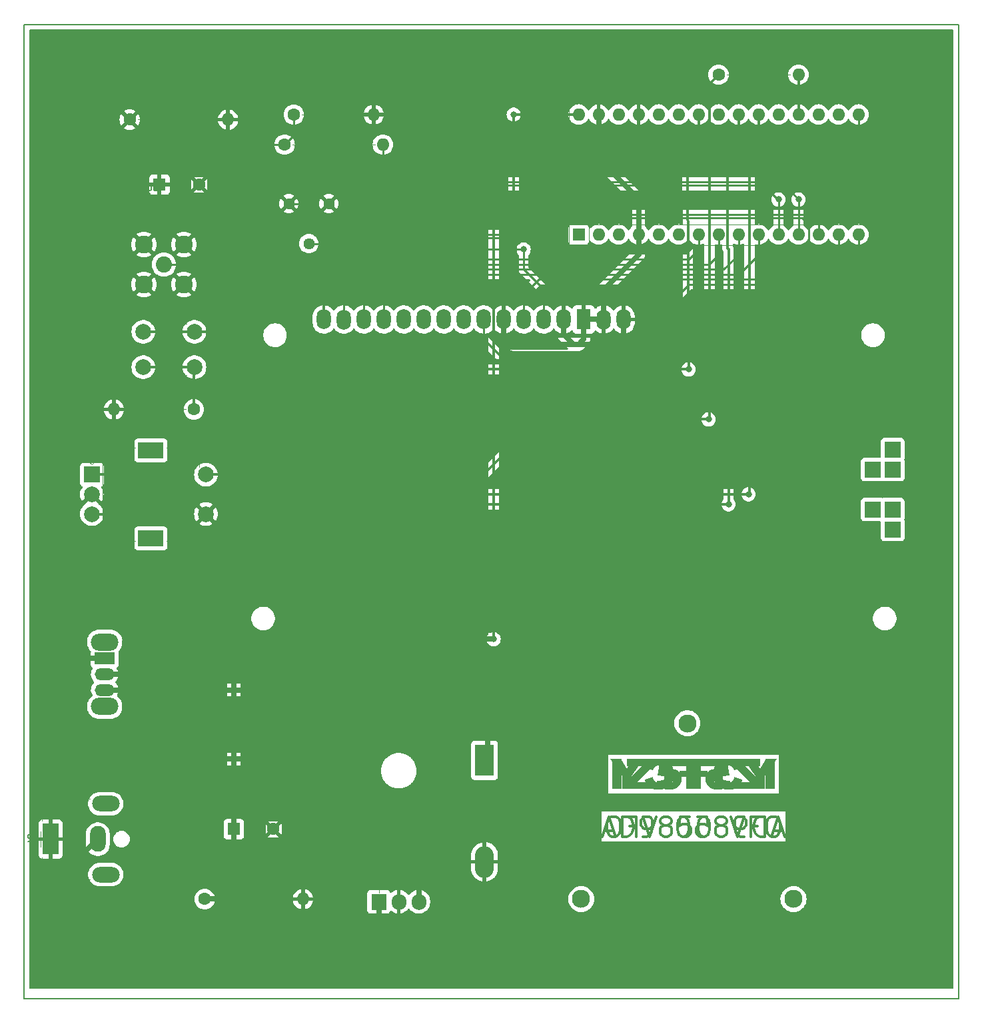
<source format=gbr>
%TF.GenerationSoftware,KiCad,Pcbnew,7.0.7*%
%TF.CreationDate,2023-09-21T10:59:03+02:00*%
%TF.ProjectId,Nano ad9850,4e616e6f-2061-4643-9938-35302e6b6963,rev?*%
%TF.SameCoordinates,Original*%
%TF.FileFunction,Other,User*%
%FSLAX46Y46*%
G04 Gerber Fmt 4.6, Leading zero omitted, Abs format (unit mm)*
G04 Created by KiCad (PCBNEW 7.0.7) date 2023-09-21 10:59:03*
%MOMM*%
%LPD*%
G01*
G04 APERTURE LIST*
%ADD10C,0.150000*%
%ADD11C,0.200000*%
%TA.AperFunction,NonConductor*%
%ADD12C,0.200000*%
%TD*%
%ADD13C,0.300000*%
%TA.AperFunction,NonConductor*%
%ADD14C,0.300000*%
%TD*%
%TA.AperFunction,ComponentPad*%
%ADD15C,1.600000*%
%TD*%
%TA.AperFunction,ComponentPad*%
%ADD16O,1.600000X1.600000*%
%TD*%
%TA.AperFunction,ComponentPad*%
%ADD17O,2.410000X4.020000*%
%TD*%
%TA.AperFunction,ComponentPad*%
%ADD18R,2.410000X4.020000*%
%TD*%
%TA.AperFunction,WasherPad*%
%ADD19C,2.300000*%
%TD*%
%TA.AperFunction,SMDPad,CuDef*%
%ADD20R,1.750000X0.450000*%
%TD*%
%TA.AperFunction,ComponentPad*%
%ADD21C,1.440000*%
%TD*%
%TA.AperFunction,ComponentPad*%
%ADD22C,2.000000*%
%TD*%
%TA.AperFunction,ComponentPad*%
%ADD23R,1.600000X1.600000*%
%TD*%
%TA.AperFunction,ComponentPad*%
%ADD24C,2.050000*%
%TD*%
%TA.AperFunction,ComponentPad*%
%ADD25C,2.250000*%
%TD*%
%TA.AperFunction,ComponentPad*%
%ADD26R,2.000000X2.000000*%
%TD*%
%TA.AperFunction,ComponentPad*%
%ADD27R,3.200000X2.000000*%
%TD*%
%TA.AperFunction,ComponentPad*%
%ADD28R,1.905000X2.000000*%
%TD*%
%TA.AperFunction,ComponentPad*%
%ADD29O,1.905000X2.000000*%
%TD*%
%TA.AperFunction,ComponentPad*%
%ADD30R,2.000000X4.000000*%
%TD*%
%TA.AperFunction,ComponentPad*%
%ADD31O,2.000000X3.300000*%
%TD*%
%TA.AperFunction,ComponentPad*%
%ADD32O,3.500000X2.000000*%
%TD*%
%TA.AperFunction,ComponentPad*%
%ADD33O,3.500000X2.200000*%
%TD*%
%TA.AperFunction,ComponentPad*%
%ADD34R,2.500000X1.500000*%
%TD*%
%TA.AperFunction,ComponentPad*%
%ADD35O,2.500000X1.500000*%
%TD*%
%TA.AperFunction,ComponentPad*%
%ADD36R,1.800000X2.600000*%
%TD*%
%TA.AperFunction,ComponentPad*%
%ADD37O,1.800000X2.600000*%
%TD*%
%TA.AperFunction,ViaPad*%
%ADD38C,0.800000*%
%TD*%
%TA.AperFunction,Conductor*%
%ADD39C,0.635000*%
%TD*%
%TA.AperFunction,Conductor*%
%ADD40C,0.304800*%
%TD*%
%TA.AperFunction,Conductor*%
%ADD41C,0.250000*%
%TD*%
%ADD42R,1.750000X0.450000*%
%ADD43C,0.120000*%
%TA.AperFunction,Profile*%
%ADD44C,0.100000*%
%TD*%
G04 APERTURE END LIST*
D10*
X98425000Y-159385000D02*
X98425000Y-35560000D01*
X98425000Y-159385000D01*
X98425000Y-159385000D02*
X217170000Y-159385000D01*
X98425000Y-159385000D01*
X217170000Y-35560000D02*
X217170000Y-159385000D01*
X217170000Y-35560000D01*
X98425000Y-35560000D02*
X217170000Y-35560000D01*
X98425000Y-35560000D01*
D11*
D12*
G36*
X173160157Y-128890704D02*
G01*
X174347558Y-128890704D01*
X174347558Y-132702300D01*
X173160157Y-132702300D01*
X173160157Y-128890704D01*
G37*
G36*
X175089219Y-128890704D02*
G01*
X178443906Y-128890704D01*
X178443906Y-129727282D01*
X176293370Y-131808957D01*
X178523004Y-131808957D01*
X178523004Y-132702300D01*
X174882633Y-132702300D01*
X174882633Y-131840596D01*
X177009905Y-129784047D01*
X175089219Y-129784047D01*
X175089219Y-128890704D01*
G37*
G36*
X179293512Y-128890704D02*
G01*
X181824650Y-128890704D01*
X181824650Y-129784047D01*
X180110549Y-129784047D01*
X180018423Y-130322844D01*
X180051716Y-130306154D01*
X180096005Y-130285173D01*
X180140178Y-130265645D01*
X180184234Y-130247572D01*
X180228174Y-130230953D01*
X180271998Y-130215787D01*
X180315706Y-130202076D01*
X180359297Y-130189819D01*
X180370176Y-130186982D01*
X180413622Y-130176295D01*
X180456952Y-130167033D01*
X180500165Y-130159196D01*
X180543262Y-130152783D01*
X180586242Y-130147796D01*
X180629106Y-130144234D01*
X180671854Y-130142096D01*
X180714486Y-130141384D01*
X180785637Y-130142733D01*
X180855088Y-130146778D01*
X180922838Y-130153521D01*
X180988886Y-130162961D01*
X181053233Y-130175099D01*
X181115879Y-130189933D01*
X181176824Y-130207465D01*
X181236067Y-130227694D01*
X181293610Y-130250620D01*
X181349451Y-130276243D01*
X181403591Y-130304564D01*
X181456030Y-130335581D01*
X181506767Y-130369296D01*
X181555804Y-130405708D01*
X181603139Y-130444817D01*
X181648773Y-130486624D01*
X181692270Y-130530477D01*
X181732960Y-130575725D01*
X181770844Y-130622370D01*
X181805922Y-130670410D01*
X181838194Y-130719847D01*
X181867659Y-130770679D01*
X181894319Y-130822907D01*
X181918172Y-130876530D01*
X181939218Y-130931550D01*
X181957459Y-130987966D01*
X181972893Y-131045777D01*
X181985521Y-131104984D01*
X181995343Y-131165587D01*
X182002359Y-131227586D01*
X182006568Y-131290981D01*
X182007971Y-131355772D01*
X182007248Y-131401722D01*
X182005078Y-131447447D01*
X182001461Y-131492946D01*
X181996397Y-131538221D01*
X181989887Y-131583269D01*
X181981930Y-131628093D01*
X181972526Y-131672691D01*
X181961676Y-131717064D01*
X181949378Y-131761211D01*
X181935634Y-131805133D01*
X181920444Y-131848829D01*
X181903806Y-131892301D01*
X181885722Y-131935546D01*
X181866191Y-131978567D01*
X181845213Y-132021362D01*
X181822789Y-132063932D01*
X181799154Y-132105764D01*
X181774312Y-132146345D01*
X181748264Y-132185676D01*
X181721008Y-132223756D01*
X181692546Y-132260586D01*
X181662877Y-132296166D01*
X181632001Y-132330495D01*
X181599918Y-132363574D01*
X181566629Y-132395402D01*
X181532133Y-132425980D01*
X181496429Y-132455307D01*
X181459519Y-132483384D01*
X181421403Y-132510210D01*
X181382079Y-132535786D01*
X181341548Y-132560112D01*
X181299811Y-132583187D01*
X181256729Y-132604823D01*
X181212163Y-132625063D01*
X181166115Y-132643907D01*
X181118584Y-132661355D01*
X181069569Y-132677407D01*
X181019071Y-132692063D01*
X180967090Y-132705324D01*
X180913627Y-132717189D01*
X180858680Y-132727657D01*
X180802249Y-132736730D01*
X180744336Y-132744408D01*
X180684940Y-132750689D01*
X180624061Y-132755574D01*
X180561698Y-132759064D01*
X180497853Y-132761158D01*
X180432524Y-132761856D01*
X180385487Y-132761569D01*
X180339293Y-132760707D01*
X180293943Y-132759271D01*
X180249436Y-132757261D01*
X180205772Y-132754677D01*
X180162951Y-132751518D01*
X180120974Y-132747785D01*
X180079840Y-132743477D01*
X180039549Y-132738595D01*
X180000102Y-132733139D01*
X179961498Y-132727109D01*
X179923738Y-132720504D01*
X179886820Y-132713325D01*
X179833026Y-132701479D01*
X179781129Y-132688341D01*
X179731066Y-132673919D01*
X179682427Y-132658221D01*
X179635211Y-132641248D01*
X179589418Y-132622998D01*
X179545048Y-132603472D01*
X179502101Y-132582671D01*
X179460577Y-132560594D01*
X179420476Y-132537240D01*
X179381799Y-132512611D01*
X179344544Y-132486706D01*
X179320499Y-132468728D01*
X179285701Y-132440999D01*
X179252146Y-132412599D01*
X179219834Y-132383529D01*
X179188766Y-132353788D01*
X179158940Y-132323377D01*
X179130358Y-132292295D01*
X179103019Y-132260542D01*
X179076923Y-132228118D01*
X179052071Y-132195024D01*
X179028461Y-132161259D01*
X179013412Y-132138377D01*
X178991605Y-132102854D01*
X178970501Y-132065727D01*
X178950100Y-132026998D01*
X178930403Y-131986666D01*
X178911409Y-131944730D01*
X178893119Y-131901192D01*
X178875531Y-131856050D01*
X178858648Y-131809306D01*
X178842467Y-131760958D01*
X178826990Y-131711008D01*
X178817063Y-131676817D01*
X179895588Y-131570732D01*
X179903841Y-131613545D01*
X179913941Y-131654396D01*
X179925891Y-131693283D01*
X179939688Y-131730208D01*
X179955334Y-131765169D01*
X179972829Y-131798168D01*
X179999030Y-131839113D01*
X180028517Y-131876568D01*
X180061291Y-131910534D01*
X180078909Y-131926208D01*
X180115827Y-131954561D01*
X180154460Y-131979134D01*
X180194808Y-131999926D01*
X180236873Y-132016938D01*
X180280653Y-132030170D01*
X180326149Y-132039621D01*
X180373361Y-132045291D01*
X180422288Y-132047182D01*
X180463310Y-132045857D01*
X180502975Y-132041882D01*
X180541281Y-132035257D01*
X180578230Y-132025982D01*
X180613822Y-132014057D01*
X180659165Y-131994036D01*
X180702095Y-131969303D01*
X180732708Y-131947662D01*
X180761963Y-131923371D01*
X180789861Y-131896430D01*
X180815804Y-131866864D01*
X180839196Y-131834696D01*
X180860035Y-131799928D01*
X180878323Y-131762559D01*
X180894059Y-131722590D01*
X180907243Y-131680019D01*
X180917876Y-131634848D01*
X180925956Y-131587075D01*
X180931485Y-131536702D01*
X180934462Y-131483728D01*
X180935030Y-131446967D01*
X180934455Y-131409337D01*
X180931440Y-131355292D01*
X180925840Y-131304125D01*
X180917656Y-131255838D01*
X180906887Y-131210429D01*
X180893534Y-131167899D01*
X180877596Y-131128248D01*
X180859074Y-131091477D01*
X180837967Y-131057584D01*
X180814276Y-131026570D01*
X180788000Y-130998435D01*
X180759748Y-130972990D01*
X180729778Y-130950049D01*
X180698091Y-130929610D01*
X180664686Y-130911674D01*
X180629563Y-130896240D01*
X180592723Y-130883310D01*
X180554166Y-130872882D01*
X180513891Y-130864957D01*
X180471898Y-130859534D01*
X180428188Y-130856614D01*
X180398093Y-130856058D01*
X180359635Y-130857119D01*
X180321496Y-130860304D01*
X180283677Y-130865611D01*
X180246179Y-130873041D01*
X180209000Y-130882594D01*
X180172140Y-130894269D01*
X180135601Y-130908068D01*
X180099382Y-130923989D01*
X180065417Y-130941333D01*
X180030407Y-130962539D01*
X179994353Y-130987607D01*
X179964756Y-131010442D01*
X179934491Y-131035749D01*
X179903557Y-131063528D01*
X179871954Y-131093778D01*
X179863949Y-131101727D01*
X178956648Y-130984476D01*
X179293512Y-128890704D01*
G37*
G36*
X182595158Y-128890704D02*
G01*
X185526438Y-128890704D01*
X185526438Y-129784047D01*
X183785351Y-129784047D01*
X183785351Y-130379609D01*
X185272394Y-130379609D01*
X185272394Y-131153839D01*
X183785351Y-131153839D01*
X183785351Y-132702300D01*
X182595158Y-132702300D01*
X182595158Y-128890704D01*
G37*
G36*
X188698735Y-131153839D02*
G01*
X189737246Y-131454412D01*
X189723746Y-131507944D01*
X189709300Y-131560365D01*
X189693909Y-131611673D01*
X189677574Y-131661869D01*
X189660293Y-131710953D01*
X189642067Y-131758924D01*
X189622896Y-131805783D01*
X189602780Y-131851530D01*
X189581718Y-131896165D01*
X189559712Y-131939687D01*
X189536760Y-131982097D01*
X189512864Y-132023394D01*
X189488022Y-132063579D01*
X189462235Y-132102652D01*
X189435503Y-132140612D01*
X189407826Y-132177461D01*
X189379251Y-132213084D01*
X189349826Y-132247602D01*
X189319550Y-132281015D01*
X189288423Y-132313323D01*
X189256446Y-132344526D01*
X189223618Y-132374624D01*
X189189939Y-132403617D01*
X189155410Y-132431505D01*
X189120031Y-132458288D01*
X189083800Y-132483966D01*
X189046720Y-132508538D01*
X189008788Y-132532006D01*
X188970006Y-132554369D01*
X188930373Y-132575626D01*
X188889890Y-132595779D01*
X188848556Y-132614826D01*
X188806201Y-132632631D01*
X188762421Y-132649286D01*
X188717216Y-132664793D01*
X188670586Y-132679152D01*
X188622531Y-132692361D01*
X188573051Y-132704422D01*
X188522146Y-132715335D01*
X188469816Y-132725098D01*
X188416062Y-132733713D01*
X188360882Y-132741180D01*
X188304277Y-132747497D01*
X188246248Y-132752666D01*
X188186794Y-132756687D01*
X188125914Y-132759558D01*
X188063610Y-132761281D01*
X187999881Y-132761856D01*
X187961021Y-132761680D01*
X187922608Y-132761154D01*
X187884642Y-132760277D01*
X187847123Y-132759049D01*
X187773426Y-132755542D01*
X187701518Y-132750631D01*
X187631399Y-132744317D01*
X187563068Y-132736600D01*
X187496525Y-132727479D01*
X187431771Y-132716956D01*
X187368805Y-132705029D01*
X187307628Y-132691700D01*
X187248239Y-132676967D01*
X187190638Y-132660831D01*
X187134826Y-132643292D01*
X187080802Y-132624350D01*
X187028567Y-132604005D01*
X186978120Y-132582257D01*
X186928989Y-132558625D01*
X186880702Y-132532864D01*
X186833257Y-132504972D01*
X186786656Y-132474951D01*
X186740899Y-132442799D01*
X186695984Y-132408517D01*
X186651913Y-132372105D01*
X186608686Y-132333563D01*
X186566301Y-132292891D01*
X186524760Y-132250088D01*
X186484063Y-132205156D01*
X186444208Y-132158093D01*
X186405197Y-132108901D01*
X186367030Y-132057578D01*
X186329705Y-132004125D01*
X186293224Y-131948542D01*
X186258404Y-131890788D01*
X186225831Y-131831058D01*
X186195504Y-131769350D01*
X186167423Y-131705664D01*
X186141589Y-131640001D01*
X186118002Y-131572361D01*
X186096660Y-131502743D01*
X186077566Y-131431147D01*
X186068861Y-131394608D01*
X186060717Y-131357575D01*
X186053136Y-131320047D01*
X186046116Y-131282024D01*
X186039657Y-131243508D01*
X186033760Y-131204497D01*
X186028425Y-131164991D01*
X186023651Y-131124991D01*
X186019439Y-131084497D01*
X186015789Y-131043509D01*
X186012700Y-131002026D01*
X186010172Y-130960049D01*
X186008207Y-130917577D01*
X186006803Y-130874611D01*
X186005960Y-130831151D01*
X186005680Y-130787196D01*
X186006174Y-130728706D01*
X186007657Y-130671068D01*
X186010129Y-130614283D01*
X186013589Y-130558350D01*
X186018039Y-130503269D01*
X186023477Y-130449041D01*
X186029903Y-130395665D01*
X186037319Y-130343142D01*
X186045723Y-130291471D01*
X186055116Y-130240653D01*
X186065497Y-130190687D01*
X186076868Y-130141573D01*
X186089227Y-130093312D01*
X186102575Y-130045903D01*
X186116911Y-129999346D01*
X186132236Y-129953642D01*
X186148550Y-129908791D01*
X186165853Y-129864792D01*
X186184145Y-129821645D01*
X186203425Y-129779350D01*
X186223694Y-129737908D01*
X186244951Y-129697319D01*
X186267197Y-129657582D01*
X186290433Y-129618697D01*
X186314656Y-129580665D01*
X186339869Y-129543485D01*
X186366070Y-129507157D01*
X186393260Y-129471682D01*
X186421439Y-129437060D01*
X186450606Y-129403289D01*
X186480762Y-129370372D01*
X186511907Y-129338306D01*
X186543957Y-129307104D01*
X186576829Y-129276892D01*
X186610522Y-129247671D01*
X186645036Y-129219441D01*
X186680372Y-129192201D01*
X186716530Y-129165952D01*
X186753509Y-129140693D01*
X186791309Y-129116424D01*
X186829931Y-129093147D01*
X186869375Y-129070859D01*
X186909640Y-129049563D01*
X186950727Y-129029257D01*
X186992635Y-129009941D01*
X187035365Y-128991616D01*
X187078916Y-128974282D01*
X187123288Y-128957938D01*
X187168483Y-128942584D01*
X187214498Y-128928221D01*
X187261336Y-128914849D01*
X187308994Y-128902467D01*
X187357475Y-128891076D01*
X187406776Y-128880675D01*
X187456900Y-128871265D01*
X187507844Y-128862845D01*
X187559611Y-128855416D01*
X187612199Y-128848978D01*
X187665608Y-128843530D01*
X187719839Y-128839072D01*
X187774891Y-128835606D01*
X187830765Y-128833129D01*
X187887461Y-128831643D01*
X187944978Y-128831148D01*
X187989981Y-128831435D01*
X188034377Y-128832297D01*
X188078166Y-128833733D01*
X188121349Y-128835743D01*
X188163924Y-128838327D01*
X188205892Y-128841486D01*
X188247253Y-128845219D01*
X188288007Y-128849527D01*
X188328154Y-128854409D01*
X188367694Y-128859865D01*
X188406627Y-128865895D01*
X188444953Y-128872500D01*
X188482672Y-128879679D01*
X188519783Y-128887433D01*
X188556288Y-128895761D01*
X188627476Y-128914139D01*
X188696236Y-128934815D01*
X188762568Y-128957789D01*
X188826472Y-128983059D01*
X188887947Y-129010627D01*
X188946995Y-129040493D01*
X189003614Y-129072655D01*
X189057805Y-129107115D01*
X189083989Y-129125207D01*
X189135036Y-129163196D01*
X189184418Y-129203650D01*
X189232135Y-129246569D01*
X189278187Y-129291952D01*
X189322574Y-129339800D01*
X189365296Y-129390112D01*
X189406354Y-129442889D01*
X189445747Y-129498131D01*
X189483474Y-129555837D01*
X189519538Y-129616007D01*
X189553936Y-129678642D01*
X189586669Y-129743742D01*
X189617738Y-129811306D01*
X189632648Y-129846012D01*
X189647141Y-129881335D01*
X189661219Y-129917273D01*
X189674880Y-129953828D01*
X189688125Y-129990999D01*
X189700954Y-130028786D01*
X188654068Y-130260496D01*
X188640255Y-130218446D01*
X188626268Y-130179304D01*
X188612106Y-130143071D01*
X188594158Y-130101868D01*
X188575937Y-130065208D01*
X188553713Y-130027215D01*
X188538678Y-130005521D01*
X188513088Y-129972763D01*
X188486101Y-129941952D01*
X188457719Y-129913090D01*
X188427941Y-129886176D01*
X188396767Y-129861211D01*
X188364197Y-129838194D01*
X188330232Y-129817126D01*
X188294870Y-129798005D01*
X188258505Y-129780775D01*
X188221065Y-129765843D01*
X188182548Y-129753207D01*
X188142955Y-129742869D01*
X188102287Y-129734829D01*
X188060542Y-129729085D01*
X188017722Y-129725639D01*
X187973825Y-129724491D01*
X187924192Y-129725730D01*
X187876028Y-129729449D01*
X187829333Y-129735647D01*
X187784106Y-129744323D01*
X187740348Y-129755479D01*
X187698058Y-129769114D01*
X187657237Y-129785228D01*
X187617884Y-129803821D01*
X187580000Y-129824894D01*
X187543584Y-129848445D01*
X187508637Y-129874475D01*
X187475158Y-129902985D01*
X187443148Y-129933973D01*
X187412607Y-129967441D01*
X187383534Y-130003388D01*
X187355930Y-130041813D01*
X187326993Y-130088321D01*
X187309283Y-130121952D01*
X187292838Y-130157684D01*
X187277659Y-130195518D01*
X187263744Y-130235452D01*
X187251094Y-130277487D01*
X187239709Y-130321624D01*
X187229589Y-130367861D01*
X187220734Y-130416200D01*
X187213144Y-130466639D01*
X187206819Y-130519180D01*
X187201759Y-130573821D01*
X187197964Y-130630564D01*
X187195434Y-130689408D01*
X187194169Y-130750353D01*
X187194011Y-130781613D01*
X187194200Y-130820198D01*
X187194767Y-130858017D01*
X187197036Y-130931361D01*
X187200816Y-131001644D01*
X187206109Y-131068867D01*
X187212913Y-131133028D01*
X187221230Y-131194129D01*
X187231059Y-131252170D01*
X187242401Y-131307150D01*
X187255254Y-131359069D01*
X187269620Y-131407927D01*
X187285498Y-131453724D01*
X187302887Y-131496461D01*
X187321790Y-131536138D01*
X187342204Y-131572753D01*
X187364130Y-131606308D01*
X187387569Y-131636802D01*
X187412378Y-131664861D01*
X187451895Y-131703555D01*
X187494177Y-131738176D01*
X187539223Y-131768724D01*
X187587033Y-131795198D01*
X187637608Y-131817600D01*
X187672861Y-131830272D01*
X187709342Y-131841133D01*
X187747052Y-131850184D01*
X187785990Y-131857425D01*
X187826157Y-131862856D01*
X187867552Y-131866477D01*
X187910177Y-131868287D01*
X187931950Y-131868513D01*
X187973872Y-131867801D01*
X188014494Y-131865663D01*
X188053814Y-131862101D01*
X188091832Y-131857114D01*
X188128550Y-131850701D01*
X188181186Y-131838411D01*
X188230894Y-131822915D01*
X188277674Y-131804213D01*
X188321526Y-131782305D01*
X188362450Y-131757191D01*
X188400446Y-131728870D01*
X188435514Y-131697344D01*
X188446552Y-131686122D01*
X188478338Y-131650294D01*
X188508438Y-131611553D01*
X188536854Y-131569902D01*
X188563585Y-131525338D01*
X188588632Y-131477863D01*
X188611993Y-131427476D01*
X188626631Y-131392267D01*
X188640521Y-131355764D01*
X188653661Y-131317967D01*
X188666053Y-131278876D01*
X188677696Y-131238491D01*
X188688590Y-131196812D01*
X188698735Y-131153839D01*
G37*
G36*
X189903817Y-128890704D02*
G01*
X191219637Y-128890704D01*
X191994797Y-130153481D01*
X192769028Y-128890704D01*
X194078333Y-128890704D01*
X192585706Y-131105450D01*
X192585706Y-132702300D01*
X191398305Y-132702300D01*
X191398305Y-131105450D01*
X189903817Y-128890704D01*
G37*
D13*
D14*
X172131177Y-138012838D02*
X173340701Y-138012838D01*
X171889272Y-138738552D02*
X172735939Y-136198552D01*
X172735939Y-136198552D02*
X173582606Y-138738552D01*
X174429272Y-138738552D02*
X174429272Y-136198552D01*
X174429272Y-136198552D02*
X175034034Y-136198552D01*
X175034034Y-136198552D02*
X175396891Y-136319504D01*
X175396891Y-136319504D02*
X175638796Y-136561409D01*
X175638796Y-136561409D02*
X175759749Y-136803314D01*
X175759749Y-136803314D02*
X175880701Y-137287123D01*
X175880701Y-137287123D02*
X175880701Y-137649980D01*
X175880701Y-137649980D02*
X175759749Y-138133790D01*
X175759749Y-138133790D02*
X175638796Y-138375695D01*
X175638796Y-138375695D02*
X175396891Y-138617600D01*
X175396891Y-138617600D02*
X175034034Y-138738552D01*
X175034034Y-138738552D02*
X174429272Y-138738552D01*
X177090225Y-138738552D02*
X177574034Y-138738552D01*
X177574034Y-138738552D02*
X177815939Y-138617600D01*
X177815939Y-138617600D02*
X177936891Y-138496647D01*
X177936891Y-138496647D02*
X178178796Y-138133790D01*
X178178796Y-138133790D02*
X178299749Y-137649980D01*
X178299749Y-137649980D02*
X178299749Y-136682361D01*
X178299749Y-136682361D02*
X178178796Y-136440457D01*
X178178796Y-136440457D02*
X178057844Y-136319504D01*
X178057844Y-136319504D02*
X177815939Y-136198552D01*
X177815939Y-136198552D02*
X177332130Y-136198552D01*
X177332130Y-136198552D02*
X177090225Y-136319504D01*
X177090225Y-136319504D02*
X176969272Y-136440457D01*
X176969272Y-136440457D02*
X176848320Y-136682361D01*
X176848320Y-136682361D02*
X176848320Y-137287123D01*
X176848320Y-137287123D02*
X176969272Y-137529028D01*
X176969272Y-137529028D02*
X177090225Y-137649980D01*
X177090225Y-137649980D02*
X177332130Y-137770933D01*
X177332130Y-137770933D02*
X177815939Y-137770933D01*
X177815939Y-137770933D02*
X178057844Y-137649980D01*
X178057844Y-137649980D02*
X178178796Y-137529028D01*
X178178796Y-137529028D02*
X178299749Y-137287123D01*
X179751178Y-137287123D02*
X179509273Y-137166171D01*
X179509273Y-137166171D02*
X179388320Y-137045219D01*
X179388320Y-137045219D02*
X179267368Y-136803314D01*
X179267368Y-136803314D02*
X179267368Y-136682361D01*
X179267368Y-136682361D02*
X179388320Y-136440457D01*
X179388320Y-136440457D02*
X179509273Y-136319504D01*
X179509273Y-136319504D02*
X179751178Y-136198552D01*
X179751178Y-136198552D02*
X180234987Y-136198552D01*
X180234987Y-136198552D02*
X180476892Y-136319504D01*
X180476892Y-136319504D02*
X180597844Y-136440457D01*
X180597844Y-136440457D02*
X180718797Y-136682361D01*
X180718797Y-136682361D02*
X180718797Y-136803314D01*
X180718797Y-136803314D02*
X180597844Y-137045219D01*
X180597844Y-137045219D02*
X180476892Y-137166171D01*
X180476892Y-137166171D02*
X180234987Y-137287123D01*
X180234987Y-137287123D02*
X179751178Y-137287123D01*
X179751178Y-137287123D02*
X179509273Y-137408076D01*
X179509273Y-137408076D02*
X179388320Y-137529028D01*
X179388320Y-137529028D02*
X179267368Y-137770933D01*
X179267368Y-137770933D02*
X179267368Y-138254742D01*
X179267368Y-138254742D02*
X179388320Y-138496647D01*
X179388320Y-138496647D02*
X179509273Y-138617600D01*
X179509273Y-138617600D02*
X179751178Y-138738552D01*
X179751178Y-138738552D02*
X180234987Y-138738552D01*
X180234987Y-138738552D02*
X180476892Y-138617600D01*
X180476892Y-138617600D02*
X180597844Y-138496647D01*
X180597844Y-138496647D02*
X180718797Y-138254742D01*
X180718797Y-138254742D02*
X180718797Y-137770933D01*
X180718797Y-137770933D02*
X180597844Y-137529028D01*
X180597844Y-137529028D02*
X180476892Y-137408076D01*
X180476892Y-137408076D02*
X180234987Y-137287123D01*
X183016892Y-136198552D02*
X181807368Y-136198552D01*
X181807368Y-136198552D02*
X181686416Y-137408076D01*
X181686416Y-137408076D02*
X181807368Y-137287123D01*
X181807368Y-137287123D02*
X182049273Y-137166171D01*
X182049273Y-137166171D02*
X182654035Y-137166171D01*
X182654035Y-137166171D02*
X182895940Y-137287123D01*
X182895940Y-137287123D02*
X183016892Y-137408076D01*
X183016892Y-137408076D02*
X183137845Y-137649980D01*
X183137845Y-137649980D02*
X183137845Y-138254742D01*
X183137845Y-138254742D02*
X183016892Y-138496647D01*
X183016892Y-138496647D02*
X182895940Y-138617600D01*
X182895940Y-138617600D02*
X182654035Y-138738552D01*
X182654035Y-138738552D02*
X182049273Y-138738552D01*
X182049273Y-138738552D02*
X181807368Y-138617600D01*
X181807368Y-138617600D02*
X181686416Y-138496647D01*
X184710226Y-136198552D02*
X184952131Y-136198552D01*
X184952131Y-136198552D02*
X185194035Y-136319504D01*
X185194035Y-136319504D02*
X185314988Y-136440457D01*
X185314988Y-136440457D02*
X185435940Y-136682361D01*
X185435940Y-136682361D02*
X185556893Y-137166171D01*
X185556893Y-137166171D02*
X185556893Y-137770933D01*
X185556893Y-137770933D02*
X185435940Y-138254742D01*
X185435940Y-138254742D02*
X185314988Y-138496647D01*
X185314988Y-138496647D02*
X185194035Y-138617600D01*
X185194035Y-138617600D02*
X184952131Y-138738552D01*
X184952131Y-138738552D02*
X184710226Y-138738552D01*
X184710226Y-138738552D02*
X184468321Y-138617600D01*
X184468321Y-138617600D02*
X184347369Y-138496647D01*
X184347369Y-138496647D02*
X184226416Y-138254742D01*
X184226416Y-138254742D02*
X184105464Y-137770933D01*
X184105464Y-137770933D02*
X184105464Y-137166171D01*
X184105464Y-137166171D02*
X184226416Y-136682361D01*
X184226416Y-136682361D02*
X184347369Y-136440457D01*
X184347369Y-136440457D02*
X184468321Y-136319504D01*
X184468321Y-136319504D02*
X184710226Y-136198552D01*
X188217845Y-136198552D02*
X189064512Y-138738552D01*
X189064512Y-138738552D02*
X189911179Y-136198552D01*
X191604512Y-137408076D02*
X190757845Y-137408076D01*
X190757845Y-138738552D02*
X190757845Y-136198552D01*
X190757845Y-136198552D02*
X191967369Y-136198552D01*
X193418798Y-136198552D02*
X193902607Y-136198552D01*
X193902607Y-136198552D02*
X194144512Y-136319504D01*
X194144512Y-136319504D02*
X194386417Y-136561409D01*
X194386417Y-136561409D02*
X194507369Y-137045219D01*
X194507369Y-137045219D02*
X194507369Y-137891885D01*
X194507369Y-137891885D02*
X194386417Y-138375695D01*
X194386417Y-138375695D02*
X194144512Y-138617600D01*
X194144512Y-138617600D02*
X193902607Y-138738552D01*
X193902607Y-138738552D02*
X193418798Y-138738552D01*
X193418798Y-138738552D02*
X193176893Y-138617600D01*
X193176893Y-138617600D02*
X192934988Y-138375695D01*
X192934988Y-138375695D02*
X192814036Y-137891885D01*
X192814036Y-137891885D02*
X192814036Y-137045219D01*
X192814036Y-137045219D02*
X192934988Y-136561409D01*
X192934988Y-136561409D02*
X193176893Y-136319504D01*
X193176893Y-136319504D02*
X193418798Y-136198552D01*
D15*
%TO.P,R2,1*%
%TO.N,Net-(R2-Pad1)*%
X186690000Y-41910000D03*
D16*
%TO.P,R2,2*%
%TO.N,Net-(U4-A0)*%
X196850000Y-41910000D03*
%TD*%
D15*
%TO.P,R3,1*%
%TO.N,Net-(J1-In)*%
X132715000Y-46990000D03*
D16*
%TO.P,R3,2*%
%TO.N,GND1*%
X142875000Y-46990000D03*
%TD*%
D15*
%TO.P,R1,1*%
%TO.N,Net-(R1-Pad1)*%
X120015000Y-84455000D03*
D16*
%TO.P,R1,2*%
%TO.N,GND1*%
X109855000Y-84455000D03*
%TD*%
D17*
%TO.P,BT1,2,-*%
%TO.N,GND1*%
X156955000Y-141945000D03*
D18*
%TO.P,BT1,1,+*%
%TO.N,Net-(BT1-+)*%
X156955000Y-129065000D03*
D19*
%TO.P,BT1,*%
%TO.N,*%
X182735000Y-124335000D03*
X196215000Y-146685000D03*
X169245000Y-146685000D03*
%TD*%
D20*
%TO.P,U1,1,D3*%
%TO.N,unconnected-(U1-D3-Pad1)*%
X156000000Y-60105000D03*
%TO.P,U1,2,D2*%
%TO.N,unconnected-(U1-D2-Pad2)*%
X156000000Y-59455000D03*
%TO.P,U1,3,D1*%
%TO.N,unconnected-(U1-D1-Pad3)*%
X156000000Y-58805000D03*
%TO.P,U1,4,D0*%
%TO.N,unconnected-(U1-D0-Pad4)*%
X156000000Y-58155000D03*
%TO.P,U1,5,DGND*%
%TO.N,GND1*%
X156000000Y-57505000D03*
%TO.P,U1,6,DVDD*%
%TO.N,+5V*%
X156000000Y-56855000D03*
%TO.P,U1,7,W_CLK*%
%TO.N,Net-(U1-W_CLK)*%
X156000000Y-56205000D03*
%TO.P,U1,8,FQ_UD*%
%TO.N,Net-(U1-FQ_UD)*%
X156000000Y-55555000D03*
%TO.P,U1,9,CLKIN*%
%TO.N,unconnected-(U1-CLKIN-Pad9)*%
X156000000Y-54905000D03*
%TO.P,U1,10,AGND*%
%TO.N,GND1*%
X156000000Y-54255000D03*
%TO.P,U1,11,AVDD*%
%TO.N,+5V*%
X156000000Y-53605000D03*
%TO.P,U1,12,RSET*%
%TO.N,unconnected-(U1-RSET-Pad12)*%
X156000000Y-52955000D03*
%TO.P,U1,13,QOUTB*%
%TO.N,unconnected-(U1-QOUTB-Pad13)*%
X156000000Y-52305000D03*
%TO.P,U1,14,QOUT*%
%TO.N,unconnected-(U1-QOUT-Pad14)*%
X156000000Y-51655000D03*
%TO.P,U1,15,VINN*%
%TO.N,unconnected-(U1-VINN-Pad15)*%
X148800000Y-51655000D03*
%TO.P,U1,16,VINP*%
%TO.N,unconnected-(U1-VINP-Pad16)*%
X148800000Y-52305000D03*
%TO.P,U1,17,DACBL*%
%TO.N,unconnected-(U1-DACBL-Pad17)*%
X148800000Y-52955000D03*
%TO.P,U1,18,AVDD*%
%TO.N,+5V*%
X148800000Y-53605000D03*
%TO.P,U1,19,AGND*%
%TO.N,GND1*%
X148800000Y-54255000D03*
%TO.P,U1,20,IOUTB*%
%TO.N,unconnected-(U1-IOUTB-Pad20)*%
X148800000Y-54905000D03*
%TO.P,U1,21,IOUT*%
%TO.N,Net-(U1-IOUT)*%
X148800000Y-55555000D03*
%TO.P,U1,22,RESET*%
%TO.N,Net-(U1-RESET)*%
X148800000Y-56205000D03*
%TO.P,U1,23,DVDD*%
%TO.N,+5V*%
X148800000Y-56855000D03*
%TO.P,U1,24,DGND*%
%TO.N,GND1*%
X148800000Y-57505000D03*
%TO.P,U1,25,D7*%
%TO.N,Net-(U1-D7)*%
X148800000Y-58155000D03*
%TO.P,U1,26,D6*%
%TO.N,unconnected-(U1-D6-Pad26)*%
X148800000Y-58805000D03*
%TO.P,U1,27,D5*%
%TO.N,unconnected-(U1-D5-Pad27)*%
X148800000Y-59455000D03*
%TO.P,U1,28,D4*%
%TO.N,unconnected-(U1-D4-Pad28)*%
X148800000Y-60105000D03*
%TD*%
D21*
%TO.P,RV1,1,1*%
%TO.N,+5V*%
X132080000Y-58305000D03*
%TO.P,RV1,2,2*%
%TO.N,Net-(U2-VO)*%
X134620000Y-63385000D03*
%TO.P,RV1,3,3*%
%TO.N,GND1*%
X137160000Y-58305000D03*
%TD*%
D15*
%TO.P,C5,1*%
%TO.N,Net-(J1-In)*%
X131545000Y-50800000D03*
D16*
%TO.P,C5,2*%
%TO.N,Net-(U1-IOUT)*%
X144045000Y-50800000D03*
%TD*%
D22*
%TO.P,SW2,1,1*%
%TO.N,Net-(U4-A5)*%
X113590000Y-74585000D03*
X120090000Y-74585000D03*
%TO.P,SW2,2,2*%
%TO.N,Net-(R1-Pad1)*%
X113590000Y-79085000D03*
X120090000Y-79085000D03*
%TD*%
D23*
%TO.P,C1,1*%
%TO.N,Net-(SW1-B)*%
X125095000Y-137795000D03*
D15*
%TO.P,C1,2*%
%TO.N,GND1*%
X130095000Y-137795000D03*
%TD*%
D24*
%TO.P,J1,1,In*%
%TO.N,Net-(J1-In)*%
X116205000Y-66040000D03*
D25*
%TO.P,J1,2,Ext*%
%TO.N,GND1*%
X113665000Y-63500000D03*
X113665000Y-68580000D03*
X118745000Y-63500000D03*
X118745000Y-68580000D03*
%TD*%
D23*
%TO.P,U4,1,D1/TX*%
%TO.N,unconnected-(U4-D1{slash}TX-Pad1)*%
X168910000Y-62220000D03*
D16*
%TO.P,U4,2,D0/RX*%
%TO.N,unconnected-(U4-D0{slash}RX-Pad2)*%
X171450000Y-62220000D03*
%TO.P,U4,3,~{RESET}*%
%TO.N,unconnected-(U4-~{RESET}-Pad3)*%
X173990000Y-62220000D03*
%TO.P,U4,4,GND*%
%TO.N,GND1*%
X176530000Y-62220000D03*
%TO.P,U4,5,D2*%
%TO.N,unconnected-(U4-D2-Pad5)*%
X179070000Y-62220000D03*
%TO.P,U4,6,D3*%
%TO.N,unconnected-(U4-D3-Pad6)*%
X181610000Y-62220000D03*
%TO.P,U4,7,D4*%
%TO.N,Net-(U2-DB7)*%
X184150000Y-62220000D03*
%TO.P,U4,8,D5*%
%TO.N,Net-(U2-DB6)*%
X186690000Y-62220000D03*
%TO.P,U4,9,D6*%
%TO.N,Net-(U2-DB5)*%
X189230000Y-62220000D03*
%TO.P,U4,10,D7*%
%TO.N,Net-(U2-DB4)*%
X191770000Y-62220000D03*
%TO.P,U4,11,D8*%
%TO.N,Net-(U1-W_CLK)*%
X194310000Y-62220000D03*
%TO.P,U4,12,D9*%
%TO.N,Net-(U1-FQ_UD)*%
X196850000Y-62220000D03*
%TO.P,U4,13,D10*%
%TO.N,Net-(U1-D7)*%
X199390000Y-62220000D03*
%TO.P,U4,14,D11*%
%TO.N,Net-(U1-RESET)*%
X201930000Y-62220000D03*
%TO.P,U4,15,D12*%
%TO.N,Net-(U2-RS)*%
X204470000Y-62220000D03*
%TO.P,U4,16,D13*%
%TO.N,Net-(U2-E)*%
X204470000Y-46980000D03*
%TO.P,U4,17,3V3*%
%TO.N,unconnected-(U4-3V3-Pad17)*%
X201930000Y-46980000D03*
%TO.P,U4,18,AREF*%
%TO.N,unconnected-(U4-AREF-Pad18)*%
X199390000Y-46980000D03*
%TO.P,U4,19,A0*%
%TO.N,Net-(U4-A0)*%
X196850000Y-46980000D03*
%TO.P,U4,20,A1*%
%TO.N,unconnected-(U4-A1-Pad20)*%
X194310000Y-46980000D03*
%TO.P,U4,21,A2*%
%TO.N,Net-(U4-A2)*%
X191770000Y-46980000D03*
%TO.P,U4,22,A3*%
%TO.N,Net-(U4-A3)*%
X189230000Y-46980000D03*
%TO.P,U4,23,A4*%
%TO.N,unconnected-(U4-A4-Pad23)*%
X186690000Y-46980000D03*
%TO.P,U4,24,A5*%
%TO.N,Net-(U4-A5)*%
X184150000Y-46980000D03*
%TO.P,U4,25,A6*%
%TO.N,unconnected-(U4-A6-Pad25)*%
X181610000Y-46980000D03*
%TO.P,U4,26,A7*%
%TO.N,unconnected-(U4-A7-Pad26)*%
X179070000Y-46980000D03*
%TO.P,U4,27,+5V*%
%TO.N,+5V*%
X176530000Y-46980000D03*
%TO.P,U4,28,~{RESET}*%
%TO.N,unconnected-(U4-~{RESET}-Pad28)*%
X173990000Y-46980000D03*
%TO.P,U4,29,GND*%
%TO.N,GND1*%
X171450000Y-46980000D03*
%TO.P,U4,30,VIN*%
%TO.N,Net-(SW1-B)*%
X168910000Y-46980000D03*
%TD*%
D26*
%TO.P,SW3,A,A*%
%TO.N,Net-(U4-A2)*%
X107050000Y-92750000D03*
D22*
%TO.P,SW3,B,B*%
%TO.N,Net-(U4-A3)*%
X107050000Y-97750000D03*
%TO.P,SW3,C,C*%
%TO.N,GND1*%
X107050000Y-95250000D03*
D27*
%TO.P,SW3,MP*%
%TO.N,N/C*%
X114550000Y-89650000D03*
X114550000Y-100850000D03*
D22*
%TO.P,SW3,S1,S1*%
%TO.N,+5V*%
X121550000Y-97750000D03*
%TO.P,SW3,S2,S2*%
%TO.N,Net-(R2-Pad1)*%
X121550000Y-92750000D03*
%TD*%
D28*
%TO.P,U3,1,IN*%
%TO.N,Net-(U3-IN)*%
X143510000Y-147025000D03*
D29*
%TO.P,U3,2,GND*%
%TO.N,GND1*%
X146050000Y-147025000D03*
%TO.P,U3,3,OUT*%
%TO.N,Net-(SW1-A)*%
X148590000Y-147025000D03*
%TD*%
D30*
%TO.P,J2,1*%
%TO.N,GND1*%
X101815000Y-139065000D03*
D31*
%TO.P,J2,2*%
%TO.N,Net-(U3-IN)*%
X107815000Y-139065000D03*
D32*
%TO.P,J2,MP*%
%TO.N,N/C*%
X108815000Y-143565000D03*
X108815000Y-134565000D03*
%TD*%
D15*
%TO.P,C3,1*%
%TO.N,+5V*%
X111860000Y-47625000D03*
D16*
%TO.P,C3,2*%
%TO.N,GND1*%
X124360000Y-47625000D03*
%TD*%
D33*
%TO.P,SW1,*%
%TO.N,*%
X108680000Y-114010000D03*
X108680000Y-122210000D03*
D34*
%TO.P,SW1,1,A*%
%TO.N,Net-(SW1-A)*%
X108680000Y-116110000D03*
D35*
%TO.P,SW1,2,B*%
%TO.N,Net-(SW1-B)*%
X108680000Y-118110000D03*
%TO.P,SW1,3,C*%
%TO.N,Net-(BT1-+)*%
X108680000Y-120110000D03*
%TD*%
D15*
%TO.P,C4,1*%
%TO.N,Net-(SW1-B)*%
X121385000Y-146685000D03*
D16*
%TO.P,C4,2*%
%TO.N,GND1*%
X133885000Y-146685000D03*
%TD*%
D23*
%TO.P,C2,1*%
%TO.N,+5V*%
X115650000Y-55880000D03*
D15*
%TO.P,C2,2*%
%TO.N,GND1*%
X120650000Y-55880000D03*
%TD*%
D36*
%TO.P,U2,1,VSS*%
%TO.N,GND1*%
X169545000Y-73025000D03*
D37*
%TO.P,U2,2,VDD*%
%TO.N,+5V*%
X167005000Y-73025000D03*
%TO.P,U2,3,VO*%
%TO.N,Net-(U2-VO)*%
X164465000Y-73025000D03*
%TO.P,U2,4,RS*%
%TO.N,Net-(U2-RS)*%
X161925000Y-73025000D03*
%TO.P,U2,5,R/W*%
%TO.N,GND1*%
X159385000Y-73025000D03*
%TO.P,U2,6,E*%
%TO.N,Net-(U2-E)*%
X156845000Y-73025000D03*
%TO.P,U2,7,DB0*%
%TO.N,unconnected-(U2-DB0-Pad7)*%
X154305000Y-73025000D03*
%TO.P,U2,8,DB1*%
%TO.N,unconnected-(U2-DB1-Pad8)*%
X151765000Y-73025000D03*
%TO.P,U2,9,DB2*%
%TO.N,unconnected-(U2-DB2-Pad9)*%
X149225000Y-73025000D03*
%TO.P,U2,10,DB3*%
%TO.N,unconnected-(U2-DB3-Pad10)*%
X146685000Y-73025000D03*
%TO.P,U2,11,DB4*%
%TO.N,Net-(U2-DB4)*%
X144145000Y-73025000D03*
%TO.P,U2,12,DB5*%
%TO.N,Net-(U2-DB5)*%
X141605000Y-73025000D03*
%TO.P,U2,13,DB6*%
%TO.N,Net-(U2-DB6)*%
X139059920Y-73027540D03*
%TO.P,U2,14,DB7*%
%TO.N,Net-(U2-DB7)*%
X136525000Y-73025000D03*
%TO.P,U2,15,A/VEE*%
%TO.N,+5V*%
X174625000Y-73025000D03*
%TO.P,U2,16,K*%
%TO.N,GND1*%
X172079920Y-73027540D03*
D26*
%TO.P,U2,A1*%
%TO.N,N/C*%
X208825000Y-99705000D03*
X208825000Y-97165000D03*
X206285000Y-97165000D03*
%TO.P,U2,K1*%
X208825000Y-92085000D03*
X208825000Y-89545000D03*
X206285000Y-92085000D03*
%TD*%
D38*
%TO.N,Net-(SW1-B)*%
X158115000Y-113665000D03*
X160655000Y-46990000D03*
%TO.N,Net-(U4-A2)*%
X190500000Y-95250000D03*
%TO.N,Net-(U4-A3)*%
X187960000Y-96520000D03*
%TO.N,Net-(U4-A5)*%
X182880000Y-79375000D03*
%TO.N,Net-(R2-Pad1)*%
X185420000Y-85725000D03*
%TO.N,+5V*%
X154305000Y-56896000D03*
X135255000Y-42545000D03*
X150495000Y-53594000D03*
X154305000Y-53594000D03*
X150495000Y-56769000D03*
%TO.N,Net-(U2-VO)*%
X161925000Y-64135000D03*
%TO.N,Net-(U1-W_CLK)*%
X194310000Y-57785000D03*
%TO.N,Net-(U1-FQ_UD)*%
X196850000Y-57785000D03*
%TD*%
D39*
%TO.N,Net-(SW1-B)*%
X152400000Y-113665000D02*
X158115000Y-113665000D01*
X147955000Y-118110000D02*
X152400000Y-113665000D01*
X125095000Y-118110000D02*
X147955000Y-118110000D01*
X125095000Y-118110000D02*
X125095000Y-137795000D01*
X108680000Y-118110000D02*
X125095000Y-118110000D01*
D40*
X160655000Y-46990000D02*
X160665000Y-46980000D01*
X168910000Y-46980000D02*
X160655000Y-46990000D01*
%TO.N,Net-(U4-A3)*%
X120015000Y-100330000D02*
X117435000Y-97750000D01*
X129540000Y-100330000D02*
X120015000Y-100330000D01*
X133350000Y-96520000D02*
X129540000Y-100330000D01*
X117435000Y-97750000D02*
X107050000Y-97750000D01*
X187960000Y-96520000D02*
X133350000Y-96520000D01*
%TO.N,Net-(U4-A2)*%
X114935000Y-95250000D02*
X190500000Y-95250000D01*
X112395000Y-92710000D02*
X114935000Y-95250000D01*
X112355000Y-92750000D02*
X112395000Y-92710000D01*
X107050000Y-92750000D02*
X112355000Y-92750000D01*
%TO.N,Net-(U4-A5)*%
X120090000Y-74585000D02*
X113590000Y-74585000D01*
X126365000Y-79375000D02*
X121575000Y-74585000D01*
X121575000Y-74585000D02*
X120090000Y-74585000D01*
X182880000Y-79375000D02*
X126365000Y-79375000D01*
%TO.N,Net-(R1-Pad1)*%
X120090000Y-79085000D02*
X113590000Y-79085000D01*
X120015000Y-79160000D02*
X120090000Y-79085000D01*
X120015000Y-84455000D02*
X120015000Y-79160000D01*
%TO.N,Net-(R2-Pad1)*%
X156805000Y-92750000D02*
X163830000Y-85725000D01*
X121550000Y-92750000D02*
X156805000Y-92750000D01*
X163830000Y-85725000D02*
X185420000Y-85725000D01*
%TO.N,Net-(U4-A0)*%
X196850000Y-41910000D02*
X196850000Y-46980000D01*
D41*
%TO.N,GND1*%
X101815000Y-139065000D02*
X101815000Y-140755000D01*
X148800000Y-57505000D02*
X150215000Y-57505000D01*
X148800000Y-54255000D02*
X149925000Y-54255000D01*
X154520000Y-54610000D02*
X154875000Y-54255000D01*
X157360000Y-156090000D02*
X157480000Y-156210000D01*
X150215000Y-57505000D02*
X150495000Y-57785000D01*
X154595000Y-57785000D02*
X154875000Y-57505000D01*
X154875000Y-54255000D02*
X156000000Y-54255000D01*
X149925000Y-54255000D02*
X150280000Y-54610000D01*
X101815000Y-140755000D02*
X101600000Y-140970000D01*
X154875000Y-57505000D02*
X156000000Y-57505000D01*
D39*
%TO.N,Net-(SW1-B)*%
X125095000Y-137795000D02*
X125095000Y-144780000D01*
X125095000Y-144780000D02*
X123190000Y-146685000D01*
X123190000Y-146685000D02*
X121385000Y-146685000D01*
D41*
%TO.N,+5V*%
X150495000Y-56855000D02*
X148800000Y-56855000D01*
D39*
X168275000Y-76200000D02*
X167005000Y-74930000D01*
D41*
X148800000Y-53605000D02*
X150495000Y-53605000D01*
X133870000Y-58305000D02*
X133985000Y-58420000D01*
X135255000Y-57150000D02*
X135255000Y-42545000D01*
X132080000Y-58305000D02*
X133870000Y-58305000D01*
D39*
X167005000Y-74930000D02*
X167005000Y-73025000D01*
X174625000Y-73025000D02*
X174625000Y-74930000D01*
X173355000Y-76200000D02*
X168275000Y-76200000D01*
D41*
X154305000Y-56855000D02*
X156000000Y-56855000D01*
D39*
X174625000Y-74930000D02*
X173355000Y-76200000D01*
D41*
X156000000Y-53605000D02*
X154305000Y-53605000D01*
X133985000Y-58420000D02*
X135255000Y-57150000D01*
%TO.N,Net-(J1-In)*%
X122555000Y-66040000D02*
X116205000Y-66040000D01*
X132715000Y-46990000D02*
X132715000Y-49630000D01*
X128905000Y-50800000D02*
X126365000Y-53340000D01*
X132715000Y-49630000D02*
X131545000Y-50800000D01*
X126365000Y-53340000D02*
X126365000Y-62230000D01*
X126365000Y-62230000D02*
X122555000Y-66040000D01*
X131545000Y-50800000D02*
X128905000Y-50800000D01*
%TO.N,Net-(U1-IOUT)*%
X144045000Y-50800000D02*
X144045000Y-53875000D01*
X145725000Y-55555000D02*
X148800000Y-55555000D01*
X144045000Y-53875000D02*
X145725000Y-55555000D01*
%TO.N,Net-(U2-VO)*%
X142875000Y-64135000D02*
X161925000Y-64135000D01*
X142240000Y-63500000D02*
X142875000Y-64135000D01*
X134620000Y-63385000D02*
X142125000Y-63385000D01*
X142125000Y-63385000D02*
X142240000Y-63500000D01*
%TO.N,Net-(U1-W_CLK)*%
X157325000Y-56005000D02*
X192405000Y-56005000D01*
X194185000Y-57785000D02*
X194310000Y-57785000D01*
X194310000Y-57910000D02*
X194310000Y-57910000D01*
X194310000Y-57785000D02*
X194310000Y-57910000D01*
X192405000Y-56005000D02*
X194185000Y-57785000D01*
X156000000Y-56205000D02*
X157125000Y-56205000D01*
X157125000Y-56205000D02*
X157325000Y-56005000D01*
%TO.N,Net-(U1-FQ_UD)*%
X194620000Y-55555000D02*
X196850000Y-57785000D01*
X156000000Y-55555000D02*
X194620000Y-55555000D01*
%TO.N,Net-(U1-RESET)*%
X198755000Y-64135000D02*
X198120000Y-63500000D01*
X201930000Y-62220000D02*
X201930000Y-63500000D01*
X160841396Y-62680000D02*
X146500000Y-62680000D01*
X163381396Y-60140000D02*
X160841396Y-62680000D01*
X145415000Y-61595000D02*
X145415000Y-57150000D01*
X198120000Y-60960000D02*
X197300000Y-60140000D01*
X201295000Y-64135000D02*
X198755000Y-64135000D01*
X145415000Y-57150000D02*
X146360000Y-56205000D01*
X201930000Y-63500000D02*
X201295000Y-64135000D01*
X146360000Y-56205000D02*
X148800000Y-56205000D01*
X197300000Y-60140000D02*
X163381396Y-60140000D01*
X146500000Y-62680000D02*
X145415000Y-61595000D01*
X198120000Y-63500000D02*
X198120000Y-60960000D01*
%TO.N,Net-(U1-D7)*%
X160655000Y-62230000D02*
X146685000Y-62230000D01*
X146950000Y-58155000D02*
X148800000Y-58155000D01*
X146050000Y-61595000D02*
X146050000Y-59055000D01*
X146685000Y-62230000D02*
X146050000Y-61595000D01*
X198120000Y-59690000D02*
X163195000Y-59690000D01*
X199390000Y-62220000D02*
X199390000Y-60960000D01*
X146050000Y-59055000D02*
X146950000Y-58155000D01*
X199390000Y-60960000D02*
X198120000Y-59690000D01*
X163195000Y-59690000D02*
X160655000Y-62230000D01*
%TO.N,Net-(U2-RS)*%
X203200000Y-67945000D02*
X163830000Y-67945000D01*
X163830000Y-67945000D02*
X161925000Y-69850000D01*
X204470000Y-66675000D02*
X203200000Y-67945000D01*
X204470000Y-62220000D02*
X204470000Y-66675000D01*
X161925000Y-69850000D02*
X161925000Y-73025000D01*
%TO.N,Net-(U2-E)*%
X182880000Y-68580000D02*
X180340000Y-71120000D01*
X156845000Y-75565000D02*
X156845000Y-73025000D01*
X180340000Y-71120000D02*
X180340000Y-76200000D01*
X180340000Y-76200000D02*
X179070000Y-77470000D01*
X206375000Y-66675000D02*
X204470000Y-68580000D01*
X204470000Y-46980000D02*
X204470000Y-52070000D01*
X204470000Y-68580000D02*
X182880000Y-68580000D01*
X158750000Y-77470000D02*
X156845000Y-75565000D01*
X206375000Y-53975000D02*
X206375000Y-66675000D01*
X179070000Y-77470000D02*
X158750000Y-77470000D01*
X204470000Y-52070000D02*
X206375000Y-53975000D01*
%TO.N,Net-(U2-DB4)*%
X144145000Y-67945000D02*
X144145000Y-73025000D01*
X189230000Y-67310000D02*
X144780000Y-67310000D01*
X191770000Y-62220000D02*
X191770000Y-64770000D01*
X144780000Y-67310000D02*
X144145000Y-67945000D01*
X191770000Y-64770000D02*
X189230000Y-67310000D01*
%TO.N,Net-(U2-DB5)*%
X141605000Y-67945000D02*
X141605000Y-73025000D01*
X142875000Y-66675000D02*
X141605000Y-67945000D01*
X189230000Y-64770000D02*
X187325000Y-66675000D01*
X187325000Y-66675000D02*
X142875000Y-66675000D01*
X189230000Y-62220000D02*
X189230000Y-64770000D01*
%TO.N,Net-(U2-DB6)*%
X140970000Y-66040000D02*
X185420000Y-66040000D01*
X139059920Y-73027540D02*
X139059920Y-67950080D01*
X139059920Y-67950080D02*
X140970000Y-66040000D01*
X185420000Y-66040000D02*
X186690000Y-64770000D01*
X186690000Y-64770000D02*
X186690000Y-62220000D01*
%TO.N,Net-(U2-DB7)*%
X184150000Y-64135000D02*
X184150000Y-62220000D01*
X139065000Y-65405000D02*
X182880000Y-65405000D01*
X182880000Y-65405000D02*
X184150000Y-64135000D01*
X136525000Y-67945000D02*
X139065000Y-65405000D01*
D40*
X136525000Y-73025000D02*
X136525000Y-67945000D01*
%TD*%
%TA.AperFunction,Conductor*%
%TO.N,GND1*%
G36*
X112180237Y-93422585D02*
G01*
X112200879Y-93439219D01*
X114412681Y-95651021D01*
X114422779Y-95663625D01*
X114422963Y-95663474D01*
X114427931Y-95669479D01*
X114480575Y-95718915D01*
X114502373Y-95740713D01*
X114508194Y-95745229D01*
X114512636Y-95749022D01*
X114548185Y-95782405D01*
X114548189Y-95782408D01*
X114566875Y-95792680D01*
X114583142Y-95803365D01*
X114600000Y-95816441D01*
X114600005Y-95816445D01*
X114644760Y-95835812D01*
X114650007Y-95838383D01*
X114682435Y-95856210D01*
X114692741Y-95861876D01*
X114712436Y-95866932D01*
X114713411Y-95867183D01*
X114731812Y-95873482D01*
X114751399Y-95881959D01*
X114785200Y-95887311D01*
X114799564Y-95889587D01*
X114805279Y-95890770D01*
X114852520Y-95902900D01*
X114873861Y-95902900D01*
X114893258Y-95904426D01*
X114914329Y-95907764D01*
X114962876Y-95903174D01*
X114968713Y-95902900D01*
X132744397Y-95902900D01*
X132811436Y-95922585D01*
X132857191Y-95975389D01*
X132867135Y-96044547D01*
X132838110Y-96108103D01*
X132832078Y-96114581D01*
X129305879Y-99640781D01*
X129244556Y-99674266D01*
X129218198Y-99677100D01*
X120336802Y-99677100D01*
X120269763Y-99657415D01*
X120249121Y-99640781D01*
X118358345Y-97750005D01*
X120044357Y-97750005D01*
X120064890Y-97997812D01*
X120064892Y-97997824D01*
X120125936Y-98238881D01*
X120225826Y-98466606D01*
X120361833Y-98674782D01*
X120361836Y-98674785D01*
X120530256Y-98857738D01*
X120726491Y-99010474D01*
X120945190Y-99128828D01*
X121180386Y-99209571D01*
X121425665Y-99250500D01*
X121674335Y-99250500D01*
X121919614Y-99209571D01*
X122154810Y-99128828D01*
X122373509Y-99010474D01*
X122569744Y-98857738D01*
X122738164Y-98674785D01*
X122874173Y-98466607D01*
X122974063Y-98238881D01*
X123035108Y-97997821D01*
X123055643Y-97750000D01*
X123035108Y-97502179D01*
X122996312Y-97348979D01*
X122974063Y-97261118D01*
X122874173Y-97033393D01*
X122738166Y-96825217D01*
X122630498Y-96708259D01*
X122569744Y-96642262D01*
X122373509Y-96489526D01*
X122373507Y-96489525D01*
X122373506Y-96489524D01*
X122154811Y-96371172D01*
X122154802Y-96371169D01*
X121919616Y-96290429D01*
X121674335Y-96249500D01*
X121425665Y-96249500D01*
X121180383Y-96290429D01*
X120945197Y-96371169D01*
X120945188Y-96371172D01*
X120726493Y-96489524D01*
X120530257Y-96642261D01*
X120361833Y-96825217D01*
X120225826Y-97033393D01*
X120125936Y-97261118D01*
X120064892Y-97502175D01*
X120064890Y-97502187D01*
X120044357Y-97749994D01*
X120044357Y-97750005D01*
X118358345Y-97750005D01*
X117957319Y-97348979D01*
X117947227Y-97336381D01*
X117947043Y-97336534D01*
X117942066Y-97330518D01*
X117889423Y-97281082D01*
X117867630Y-97259289D01*
X117861804Y-97254770D01*
X117857361Y-97250975D01*
X117821813Y-97217593D01*
X117803115Y-97207314D01*
X117786852Y-97196631D01*
X117769996Y-97183556D01*
X117769994Y-97183554D01*
X117745373Y-97172900D01*
X117725229Y-97164182D01*
X117720007Y-97161625D01*
X117677259Y-97138124D01*
X117677256Y-97138123D01*
X117656587Y-97132816D01*
X117638184Y-97126515D01*
X117618601Y-97118041D01*
X117618595Y-97118039D01*
X117570434Y-97110412D01*
X117564714Y-97109227D01*
X117556593Y-97107142D01*
X117517483Y-97097100D01*
X117517480Y-97097100D01*
X117496139Y-97097100D01*
X117476741Y-97095573D01*
X117468717Y-97094302D01*
X117455672Y-97092236D01*
X117455671Y-97092236D01*
X117407123Y-97096825D01*
X117401287Y-97097100D01*
X108482537Y-97097100D01*
X108415498Y-97077415D01*
X108378021Y-97037004D01*
X108376978Y-97037686D01*
X108238166Y-96825217D01*
X108130498Y-96708259D01*
X108069744Y-96642262D01*
X107968623Y-96563556D01*
X107927810Y-96506846D01*
X107923697Y-96477249D01*
X107309116Y-95862669D01*
X107275631Y-95801346D01*
X107280615Y-95731655D01*
X107317640Y-95682193D01*
X107316398Y-95680759D01*
X107327767Y-95670908D01*
X107431761Y-95580798D01*
X107466954Y-95526037D01*
X107519755Y-95480283D01*
X107588914Y-95470339D01*
X107652470Y-95499363D01*
X107658949Y-95505396D01*
X108273434Y-96119882D01*
X108373731Y-95966369D01*
X108473587Y-95738717D01*
X108534612Y-95497738D01*
X108534614Y-95497729D01*
X108555141Y-95250005D01*
X108555141Y-95249994D01*
X108534614Y-95002270D01*
X108534612Y-95002261D01*
X108473587Y-94761282D01*
X108373732Y-94533632D01*
X108261515Y-94361870D01*
X108241328Y-94294981D01*
X108260508Y-94227795D01*
X108291013Y-94194782D01*
X108292329Y-94193796D01*
X108292331Y-94193796D01*
X108407546Y-94107546D01*
X108493796Y-93992331D01*
X108544091Y-93857483D01*
X108550500Y-93797873D01*
X108550500Y-93526900D01*
X108570185Y-93459861D01*
X108622989Y-93414106D01*
X108674500Y-93402900D01*
X112113198Y-93402900D01*
X112180237Y-93422585D01*
G37*
%TD.AperFunction*%
%TA.AperFunction,Conductor*%
G36*
X159563849Y-73626484D02*
G01*
X159616105Y-73672864D01*
X159635000Y-73738658D01*
X159635000Y-74803264D01*
X159796434Y-74768473D01*
X160017562Y-74679616D01*
X160220494Y-74554666D01*
X160399389Y-74397219D01*
X160399396Y-74397213D01*
X160549102Y-74211805D01*
X160549104Y-74211803D01*
X160549210Y-74211614D01*
X160549275Y-74211549D01*
X160552056Y-74207436D01*
X160552892Y-74208001D01*
X160599084Y-74162682D01*
X160667495Y-74148481D01*
X160732724Y-74173520D01*
X160760206Y-74202638D01*
X160831413Y-74307992D01*
X160831414Y-74307993D01*
X160831421Y-74308003D01*
X160996379Y-74480118D01*
X161188053Y-74621879D01*
X161400926Y-74729207D01*
X161628877Y-74799016D01*
X161865346Y-74829298D01*
X162103532Y-74819180D01*
X162336581Y-74768954D01*
X162557790Y-74680064D01*
X162760795Y-74555069D01*
X162939755Y-74397564D01*
X163089523Y-74212080D01*
X163089529Y-74212070D01*
X163092472Y-74207717D01*
X163093357Y-74208315D01*
X163139401Y-74163144D01*
X163207813Y-74148945D01*
X163273041Y-74173987D01*
X163300520Y-74203102D01*
X163371413Y-74307993D01*
X163371418Y-74307998D01*
X163371421Y-74308003D01*
X163536379Y-74480118D01*
X163728053Y-74621879D01*
X163940926Y-74729207D01*
X164168877Y-74799016D01*
X164405346Y-74829298D01*
X164643532Y-74819180D01*
X164876581Y-74768954D01*
X165097790Y-74680064D01*
X165300795Y-74555069D01*
X165479755Y-74397564D01*
X165629523Y-74212080D01*
X165629529Y-74212070D01*
X165632472Y-74207717D01*
X165633357Y-74208315D01*
X165679401Y-74163144D01*
X165747813Y-74148945D01*
X165813041Y-74173987D01*
X165840520Y-74203102D01*
X165911413Y-74307993D01*
X165911418Y-74307998D01*
X165911421Y-74308003D01*
X166076379Y-74480118D01*
X166136734Y-74524756D01*
X166178928Y-74580444D01*
X166187000Y-74624451D01*
X166187000Y-75022172D01*
X166196511Y-75063840D01*
X166197677Y-75070700D01*
X166202461Y-75113170D01*
X166207991Y-75128974D01*
X166216584Y-75153530D01*
X166218506Y-75160203D01*
X166228017Y-75201877D01*
X166246563Y-75240387D01*
X166249225Y-75246814D01*
X166263344Y-75287164D01*
X166263346Y-75287167D01*
X166286088Y-75323360D01*
X166289454Y-75329451D01*
X166307997Y-75367956D01*
X166316937Y-75379166D01*
X166334644Y-75401370D01*
X166338668Y-75407041D01*
X166357710Y-75437345D01*
X166361415Y-75443242D01*
X166498823Y-75580650D01*
X166498829Y-75580655D01*
X167550993Y-76632819D01*
X167584478Y-76694142D01*
X167579494Y-76763834D01*
X167537622Y-76819767D01*
X167472158Y-76844184D01*
X167463312Y-76844500D01*
X159060452Y-76844500D01*
X158993413Y-76824815D01*
X158972771Y-76808181D01*
X157506819Y-75342228D01*
X157473334Y-75280905D01*
X157470500Y-75254547D01*
X157470500Y-74753823D01*
X157490185Y-74686784D01*
X157529484Y-74648234D01*
X157680795Y-74555069D01*
X157859755Y-74397564D01*
X158009523Y-74212080D01*
X158009798Y-74211586D01*
X158009971Y-74211416D01*
X158012472Y-74207717D01*
X158013224Y-74208225D01*
X158059672Y-74162656D01*
X158128084Y-74148456D01*
X158193312Y-74173497D01*
X158220793Y-74202612D01*
X158291815Y-74307692D01*
X158456706Y-74479736D01*
X158648316Y-74621450D01*
X158861115Y-74728741D01*
X159088987Y-74798526D01*
X159088985Y-74798526D01*
X159135000Y-74804418D01*
X159135000Y-73738658D01*
X159154685Y-73671619D01*
X159207489Y-73625864D01*
X159275184Y-73615719D01*
X159345677Y-73625000D01*
X159345684Y-73625000D01*
X159424316Y-73625000D01*
X159424323Y-73625000D01*
X159494815Y-73615719D01*
X159563849Y-73626484D01*
G37*
%TD.AperFunction*%
%TA.AperFunction,Conductor*%
G36*
X181772586Y-68590185D02*
G01*
X181818341Y-68642989D01*
X181828285Y-68712147D01*
X181799260Y-68775703D01*
X181793228Y-68782181D01*
X179956208Y-70619199D01*
X179943951Y-70629020D01*
X179944134Y-70629241D01*
X179938123Y-70634213D01*
X179890772Y-70684636D01*
X179869889Y-70705519D01*
X179869877Y-70705532D01*
X179865621Y-70711017D01*
X179861837Y-70715447D01*
X179829937Y-70749418D01*
X179829936Y-70749420D01*
X179820284Y-70766976D01*
X179809610Y-70783226D01*
X179797329Y-70799061D01*
X179797324Y-70799068D01*
X179778815Y-70841838D01*
X179776245Y-70847084D01*
X179753803Y-70887906D01*
X179748822Y-70907307D01*
X179742521Y-70925710D01*
X179734562Y-70944102D01*
X179734561Y-70944105D01*
X179727271Y-70990127D01*
X179726087Y-70995846D01*
X179714501Y-71040972D01*
X179714499Y-71040984D01*
X179714499Y-71061020D01*
X179712973Y-71080411D01*
X179709840Y-71100194D01*
X179709840Y-71100195D01*
X179714225Y-71146583D01*
X179714500Y-71152421D01*
X179714500Y-75889547D01*
X179694815Y-75956586D01*
X179678181Y-75977228D01*
X178847228Y-76808181D01*
X178785905Y-76841666D01*
X178759547Y-76844500D01*
X174166687Y-76844500D01*
X174099648Y-76824815D01*
X174053893Y-76772011D01*
X174043949Y-76702853D01*
X174072974Y-76639297D01*
X174079006Y-76632819D01*
X174544248Y-76167577D01*
X175138239Y-75573586D01*
X175138242Y-75573585D01*
X175268585Y-75443242D01*
X175291331Y-75407040D01*
X175295355Y-75401370D01*
X175322003Y-75367956D01*
X175340556Y-75329427D01*
X175343905Y-75323369D01*
X175366656Y-75287163D01*
X175380773Y-75246814D01*
X175383435Y-75240389D01*
X175384634Y-75237900D01*
X175401982Y-75201878D01*
X175411496Y-75160192D01*
X175413415Y-75153530D01*
X175427537Y-75113174D01*
X175432323Y-75070684D01*
X175433482Y-75063862D01*
X175443000Y-75022167D01*
X175443000Y-74837834D01*
X175443000Y-74626782D01*
X175462685Y-74559743D01*
X175485076Y-74533699D01*
X175536127Y-74488768D01*
X175639755Y-74397564D01*
X175789523Y-74212080D01*
X175905790Y-74003954D01*
X175985211Y-73779171D01*
X176011062Y-73628404D01*
X176025499Y-73544209D01*
X176025500Y-73544198D01*
X176025500Y-72565498D01*
X176010347Y-72387463D01*
X175950275Y-72156751D01*
X175852080Y-71939519D01*
X175852075Y-71939511D01*
X175718586Y-71742006D01*
X175718582Y-71742001D01*
X175718579Y-71741997D01*
X175553621Y-71569882D01*
X175542136Y-71561388D01*
X175456258Y-71497873D01*
X175361947Y-71428121D01*
X175149074Y-71320793D01*
X175019283Y-71281045D01*
X174921121Y-71250983D01*
X174684647Y-71220701D01*
X174446471Y-71230819D01*
X174446467Y-71230819D01*
X174213419Y-71281045D01*
X173992211Y-71369935D01*
X173789203Y-71494932D01*
X173610245Y-71652435D01*
X173460477Y-71837920D01*
X173460472Y-71837928D01*
X173457115Y-71843937D01*
X173407232Y-71892860D01*
X173338818Y-71907047D01*
X173273594Y-71881995D01*
X173246131Y-71852893D01*
X173173104Y-71744847D01*
X173008213Y-71572803D01*
X172816603Y-71431089D01*
X172603804Y-71323797D01*
X172375940Y-71254015D01*
X172329919Y-71248121D01*
X172329920Y-72313881D01*
X172310235Y-72380920D01*
X172257431Y-72426675D01*
X172189735Y-72436820D01*
X172119253Y-72427541D01*
X172119248Y-72427540D01*
X172119243Y-72427540D01*
X172040597Y-72427540D01*
X172040591Y-72427540D01*
X172040586Y-72427541D01*
X171970105Y-72436820D01*
X171901070Y-72426054D01*
X171848814Y-72379674D01*
X171829920Y-72313881D01*
X171829920Y-71249274D01*
X171829919Y-71249274D01*
X171668486Y-71284065D01*
X171447357Y-71372923D01*
X171244425Y-71497873D01*
X171115728Y-71611140D01*
X171052398Y-71640654D01*
X170983165Y-71631244D01*
X170930010Y-71585898D01*
X170917623Y-71561388D01*
X170888355Y-71482915D01*
X170888350Y-71482906D01*
X170802190Y-71367812D01*
X170802187Y-71367809D01*
X170687093Y-71281649D01*
X170687086Y-71281645D01*
X170552379Y-71231403D01*
X170552372Y-71231401D01*
X170492844Y-71225000D01*
X169795000Y-71225000D01*
X169795000Y-72311341D01*
X169775315Y-72378380D01*
X169722511Y-72424135D01*
X169654815Y-72434280D01*
X169584333Y-72425001D01*
X169584328Y-72425000D01*
X169584323Y-72425000D01*
X169505677Y-72425000D01*
X169505671Y-72425000D01*
X169505666Y-72425001D01*
X169435185Y-72434280D01*
X169366150Y-72423514D01*
X169313894Y-72377134D01*
X169295000Y-72311341D01*
X169295000Y-71225000D01*
X168597155Y-71225000D01*
X168537627Y-71231401D01*
X168537620Y-71231403D01*
X168402913Y-71281645D01*
X168402906Y-71281649D01*
X168287812Y-71367809D01*
X168287809Y-71367812D01*
X168201649Y-71482906D01*
X168201645Y-71482913D01*
X168172239Y-71561756D01*
X168130368Y-71617690D01*
X168064903Y-71642107D01*
X167996630Y-71627255D01*
X167966534Y-71604223D01*
X167948971Y-71585898D01*
X167933621Y-71569882D01*
X167922136Y-71561388D01*
X167836258Y-71497873D01*
X167741947Y-71428121D01*
X167529074Y-71320793D01*
X167399283Y-71281045D01*
X167301121Y-71250983D01*
X167064647Y-71220701D01*
X166826471Y-71230819D01*
X166826467Y-71230819D01*
X166593419Y-71281045D01*
X166372211Y-71369935D01*
X166169203Y-71494932D01*
X165990245Y-71652435D01*
X165840471Y-71837928D01*
X165840458Y-71837952D01*
X165840449Y-71837960D01*
X165837522Y-71842291D01*
X165836640Y-71841695D01*
X165790570Y-71886870D01*
X165722154Y-71901051D01*
X165656933Y-71875993D01*
X165629479Y-71846897D01*
X165558586Y-71742006D01*
X165558582Y-71742001D01*
X165558579Y-71741997D01*
X165393621Y-71569882D01*
X165382136Y-71561388D01*
X165296258Y-71497873D01*
X165201947Y-71428121D01*
X164989074Y-71320793D01*
X164859283Y-71281045D01*
X164761121Y-71250983D01*
X164524647Y-71220701D01*
X164286471Y-71230819D01*
X164286467Y-71230819D01*
X164053419Y-71281045D01*
X163832211Y-71369935D01*
X163629203Y-71494932D01*
X163450245Y-71652435D01*
X163300471Y-71837928D01*
X163300458Y-71837952D01*
X163300449Y-71837960D01*
X163297522Y-71842291D01*
X163296640Y-71841695D01*
X163250570Y-71886870D01*
X163182154Y-71901051D01*
X163116933Y-71875993D01*
X163089479Y-71846897D01*
X163018586Y-71742006D01*
X163018582Y-71742001D01*
X163018579Y-71741997D01*
X162853621Y-71569882D01*
X162661947Y-71428121D01*
X162661943Y-71428119D01*
X162618673Y-71406302D01*
X162567674Y-71358543D01*
X162550500Y-71295580D01*
X162550500Y-70160452D01*
X162570185Y-70093413D01*
X162586819Y-70072771D01*
X164052772Y-68606819D01*
X164114095Y-68573334D01*
X164140453Y-68570500D01*
X181705547Y-68570500D01*
X181772586Y-68590185D01*
G37*
%TD.AperFunction*%
%TA.AperFunction,Conductor*%
G36*
X169723849Y-73626484D02*
G01*
X169776105Y-73672864D01*
X169795000Y-73738658D01*
X169795000Y-74825000D01*
X170492828Y-74825000D01*
X170492844Y-74824999D01*
X170552372Y-74818598D01*
X170552379Y-74818596D01*
X170687086Y-74768354D01*
X170687093Y-74768350D01*
X170802187Y-74682190D01*
X170802190Y-74682187D01*
X170888350Y-74567093D01*
X170888354Y-74567086D01*
X170915850Y-74493366D01*
X170957721Y-74437432D01*
X171023185Y-74413015D01*
X171091458Y-74427866D01*
X171121556Y-74450900D01*
X171151626Y-74482276D01*
X171343236Y-74623990D01*
X171556035Y-74731281D01*
X171783907Y-74801066D01*
X171783905Y-74801066D01*
X171829920Y-74806958D01*
X171829920Y-73741198D01*
X171849605Y-73674159D01*
X171902409Y-73628404D01*
X171970104Y-73618259D01*
X172040597Y-73627540D01*
X172040604Y-73627540D01*
X172119236Y-73627540D01*
X172119243Y-73627540D01*
X172189735Y-73618259D01*
X172258769Y-73629024D01*
X172311025Y-73675404D01*
X172329920Y-73741198D01*
X172329920Y-74805804D01*
X172491354Y-74771013D01*
X172712482Y-74682156D01*
X172915414Y-74557206D01*
X173094309Y-74399759D01*
X173094316Y-74399753D01*
X173244022Y-74214345D01*
X173244030Y-74214334D01*
X173247211Y-74208640D01*
X173297088Y-74159711D01*
X173365501Y-74145516D01*
X173430727Y-74170560D01*
X173458202Y-74199672D01*
X173531413Y-74307993D01*
X173531418Y-74307998D01*
X173531421Y-74308003D01*
X173696379Y-74480118D01*
X173708077Y-74488770D01*
X173750272Y-74544457D01*
X173755662Y-74614119D01*
X173722534Y-74675636D01*
X173722025Y-74676147D01*
X173052493Y-75345681D01*
X172991170Y-75379166D01*
X172964812Y-75382000D01*
X168665188Y-75382000D01*
X168598149Y-75362315D01*
X168577507Y-75345681D01*
X167905576Y-74673750D01*
X167872091Y-74612427D01*
X167877075Y-74542735D01*
X167911330Y-74492989D01*
X167973918Y-74437905D01*
X168037244Y-74408393D01*
X168106477Y-74417802D01*
X168159633Y-74463149D01*
X168172020Y-74487657D01*
X168201646Y-74567088D01*
X168201649Y-74567093D01*
X168287809Y-74682187D01*
X168287812Y-74682190D01*
X168402906Y-74768350D01*
X168402913Y-74768354D01*
X168537620Y-74818596D01*
X168537627Y-74818598D01*
X168597155Y-74824999D01*
X168597172Y-74825000D01*
X169295000Y-74825000D01*
X169295000Y-73738658D01*
X169314685Y-73671619D01*
X169367489Y-73625864D01*
X169435184Y-73615719D01*
X169505677Y-73625000D01*
X169505684Y-73625000D01*
X169584316Y-73625000D01*
X169584323Y-73625000D01*
X169654815Y-73615719D01*
X169723849Y-73626484D01*
G37*
%TD.AperFunction*%
%TA.AperFunction,Conductor*%
G36*
X170939748Y-72777540D02*
G01*
X171366262Y-72777540D01*
X171433301Y-72797225D01*
X171479056Y-72850029D01*
X171489200Y-72917723D01*
X171474743Y-73027540D01*
X171489200Y-73137356D01*
X171478436Y-73206389D01*
X171432056Y-73258645D01*
X171366262Y-73277540D01*
X170693822Y-73277540D01*
X170685172Y-73275000D01*
X170258658Y-73275000D01*
X170191619Y-73255315D01*
X170145864Y-73202511D01*
X170135719Y-73134816D01*
X170150177Y-73025000D01*
X170135719Y-72915183D01*
X170146484Y-72846151D01*
X170192864Y-72793895D01*
X170258658Y-72775000D01*
X170931098Y-72775000D01*
X170939748Y-72777540D01*
G37*
%TD.AperFunction*%
%TA.AperFunction,Conductor*%
G36*
X162722587Y-67955185D02*
G01*
X162768342Y-68007989D01*
X162778286Y-68077147D01*
X162749261Y-68140703D01*
X162743233Y-68147176D01*
X162539149Y-68351260D01*
X161541208Y-69349199D01*
X161528951Y-69359020D01*
X161529134Y-69359241D01*
X161523123Y-69364213D01*
X161475772Y-69414636D01*
X161454889Y-69435519D01*
X161454877Y-69435532D01*
X161450621Y-69441017D01*
X161446837Y-69445447D01*
X161414937Y-69479418D01*
X161414936Y-69479420D01*
X161405284Y-69496976D01*
X161394610Y-69513226D01*
X161382329Y-69529061D01*
X161382324Y-69529068D01*
X161363815Y-69571838D01*
X161361245Y-69577084D01*
X161338803Y-69617906D01*
X161333822Y-69637307D01*
X161327521Y-69655710D01*
X161319562Y-69674102D01*
X161319561Y-69674105D01*
X161312271Y-69720127D01*
X161311087Y-69725846D01*
X161299501Y-69770972D01*
X161299500Y-69770982D01*
X161299500Y-69791016D01*
X161297973Y-69810415D01*
X161294840Y-69830194D01*
X161294840Y-69830195D01*
X161299225Y-69876583D01*
X161299500Y-69882421D01*
X161299500Y-71296176D01*
X161279815Y-71363215D01*
X161240515Y-71401765D01*
X161089205Y-71494930D01*
X161089203Y-71494931D01*
X160910245Y-71652435D01*
X160760471Y-71837928D01*
X160760187Y-71838437D01*
X160760009Y-71838610D01*
X160757522Y-71842291D01*
X160756773Y-71841784D01*
X160710301Y-71887357D01*
X160641886Y-71901541D01*
X160576664Y-71876485D01*
X160549206Y-71847386D01*
X160478187Y-71742311D01*
X160478185Y-71742309D01*
X160313293Y-71570263D01*
X160121683Y-71428549D01*
X159908884Y-71321257D01*
X159681020Y-71251475D01*
X159635000Y-71245581D01*
X159635000Y-72311341D01*
X159615315Y-72378380D01*
X159562511Y-72424135D01*
X159494815Y-72434280D01*
X159424333Y-72425001D01*
X159424328Y-72425000D01*
X159424323Y-72425000D01*
X159345677Y-72425000D01*
X159345671Y-72425000D01*
X159345666Y-72425001D01*
X159275185Y-72434280D01*
X159206150Y-72423514D01*
X159153894Y-72377134D01*
X159135000Y-72311341D01*
X159135000Y-71246734D01*
X159134999Y-71246734D01*
X158973566Y-71281525D01*
X158752437Y-71370383D01*
X158549505Y-71495333D01*
X158370610Y-71652780D01*
X158220893Y-71838201D01*
X158220885Y-71838213D01*
X158220770Y-71838420D01*
X158220698Y-71838490D01*
X158217945Y-71842564D01*
X158217115Y-71842003D01*
X158170881Y-71887337D01*
X158102465Y-71901516D01*
X158037244Y-71876456D01*
X158009793Y-71847362D01*
X157962477Y-71777355D01*
X157938584Y-71742004D01*
X157938582Y-71742002D01*
X157938579Y-71741997D01*
X157773621Y-71569882D01*
X157762136Y-71561388D01*
X157676258Y-71497873D01*
X157581947Y-71428121D01*
X157369074Y-71320793D01*
X157239283Y-71281045D01*
X157141121Y-71250983D01*
X156904647Y-71220701D01*
X156666471Y-71230819D01*
X156666467Y-71230819D01*
X156433419Y-71281045D01*
X156212211Y-71369935D01*
X156009203Y-71494932D01*
X155830245Y-71652435D01*
X155680471Y-71837928D01*
X155680458Y-71837952D01*
X155680449Y-71837960D01*
X155677522Y-71842291D01*
X155676640Y-71841695D01*
X155630570Y-71886870D01*
X155562154Y-71901051D01*
X155496933Y-71875993D01*
X155469479Y-71846897D01*
X155398586Y-71742006D01*
X155398582Y-71742001D01*
X155398579Y-71741997D01*
X155233621Y-71569882D01*
X155222136Y-71561388D01*
X155136258Y-71497873D01*
X155041947Y-71428121D01*
X154829074Y-71320793D01*
X154699283Y-71281045D01*
X154601121Y-71250983D01*
X154364647Y-71220701D01*
X154126471Y-71230819D01*
X154126467Y-71230819D01*
X153893419Y-71281045D01*
X153672211Y-71369935D01*
X153469203Y-71494932D01*
X153290245Y-71652435D01*
X153140471Y-71837928D01*
X153140458Y-71837952D01*
X153140449Y-71837960D01*
X153137522Y-71842291D01*
X153136640Y-71841695D01*
X153090570Y-71886870D01*
X153022154Y-71901051D01*
X152956933Y-71875993D01*
X152929479Y-71846897D01*
X152858586Y-71742006D01*
X152858582Y-71742001D01*
X152858579Y-71741997D01*
X152693621Y-71569882D01*
X152682136Y-71561388D01*
X152596258Y-71497873D01*
X152501947Y-71428121D01*
X152289074Y-71320793D01*
X152159283Y-71281045D01*
X152061121Y-71250983D01*
X151824647Y-71220701D01*
X151586471Y-71230819D01*
X151586467Y-71230819D01*
X151353419Y-71281045D01*
X151132211Y-71369935D01*
X150929203Y-71494932D01*
X150750245Y-71652435D01*
X150600471Y-71837928D01*
X150600458Y-71837952D01*
X150600449Y-71837960D01*
X150597522Y-71842291D01*
X150596640Y-71841695D01*
X150550570Y-71886870D01*
X150482154Y-71901051D01*
X150416933Y-71875993D01*
X150389479Y-71846897D01*
X150318586Y-71742006D01*
X150318582Y-71742001D01*
X150318579Y-71741997D01*
X150153621Y-71569882D01*
X150142136Y-71561388D01*
X150056258Y-71497873D01*
X149961947Y-71428121D01*
X149749074Y-71320793D01*
X149619283Y-71281045D01*
X149521121Y-71250983D01*
X149284647Y-71220701D01*
X149046471Y-71230819D01*
X149046467Y-71230819D01*
X148813419Y-71281045D01*
X148592211Y-71369935D01*
X148389203Y-71494932D01*
X148210245Y-71652435D01*
X148060471Y-71837928D01*
X148060458Y-71837952D01*
X148060449Y-71837960D01*
X148057522Y-71842291D01*
X148056640Y-71841695D01*
X148010570Y-71886870D01*
X147942154Y-71901051D01*
X147876933Y-71875993D01*
X147849479Y-71846897D01*
X147778586Y-71742006D01*
X147778582Y-71742001D01*
X147778579Y-71741997D01*
X147613621Y-71569882D01*
X147602136Y-71561388D01*
X147516258Y-71497873D01*
X147421947Y-71428121D01*
X147209074Y-71320793D01*
X147079283Y-71281045D01*
X146981121Y-71250983D01*
X146744647Y-71220701D01*
X146506471Y-71230819D01*
X146506467Y-71230819D01*
X146273419Y-71281045D01*
X146052211Y-71369935D01*
X145849203Y-71494932D01*
X145670245Y-71652435D01*
X145520471Y-71837928D01*
X145520458Y-71837952D01*
X145520449Y-71837960D01*
X145517522Y-71842291D01*
X145516640Y-71841695D01*
X145470570Y-71886870D01*
X145402154Y-71901051D01*
X145336933Y-71875993D01*
X145309479Y-71846897D01*
X145238586Y-71742006D01*
X145238582Y-71742001D01*
X145238579Y-71741997D01*
X145073621Y-71569882D01*
X144881947Y-71428121D01*
X144881943Y-71428119D01*
X144838673Y-71406302D01*
X144787674Y-71358543D01*
X144770500Y-71295580D01*
X144770500Y-68255451D01*
X144790185Y-68188412D01*
X144806814Y-68167775D01*
X145002770Y-67971819D01*
X145064094Y-67938334D01*
X145090452Y-67935500D01*
X162655548Y-67935500D01*
X162722587Y-67955185D01*
G37*
%TD.AperFunction*%
%TA.AperFunction,Conductor*%
G36*
X167843615Y-60785185D02*
G01*
X167889370Y-60837989D01*
X167899314Y-60907147D01*
X167870289Y-60970703D01*
X167850887Y-60988766D01*
X167752455Y-61062452D01*
X167752452Y-61062455D01*
X167666206Y-61177664D01*
X167666202Y-61177671D01*
X167615908Y-61312517D01*
X167609501Y-61372116D01*
X167609500Y-61372135D01*
X167609500Y-63067870D01*
X167609501Y-63067876D01*
X167615908Y-63127483D01*
X167666202Y-63262328D01*
X167666206Y-63262335D01*
X167752452Y-63377544D01*
X167752455Y-63377547D01*
X167867664Y-63463793D01*
X167867671Y-63463797D01*
X168002517Y-63514091D01*
X168002516Y-63514091D01*
X168009444Y-63514835D01*
X168062127Y-63520500D01*
X169757872Y-63520499D01*
X169817483Y-63514091D01*
X169952331Y-63463796D01*
X170067546Y-63377546D01*
X170153796Y-63262331D01*
X170204091Y-63127483D01*
X170207862Y-63092401D01*
X170234599Y-63027855D01*
X170291990Y-62988006D01*
X170361816Y-62985511D01*
X170421905Y-63021163D01*
X170432726Y-63034536D01*
X170449956Y-63059143D01*
X170610858Y-63220045D01*
X170644720Y-63243755D01*
X170797266Y-63350568D01*
X171003504Y-63446739D01*
X171003509Y-63446740D01*
X171003511Y-63446741D01*
X171056415Y-63460916D01*
X171223308Y-63505635D01*
X171385230Y-63519801D01*
X171449998Y-63525468D01*
X171450000Y-63525468D01*
X171450002Y-63525468D01*
X171506807Y-63520498D01*
X171676692Y-63505635D01*
X171896496Y-63446739D01*
X172102734Y-63350568D01*
X172289139Y-63220047D01*
X172450047Y-63059139D01*
X172580568Y-62872734D01*
X172607618Y-62814724D01*
X172653790Y-62762285D01*
X172720983Y-62743133D01*
X172787865Y-62763348D01*
X172832382Y-62814725D01*
X172859429Y-62872728D01*
X172859432Y-62872734D01*
X172989954Y-63059141D01*
X173150858Y-63220045D01*
X173184720Y-63243755D01*
X173337266Y-63350568D01*
X173543504Y-63446739D01*
X173543509Y-63446740D01*
X173543511Y-63446741D01*
X173596415Y-63460916D01*
X173763308Y-63505635D01*
X173925230Y-63519801D01*
X173989998Y-63525468D01*
X173990000Y-63525468D01*
X173990002Y-63525468D01*
X174046807Y-63520498D01*
X174216692Y-63505635D01*
X174436496Y-63446739D01*
X174642734Y-63350568D01*
X174829139Y-63220047D01*
X174990047Y-63059139D01*
X175120568Y-62872734D01*
X175147895Y-62814129D01*
X175194064Y-62761695D01*
X175261257Y-62742542D01*
X175328139Y-62762757D01*
X175372657Y-62814133D01*
X175399865Y-62872482D01*
X175530342Y-63058820D01*
X175691179Y-63219657D01*
X175877517Y-63350134D01*
X176083673Y-63446265D01*
X176083682Y-63446269D01*
X176279999Y-63498872D01*
X176280000Y-63498871D01*
X176280000Y-62832301D01*
X176299685Y-62765262D01*
X176352489Y-62719507D01*
X176421647Y-62709563D01*
X176494237Y-62720000D01*
X176494238Y-62720000D01*
X176565762Y-62720000D01*
X176565763Y-62720000D01*
X176638353Y-62709563D01*
X176707512Y-62719507D01*
X176760315Y-62765262D01*
X176780000Y-62832301D01*
X176780000Y-63498872D01*
X176976317Y-63446269D01*
X176976326Y-63446265D01*
X177182482Y-63350134D01*
X177368820Y-63219657D01*
X177529657Y-63058820D01*
X177660132Y-62872484D01*
X177687341Y-62814134D01*
X177733513Y-62761695D01*
X177800707Y-62742542D01*
X177867588Y-62762757D01*
X177912105Y-62814132D01*
X177914530Y-62819331D01*
X177939431Y-62872732D01*
X177939432Y-62872734D01*
X178069954Y-63059141D01*
X178230858Y-63220045D01*
X178264720Y-63243755D01*
X178417266Y-63350568D01*
X178623504Y-63446739D01*
X178623509Y-63446740D01*
X178623511Y-63446741D01*
X178676415Y-63460916D01*
X178843308Y-63505635D01*
X179005230Y-63519801D01*
X179069998Y-63525468D01*
X179070000Y-63525468D01*
X179070002Y-63525468D01*
X179126807Y-63520498D01*
X179296692Y-63505635D01*
X179516496Y-63446739D01*
X179722734Y-63350568D01*
X179909139Y-63220047D01*
X180070047Y-63059139D01*
X180200568Y-62872734D01*
X180227618Y-62814724D01*
X180273790Y-62762285D01*
X180340983Y-62743133D01*
X180407865Y-62763348D01*
X180452382Y-62814725D01*
X180479429Y-62872728D01*
X180479432Y-62872734D01*
X180609954Y-63059141D01*
X180770858Y-63220045D01*
X180804720Y-63243755D01*
X180957266Y-63350568D01*
X181163504Y-63446739D01*
X181163509Y-63446740D01*
X181163511Y-63446741D01*
X181216415Y-63460916D01*
X181383308Y-63505635D01*
X181545230Y-63519801D01*
X181609998Y-63525468D01*
X181610000Y-63525468D01*
X181610002Y-63525468D01*
X181666807Y-63520498D01*
X181836692Y-63505635D01*
X182056496Y-63446739D01*
X182262734Y-63350568D01*
X182449139Y-63220047D01*
X182610047Y-63059139D01*
X182740568Y-62872734D01*
X182767618Y-62814724D01*
X182813790Y-62762285D01*
X182880983Y-62743133D01*
X182947865Y-62763348D01*
X182992382Y-62814725D01*
X183019429Y-62872728D01*
X183019432Y-62872734D01*
X183149954Y-63059141D01*
X183310858Y-63220045D01*
X183471623Y-63332613D01*
X183515248Y-63387189D01*
X183524500Y-63434188D01*
X183524500Y-63824546D01*
X183504815Y-63891585D01*
X183488181Y-63912227D01*
X182657228Y-64743181D01*
X182595905Y-64776666D01*
X182569547Y-64779500D01*
X162807480Y-64779500D01*
X162740441Y-64759815D01*
X162694686Y-64707011D01*
X162684742Y-64637853D01*
X162700093Y-64593500D01*
X162713450Y-64570364D01*
X162752179Y-64503284D01*
X162810674Y-64323256D01*
X162830460Y-64135000D01*
X162810674Y-63946744D01*
X162752179Y-63766716D01*
X162657533Y-63602784D01*
X162530871Y-63462112D01*
X162530870Y-63462111D01*
X162377734Y-63350851D01*
X162377729Y-63350848D01*
X162204807Y-63273857D01*
X162204802Y-63273855D01*
X162044872Y-63239862D01*
X162019646Y-63234500D01*
X161830354Y-63234500D01*
X161805128Y-63239862D01*
X161645197Y-63273855D01*
X161645192Y-63273857D01*
X161472270Y-63350848D01*
X161472265Y-63350851D01*
X161319130Y-63462110D01*
X161319126Y-63462114D01*
X161313400Y-63468474D01*
X161253913Y-63505121D01*
X161221252Y-63509500D01*
X161099514Y-63509500D01*
X161032475Y-63489815D01*
X160986720Y-63437011D01*
X160976776Y-63367853D01*
X161005801Y-63304297D01*
X161064579Y-63266523D01*
X161064919Y-63266424D01*
X161079147Y-63262289D01*
X161091786Y-63258618D01*
X161109025Y-63248422D01*
X161126499Y-63239862D01*
X161145123Y-63232488D01*
X161145123Y-63232487D01*
X161145128Y-63232486D01*
X161182845Y-63205082D01*
X161187701Y-63201892D01*
X161227816Y-63178170D01*
X161241985Y-63163999D01*
X161256775Y-63151368D01*
X161272983Y-63139594D01*
X161302695Y-63103676D01*
X161306608Y-63099376D01*
X163604167Y-60801819D01*
X163665491Y-60768334D01*
X163691849Y-60765500D01*
X167776576Y-60765500D01*
X167843615Y-60785185D01*
G37*
%TD.AperFunction*%
%TA.AperFunction,Conductor*%
G36*
X215843039Y-36214685D02*
G01*
X215888794Y-36267489D01*
X215900000Y-36319000D01*
X215900000Y-157356000D01*
X215880315Y-157423039D01*
X215827511Y-157468794D01*
X215776000Y-157480000D01*
X99184000Y-157480000D01*
X99116961Y-157460315D01*
X99071206Y-157407511D01*
X99060000Y-157356000D01*
X99060000Y-148072870D01*
X142057000Y-148072870D01*
X142057001Y-148072876D01*
X142063408Y-148132483D01*
X142113702Y-148267328D01*
X142113706Y-148267335D01*
X142199952Y-148382544D01*
X142199955Y-148382547D01*
X142315164Y-148468793D01*
X142315171Y-148468797D01*
X142450017Y-148519091D01*
X142450016Y-148519091D01*
X142456944Y-148519835D01*
X142509627Y-148525500D01*
X144510372Y-148525499D01*
X144569983Y-148519091D01*
X144704831Y-148468796D01*
X144820046Y-148382546D01*
X144906296Y-148267331D01*
X144906297Y-148267328D01*
X144906298Y-148267327D01*
X144917907Y-148236199D01*
X144959776Y-148180264D01*
X145025240Y-148155844D01*
X145093513Y-148170694D01*
X145110252Y-148181675D01*
X145252831Y-148292649D01*
X145252840Y-148292655D01*
X145464531Y-148407215D01*
X145464545Y-148407221D01*
X145692207Y-148485379D01*
X145800000Y-148503366D01*
X145800000Y-147689652D01*
X145819685Y-147622613D01*
X145872489Y-147576858D01*
X145941647Y-147566914D01*
X145957447Y-147570248D01*
X145974404Y-147575000D01*
X145974406Y-147575000D01*
X146087622Y-147575000D01*
X146159116Y-147565173D01*
X146228210Y-147575545D01*
X146280729Y-147621627D01*
X146300000Y-147688018D01*
X146300000Y-148503365D01*
X146407792Y-148485379D01*
X146635454Y-148407221D01*
X146635468Y-148407215D01*
X146847159Y-148292655D01*
X146847168Y-148292649D01*
X147037116Y-148144806D01*
X147037126Y-148144797D01*
X147200154Y-147967702D01*
X147200155Y-147967701D01*
X147215891Y-147943616D01*
X147269036Y-147898258D01*
X147338267Y-147888833D01*
X147401604Y-147918333D01*
X147423510Y-147943614D01*
X147439446Y-147968007D01*
X147441865Y-147970635D01*
X147602537Y-148145171D01*
X147749520Y-148259572D01*
X147792017Y-148292649D01*
X147792561Y-148293072D01*
X147957891Y-148382544D01*
X148003478Y-148407215D01*
X148004336Y-148407679D01*
X148122598Y-148448278D01*
X148232083Y-148485865D01*
X148232085Y-148485865D01*
X148232087Y-148485866D01*
X148469601Y-148525500D01*
X148469602Y-148525500D01*
X148710398Y-148525500D01*
X148710399Y-148525500D01*
X148947913Y-148485866D01*
X149175664Y-148407679D01*
X149387439Y-148293072D01*
X149577463Y-148145171D01*
X149740551Y-147968010D01*
X149872255Y-147766422D01*
X149968983Y-147545905D01*
X150028095Y-147312476D01*
X150043000Y-147132600D01*
X150043000Y-146917400D01*
X150028095Y-146737524D01*
X150014794Y-146685000D01*
X167589396Y-146685000D01*
X167609778Y-146943990D01*
X167670427Y-147196610D01*
X167769843Y-147436623D01*
X167769845Y-147436627D01*
X167769846Y-147436628D01*
X167905588Y-147658140D01*
X168074311Y-147855689D01*
X168271860Y-148024412D01*
X168493372Y-148160154D01*
X168493374Y-148160154D01*
X168493376Y-148160156D01*
X168541922Y-148180264D01*
X168733390Y-148259573D01*
X168986006Y-148320221D01*
X169245000Y-148340604D01*
X169503994Y-148320221D01*
X169756610Y-148259573D01*
X169996628Y-148160154D01*
X170218140Y-148024412D01*
X170415689Y-147855689D01*
X170584412Y-147658140D01*
X170720154Y-147436628D01*
X170819573Y-147196610D01*
X170880221Y-146943994D01*
X170900604Y-146685000D01*
X194559396Y-146685000D01*
X194579778Y-146943990D01*
X194640427Y-147196610D01*
X194739843Y-147436623D01*
X194739845Y-147436627D01*
X194739846Y-147436628D01*
X194875588Y-147658140D01*
X195044311Y-147855689D01*
X195241860Y-148024412D01*
X195463372Y-148160154D01*
X195463374Y-148160154D01*
X195463376Y-148160156D01*
X195511922Y-148180264D01*
X195703390Y-148259573D01*
X195956006Y-148320221D01*
X196215000Y-148340604D01*
X196473994Y-148320221D01*
X196726610Y-148259573D01*
X196966628Y-148160154D01*
X197188140Y-148024412D01*
X197385689Y-147855689D01*
X197554412Y-147658140D01*
X197690154Y-147436628D01*
X197789573Y-147196610D01*
X197850221Y-146943994D01*
X197870604Y-146685000D01*
X197850221Y-146426006D01*
X197789573Y-146173390D01*
X197708281Y-145977135D01*
X197690156Y-145933376D01*
X197672664Y-145904832D01*
X197554412Y-145711860D01*
X197385689Y-145514311D01*
X197188140Y-145345588D01*
X196966628Y-145209846D01*
X196966627Y-145209845D01*
X196966623Y-145209843D01*
X196791156Y-145137163D01*
X196726610Y-145110427D01*
X196726611Y-145110427D01*
X196539476Y-145065500D01*
X196473994Y-145049779D01*
X196473992Y-145049778D01*
X196473991Y-145049778D01*
X196215000Y-145029396D01*
X195956009Y-145049778D01*
X195703389Y-145110427D01*
X195463376Y-145209843D01*
X195241859Y-145345588D01*
X195044311Y-145514311D01*
X194875588Y-145711859D01*
X194739843Y-145933376D01*
X194640427Y-146173389D01*
X194579778Y-146426009D01*
X194559396Y-146685000D01*
X170900604Y-146685000D01*
X170880221Y-146426006D01*
X170819573Y-146173390D01*
X170738281Y-145977135D01*
X170720156Y-145933376D01*
X170702664Y-145904832D01*
X170584412Y-145711860D01*
X170415689Y-145514311D01*
X170218140Y-145345588D01*
X169996628Y-145209846D01*
X169996627Y-145209845D01*
X169996623Y-145209843D01*
X169821156Y-145137163D01*
X169756610Y-145110427D01*
X169756611Y-145110427D01*
X169569476Y-145065500D01*
X169503994Y-145049779D01*
X169503992Y-145049778D01*
X169503991Y-145049778D01*
X169269189Y-145031299D01*
X169245000Y-145029396D01*
X169244999Y-145029396D01*
X168986009Y-145049778D01*
X168733389Y-145110427D01*
X168493376Y-145209843D01*
X168271859Y-145345588D01*
X168074311Y-145514311D01*
X167905588Y-145711859D01*
X167769843Y-145933376D01*
X167670427Y-146173389D01*
X167609778Y-146426009D01*
X167589396Y-146685000D01*
X150014794Y-146685000D01*
X149968983Y-146504095D01*
X149872255Y-146283578D01*
X149740551Y-146081990D01*
X149577463Y-145904829D01*
X149420505Y-145782664D01*
X149387441Y-145756929D01*
X149175665Y-145642321D01*
X149175656Y-145642318D01*
X148947916Y-145564134D01*
X148748800Y-145530908D01*
X148710399Y-145524500D01*
X148469601Y-145524500D01*
X148431200Y-145530908D01*
X148232083Y-145564134D01*
X148004343Y-145642318D01*
X148004334Y-145642321D01*
X147792558Y-145756929D01*
X147696195Y-145831932D01*
X147602537Y-145904829D01*
X147602534Y-145904831D01*
X147602534Y-145904832D01*
X147439450Y-146081988D01*
X147439446Y-146081994D01*
X147423507Y-146106389D01*
X147370359Y-146151744D01*
X147301127Y-146161165D01*
X147237793Y-146131661D01*
X147215892Y-146106385D01*
X147200154Y-146082296D01*
X147037126Y-145905202D01*
X147037116Y-145905193D01*
X146847168Y-145757350D01*
X146847159Y-145757344D01*
X146635468Y-145642784D01*
X146635454Y-145642778D01*
X146407791Y-145564619D01*
X146300000Y-145546633D01*
X146300000Y-146360347D01*
X146280315Y-146427386D01*
X146227511Y-146473141D01*
X146158353Y-146483085D01*
X146142547Y-146479749D01*
X146125598Y-146475000D01*
X146125596Y-146475000D01*
X146012378Y-146475000D01*
X146012376Y-146475000D01*
X145940884Y-146484826D01*
X145871789Y-146474453D01*
X145819270Y-146428371D01*
X145800000Y-146361981D01*
X145800000Y-145546633D01*
X145799999Y-145546633D01*
X145692208Y-145564619D01*
X145464545Y-145642778D01*
X145464531Y-145642784D01*
X145252840Y-145757344D01*
X145252838Y-145757345D01*
X145110252Y-145868325D01*
X145045258Y-145893967D01*
X144976718Y-145880400D01*
X144926393Y-145831932D01*
X144917907Y-145813801D01*
X144906297Y-145782671D01*
X144906293Y-145782664D01*
X144820047Y-145667455D01*
X144820044Y-145667452D01*
X144704835Y-145581206D01*
X144704828Y-145581202D01*
X144569982Y-145530908D01*
X144569983Y-145530908D01*
X144510383Y-145524501D01*
X144510381Y-145524500D01*
X144510373Y-145524500D01*
X144510364Y-145524500D01*
X142509629Y-145524500D01*
X142509623Y-145524501D01*
X142450016Y-145530908D01*
X142315171Y-145581202D01*
X142315164Y-145581206D01*
X142199955Y-145667452D01*
X142199952Y-145667455D01*
X142113706Y-145782664D01*
X142113702Y-145782671D01*
X142063408Y-145917517D01*
X142057001Y-145977116D01*
X142057000Y-145977135D01*
X142057000Y-148072870D01*
X99060000Y-148072870D01*
X99060000Y-143689334D01*
X106564500Y-143689334D01*
X106605429Y-143934616D01*
X106686169Y-144169802D01*
X106686172Y-144169811D01*
X106762253Y-144310396D01*
X106804526Y-144388509D01*
X106957262Y-144584744D01*
X107069247Y-144687833D01*
X107140217Y-144753166D01*
X107348393Y-144889173D01*
X107576118Y-144989063D01*
X107815876Y-145049778D01*
X107817179Y-145050108D01*
X107817181Y-145050108D01*
X107817186Y-145050109D01*
X107950376Y-145061145D01*
X108002933Y-145065500D01*
X108002935Y-145065500D01*
X109627065Y-145065500D01*
X109627067Y-145065500D01*
X109688284Y-145060427D01*
X109812813Y-145050109D01*
X109812816Y-145050108D01*
X109812821Y-145050108D01*
X110053881Y-144989063D01*
X110281607Y-144889173D01*
X110489785Y-144753164D01*
X110672738Y-144584744D01*
X110825474Y-144388509D01*
X110943828Y-144169810D01*
X111024571Y-143934614D01*
X111065500Y-143689335D01*
X111065500Y-143440665D01*
X111024571Y-143195386D01*
X110943828Y-142960190D01*
X110825474Y-142741491D01*
X110672738Y-142545256D01*
X110489785Y-142376836D01*
X110489782Y-142376833D01*
X110281606Y-142240826D01*
X110053881Y-142140936D01*
X109812824Y-142079892D01*
X109812813Y-142079890D01*
X109647548Y-142066197D01*
X109627067Y-142064500D01*
X108002933Y-142064500D01*
X107983521Y-142066108D01*
X107817186Y-142079890D01*
X107817175Y-142079892D01*
X107576118Y-142140936D01*
X107348393Y-142240826D01*
X107140217Y-142376833D01*
X106957261Y-142545257D01*
X106804524Y-142741493D01*
X106686172Y-142960188D01*
X106686169Y-142960197D01*
X106605429Y-143195383D01*
X106564500Y-143440665D01*
X106564500Y-143689334D01*
X99060000Y-143689334D01*
X99060000Y-141112844D01*
X100315000Y-141112844D01*
X100321401Y-141172372D01*
X100321403Y-141172379D01*
X100371645Y-141307086D01*
X100371649Y-141307093D01*
X100457809Y-141422187D01*
X100457812Y-141422190D01*
X100572906Y-141508350D01*
X100572913Y-141508354D01*
X100707620Y-141558596D01*
X100707627Y-141558598D01*
X100767155Y-141564999D01*
X100767172Y-141565000D01*
X101565000Y-141565000D01*
X101565000Y-140678346D01*
X101584685Y-140611307D01*
X101637489Y-140565552D01*
X101706647Y-140555608D01*
X101723937Y-140559370D01*
X101743108Y-140564999D01*
X101743110Y-140565000D01*
X101743111Y-140565000D01*
X101886890Y-140565000D01*
X101886890Y-140564999D01*
X101906063Y-140559369D01*
X101975932Y-140559368D01*
X102034711Y-140597141D01*
X102063737Y-140660696D01*
X102065000Y-140678346D01*
X102065000Y-141565000D01*
X102862828Y-141565000D01*
X102862844Y-141564999D01*
X102922372Y-141558598D01*
X102922379Y-141558596D01*
X103057086Y-141508354D01*
X103057093Y-141508350D01*
X103172187Y-141422190D01*
X103172190Y-141422187D01*
X103258350Y-141307093D01*
X103258354Y-141307086D01*
X103308596Y-141172379D01*
X103308598Y-141172372D01*
X103314999Y-141112844D01*
X103315000Y-141112827D01*
X103315000Y-139777065D01*
X106314500Y-139777065D01*
X106329890Y-139962813D01*
X106329892Y-139962824D01*
X106390936Y-140203881D01*
X106490826Y-140431606D01*
X106626833Y-140639782D01*
X106626836Y-140639785D01*
X106795256Y-140822738D01*
X106991491Y-140975474D01*
X106991493Y-140975475D01*
X107174735Y-141074641D01*
X107210190Y-141093828D01*
X107429141Y-141168994D01*
X107438980Y-141172372D01*
X107445386Y-141174571D01*
X107690665Y-141215500D01*
X107939335Y-141215500D01*
X108184614Y-141174571D01*
X108419810Y-141093828D01*
X108638509Y-140975474D01*
X108834744Y-140822738D01*
X109003164Y-140639785D01*
X109139173Y-140431607D01*
X109239063Y-140203881D01*
X109300108Y-139962821D01*
X109315500Y-139777067D01*
X109315500Y-139065000D01*
X109759417Y-139065000D01*
X109779699Y-139270932D01*
X109779700Y-139270934D01*
X109839768Y-139468954D01*
X109937315Y-139651450D01*
X109937317Y-139651452D01*
X110068589Y-139811410D01*
X110131912Y-139863377D01*
X110228550Y-139942685D01*
X110411046Y-140040232D01*
X110609066Y-140100300D01*
X110609065Y-140100300D01*
X110647647Y-140104100D01*
X110763392Y-140115500D01*
X110763395Y-140115500D01*
X110866605Y-140115500D01*
X110866608Y-140115500D01*
X111020934Y-140100300D01*
X111218954Y-140040232D01*
X111401450Y-139942685D01*
X111561410Y-139811410D01*
X111692685Y-139651450D01*
X111790232Y-139468954D01*
X111850300Y-139270934D01*
X111870583Y-139065000D01*
X111850300Y-138859066D01*
X111790232Y-138661046D01*
X111692685Y-138478550D01*
X111640702Y-138415209D01*
X111561410Y-138318589D01*
X111443677Y-138221969D01*
X111401450Y-138187315D01*
X111218954Y-138089768D01*
X111020934Y-138029700D01*
X111020932Y-138029699D01*
X111020934Y-138029699D01*
X110901805Y-138017966D01*
X110866608Y-138014500D01*
X110763392Y-138014500D01*
X110725298Y-138018251D01*
X110609067Y-138029699D01*
X110411043Y-138089769D01*
X110349549Y-138122639D01*
X110228550Y-138187315D01*
X110228548Y-138187316D01*
X110228547Y-138187317D01*
X110068589Y-138318589D01*
X109937317Y-138478547D01*
X109839769Y-138661043D01*
X109779699Y-138859067D01*
X109759417Y-139065000D01*
X109315500Y-139065000D01*
X109315500Y-138352933D01*
X109306975Y-138250049D01*
X109300109Y-138167186D01*
X109300107Y-138167175D01*
X109239063Y-137926118D01*
X109139173Y-137698393D01*
X109003166Y-137490217D01*
X108929169Y-137409835D01*
X108834744Y-137307262D01*
X108638509Y-137154526D01*
X108638507Y-137154525D01*
X108638506Y-137154524D01*
X108419811Y-137036172D01*
X108419802Y-137036169D01*
X108184616Y-136955429D01*
X107939335Y-136914500D01*
X107690665Y-136914500D01*
X107445383Y-136955429D01*
X107210197Y-137036169D01*
X107210188Y-137036172D01*
X106991493Y-137154524D01*
X106795257Y-137307261D01*
X106626833Y-137490217D01*
X106490826Y-137698393D01*
X106390936Y-137926118D01*
X106329892Y-138167175D01*
X106329890Y-138167186D01*
X106314500Y-138352935D01*
X106314500Y-139777065D01*
X103315000Y-139777065D01*
X103315000Y-139315000D01*
X102439000Y-139315000D01*
X102371961Y-139295315D01*
X102326206Y-139242511D01*
X102315000Y-139191000D01*
X102315000Y-138939000D01*
X102334685Y-138871961D01*
X102387489Y-138826206D01*
X102439000Y-138815000D01*
X103315000Y-138815000D01*
X103315000Y-137017172D01*
X103314999Y-137017155D01*
X103308598Y-136957627D01*
X103308596Y-136957620D01*
X103258354Y-136822913D01*
X103258350Y-136822906D01*
X103172190Y-136707812D01*
X103172187Y-136707809D01*
X103057093Y-136621649D01*
X103057086Y-136621645D01*
X102922379Y-136571403D01*
X102922372Y-136571401D01*
X102862844Y-136565000D01*
X102065000Y-136565000D01*
X102065000Y-137451653D01*
X102045315Y-137518692D01*
X101992511Y-137564447D01*
X101923353Y-137574391D01*
X101906067Y-137570631D01*
X101886889Y-137565000D01*
X101743111Y-137565000D01*
X101723933Y-137570631D01*
X101654064Y-137570630D01*
X101595286Y-137532855D01*
X101566262Y-137469299D01*
X101565000Y-137451653D01*
X101565000Y-136565000D01*
X100767155Y-136565000D01*
X100707627Y-136571401D01*
X100707620Y-136571403D01*
X100572913Y-136621645D01*
X100572906Y-136621649D01*
X100457812Y-136707809D01*
X100457809Y-136707812D01*
X100371649Y-136822906D01*
X100371645Y-136822913D01*
X100321403Y-136957620D01*
X100321401Y-136957627D01*
X100315000Y-137017155D01*
X100315000Y-138815000D01*
X101191000Y-138815000D01*
X101258039Y-138834685D01*
X101303794Y-138887489D01*
X101315000Y-138939000D01*
X101315000Y-139191000D01*
X101295315Y-139258039D01*
X101242511Y-139303794D01*
X101191000Y-139315000D01*
X100315000Y-139315000D01*
X100315000Y-141112844D01*
X99060000Y-141112844D01*
X99060000Y-134689334D01*
X106564500Y-134689334D01*
X106605429Y-134934616D01*
X106686169Y-135169802D01*
X106686172Y-135169811D01*
X106804524Y-135388506D01*
X106804526Y-135388509D01*
X106957262Y-135584744D01*
X107116744Y-135731557D01*
X107140217Y-135753166D01*
X107348393Y-135889173D01*
X107576118Y-135989063D01*
X107817175Y-136050107D01*
X107817179Y-136050108D01*
X107817181Y-136050108D01*
X107817186Y-136050109D01*
X107950376Y-136061145D01*
X108002933Y-136065500D01*
X108002935Y-136065500D01*
X109627065Y-136065500D01*
X109627067Y-136065500D01*
X109688284Y-136060427D01*
X109812813Y-136050109D01*
X109812816Y-136050108D01*
X109812821Y-136050108D01*
X110053881Y-135989063D01*
X110281607Y-135889173D01*
X110489785Y-135753164D01*
X110672738Y-135584744D01*
X110825474Y-135388509D01*
X110943828Y-135169810D01*
X111024571Y-134934614D01*
X111065500Y-134689335D01*
X111065500Y-134440665D01*
X111024571Y-134195386D01*
X110943828Y-133960190D01*
X110825474Y-133741491D01*
X110672738Y-133545256D01*
X110489785Y-133376836D01*
X110489782Y-133376833D01*
X110281606Y-133240826D01*
X110053881Y-133140936D01*
X109812824Y-133079892D01*
X109812813Y-133079890D01*
X109647548Y-133066197D01*
X109627067Y-133064500D01*
X108002933Y-133064500D01*
X107983521Y-133066108D01*
X107817186Y-133079890D01*
X107817175Y-133079892D01*
X107576118Y-133140936D01*
X107348393Y-133240826D01*
X107140217Y-133376833D01*
X106957261Y-133545257D01*
X106804524Y-133741493D01*
X106686172Y-133960188D01*
X106686169Y-133960197D01*
X106605429Y-134195383D01*
X106564500Y-134440665D01*
X106564500Y-134689334D01*
X99060000Y-134689334D01*
X99060000Y-122209999D01*
X106424551Y-122209999D01*
X106444317Y-122461151D01*
X106503126Y-122706110D01*
X106599533Y-122938859D01*
X106731160Y-123153653D01*
X106731161Y-123153656D01*
X106786604Y-123218571D01*
X106894776Y-123345224D01*
X107043066Y-123471875D01*
X107086343Y-123508838D01*
X107086346Y-123508839D01*
X107301140Y-123640466D01*
X107533888Y-123736872D01*
X107533889Y-123736873D01*
X107778852Y-123795683D01*
X107934950Y-123807968D01*
X107967116Y-123810500D01*
X107967118Y-123810500D01*
X109392884Y-123810500D01*
X109422518Y-123808167D01*
X109581148Y-123795683D01*
X109826111Y-123736873D01*
X110058859Y-123640466D01*
X110273659Y-123508836D01*
X110465224Y-123345224D01*
X110628836Y-123153659D01*
X110760466Y-122938859D01*
X110856873Y-122706111D01*
X110915683Y-122461148D01*
X110935449Y-122210000D01*
X110915683Y-121958852D01*
X110856873Y-121713889D01*
X110760466Y-121481141D01*
X110760466Y-121481140D01*
X110628839Y-121266346D01*
X110628838Y-121266343D01*
X110591875Y-121223066D01*
X110465224Y-121074776D01*
X110277593Y-120914524D01*
X110239401Y-120856018D01*
X110238903Y-120786150D01*
X110254638Y-120751925D01*
X110285635Y-120704968D01*
X110374103Y-120497988D01*
X110424191Y-120278537D01*
X110434290Y-120053670D01*
X110404075Y-119830613D01*
X110334517Y-119616536D01*
X110227852Y-119418319D01*
X110087508Y-119242334D01*
X110087507Y-119242333D01*
X110043489Y-119203875D01*
X110005955Y-119144943D01*
X110006241Y-119075074D01*
X110035446Y-119024805D01*
X110091375Y-118966307D01*
X110151933Y-118931455D01*
X110181002Y-118928000D01*
X124153000Y-118928000D01*
X124220039Y-118947685D01*
X124265794Y-119000489D01*
X124277000Y-119052000D01*
X124277000Y-136381650D01*
X124257315Y-136448689D01*
X124204511Y-136494444D01*
X124194646Y-136497826D01*
X124194785Y-136498198D01*
X124052671Y-136551202D01*
X124052664Y-136551206D01*
X123937455Y-136637452D01*
X123937452Y-136637455D01*
X123851206Y-136752664D01*
X123851202Y-136752671D01*
X123800908Y-136887517D01*
X123794501Y-136947116D01*
X123794501Y-136947123D01*
X123794500Y-136947135D01*
X123794500Y-138642870D01*
X123794501Y-138642876D01*
X123800908Y-138702483D01*
X123851202Y-138837328D01*
X123851206Y-138837335D01*
X123937452Y-138952544D01*
X123937455Y-138952547D01*
X124052664Y-139038793D01*
X124052671Y-139038797D01*
X124194785Y-139091802D01*
X124193727Y-139094638D01*
X124242190Y-139122203D01*
X124274605Y-139184098D01*
X124277000Y-139208349D01*
X124277000Y-144389811D01*
X124257315Y-144456850D01*
X124240681Y-144477492D01*
X122887493Y-145830681D01*
X122826170Y-145864166D01*
X122799812Y-145867000D01*
X122457548Y-145867000D01*
X122390509Y-145847315D01*
X122369871Y-145830685D01*
X122224139Y-145684953D01*
X122224138Y-145684952D01*
X122224137Y-145684951D01*
X122037734Y-145554432D01*
X122037732Y-145554431D01*
X121831497Y-145458261D01*
X121831488Y-145458258D01*
X121611697Y-145399366D01*
X121611693Y-145399365D01*
X121611692Y-145399365D01*
X121611691Y-145399364D01*
X121611686Y-145399364D01*
X121385002Y-145379532D01*
X121384998Y-145379532D01*
X121158313Y-145399364D01*
X121158302Y-145399366D01*
X120938511Y-145458258D01*
X120938502Y-145458261D01*
X120732267Y-145554431D01*
X120732265Y-145554432D01*
X120545858Y-145684954D01*
X120384954Y-145845858D01*
X120254432Y-146032265D01*
X120254431Y-146032267D01*
X120158261Y-146238502D01*
X120158258Y-146238511D01*
X120099366Y-146458302D01*
X120099364Y-146458313D01*
X120079532Y-146684998D01*
X120079532Y-146685001D01*
X120099364Y-146911686D01*
X120099366Y-146911697D01*
X120158258Y-147131488D01*
X120158261Y-147131497D01*
X120254431Y-147337732D01*
X120254432Y-147337734D01*
X120384954Y-147524141D01*
X120545858Y-147685045D01*
X120545861Y-147685047D01*
X120732266Y-147815568D01*
X120938504Y-147911739D01*
X121158308Y-147970635D01*
X121320230Y-147984801D01*
X121384998Y-147990468D01*
X121385000Y-147990468D01*
X121385002Y-147990468D01*
X121441673Y-147985509D01*
X121611692Y-147970635D01*
X121831496Y-147911739D01*
X122037734Y-147815568D01*
X122224139Y-147685047D01*
X122369868Y-147539317D01*
X122431189Y-147505834D01*
X122457548Y-147503000D01*
X123282162Y-147503000D01*
X123282166Y-147503000D01*
X123323861Y-147493482D01*
X123330683Y-147492323D01*
X123373174Y-147487537D01*
X123399600Y-147478289D01*
X123413516Y-147473420D01*
X123420205Y-147471493D01*
X123437457Y-147467555D01*
X123461878Y-147461982D01*
X123500392Y-147443433D01*
X123506798Y-147440779D01*
X123547163Y-147426656D01*
X123583369Y-147403905D01*
X123589427Y-147400556D01*
X123627956Y-147382003D01*
X123661374Y-147355351D01*
X123667040Y-147351331D01*
X123703242Y-147328585D01*
X123833585Y-147198242D01*
X123833585Y-147198240D01*
X123843793Y-147188033D01*
X123843794Y-147188030D01*
X124596826Y-146434999D01*
X132606127Y-146434999D01*
X132606128Y-146435000D01*
X133374424Y-146435000D01*
X133441463Y-146454685D01*
X133487218Y-146507489D01*
X133497162Y-146576647D01*
X133496897Y-146578397D01*
X133480014Y-146684996D01*
X133480014Y-146685003D01*
X133496897Y-146791603D01*
X133487942Y-146860896D01*
X133442946Y-146914348D01*
X133376194Y-146934987D01*
X133374424Y-146935000D01*
X132606128Y-146935000D01*
X132658730Y-147131317D01*
X132658734Y-147131326D01*
X132754865Y-147337482D01*
X132885342Y-147523820D01*
X133046179Y-147684657D01*
X133232517Y-147815134D01*
X133438673Y-147911265D01*
X133438682Y-147911269D01*
X133634999Y-147963872D01*
X133635000Y-147963871D01*
X133635000Y-147195575D01*
X133654685Y-147128536D01*
X133707489Y-147082781D01*
X133776647Y-147072837D01*
X133778331Y-147073091D01*
X133810699Y-147078218D01*
X133853515Y-147085000D01*
X133853519Y-147085000D01*
X133916486Y-147085000D01*
X133991601Y-147073103D01*
X134060895Y-147082058D01*
X134114347Y-147127054D01*
X134134986Y-147193805D01*
X134134999Y-147195576D01*
X134134999Y-147963871D01*
X134135000Y-147963872D01*
X134331317Y-147911269D01*
X134331326Y-147911265D01*
X134537482Y-147815134D01*
X134723820Y-147684657D01*
X134884657Y-147523820D01*
X135015134Y-147337482D01*
X135111265Y-147131326D01*
X135111269Y-147131317D01*
X135163872Y-146935000D01*
X134395576Y-146935000D01*
X134328537Y-146915315D01*
X134282782Y-146862511D01*
X134272838Y-146793353D01*
X134273103Y-146791603D01*
X134289986Y-146685003D01*
X134289986Y-146684996D01*
X134273103Y-146578397D01*
X134282058Y-146509104D01*
X134327054Y-146455652D01*
X134393806Y-146435013D01*
X134395576Y-146435000D01*
X135163872Y-146435000D01*
X135163872Y-146434999D01*
X135111269Y-146238682D01*
X135111265Y-146238673D01*
X135015134Y-146032517D01*
X134884657Y-145846179D01*
X134723820Y-145685342D01*
X134537482Y-145554865D01*
X134331328Y-145458734D01*
X134134999Y-145406127D01*
X134134999Y-146174423D01*
X134115314Y-146241463D01*
X134062510Y-146287217D01*
X133993352Y-146297161D01*
X133991603Y-146296897D01*
X133916482Y-146285000D01*
X133916481Y-146285000D01*
X133853519Y-146285000D01*
X133853514Y-146285000D01*
X133778398Y-146296897D01*
X133709104Y-146287942D01*
X133655652Y-146242946D01*
X133635013Y-146176194D01*
X133635000Y-146174424D01*
X133635000Y-145406127D01*
X133438671Y-145458734D01*
X133232517Y-145554865D01*
X133046179Y-145685342D01*
X132885342Y-145846179D01*
X132754865Y-146032517D01*
X132658734Y-146238673D01*
X132658730Y-146238682D01*
X132606127Y-146434999D01*
X124596826Y-146434999D01*
X125705897Y-145325930D01*
X125738585Y-145293242D01*
X125761332Y-145257038D01*
X125765338Y-145251391D01*
X125792003Y-145217956D01*
X125810549Y-145179441D01*
X125813905Y-145173369D01*
X125836656Y-145137163D01*
X125850778Y-145096800D01*
X125853429Y-145090399D01*
X125871982Y-145051877D01*
X125881497Y-145010185D01*
X125883415Y-145003529D01*
X125897537Y-144963174D01*
X125902324Y-144920681D01*
X125903483Y-144913861D01*
X125913000Y-144872166D01*
X125913000Y-144687833D01*
X125913000Y-144687832D01*
X125913000Y-142815359D01*
X155250000Y-142815359D01*
X155265023Y-143011031D01*
X155265023Y-143011036D01*
X155324674Y-143265945D01*
X155324675Y-143265950D01*
X155422541Y-143508770D01*
X155422545Y-143508776D01*
X155556325Y-143733803D01*
X155722893Y-143935780D01*
X155918343Y-144109964D01*
X155918352Y-144109971D01*
X156138085Y-144252269D01*
X156376988Y-144359367D01*
X156629422Y-144428737D01*
X156629428Y-144428739D01*
X156704999Y-144437463D01*
X156705000Y-144437463D01*
X156705000Y-143187276D01*
X156724685Y-143120237D01*
X156777489Y-143074482D01*
X156846647Y-143064538D01*
X156871403Y-143070752D01*
X156896812Y-143080000D01*
X156896814Y-143080000D01*
X157013186Y-143080000D01*
X157013188Y-143080000D01*
X157038591Y-143070753D01*
X157108318Y-143066323D01*
X157169374Y-143100293D01*
X157202371Y-143161880D01*
X157205000Y-143187276D01*
X157205000Y-144438282D01*
X157408123Y-144398890D01*
X157408129Y-144398889D01*
X157654512Y-144310399D01*
X157654519Y-144310396D01*
X157884506Y-144185332D01*
X157884511Y-144185329D01*
X158092714Y-144026622D01*
X158274258Y-143837986D01*
X158274262Y-143837982D01*
X158424880Y-143623850D01*
X158541045Y-143389235D01*
X158541046Y-143389232D01*
X158620036Y-143139636D01*
X158659999Y-142880898D01*
X158660000Y-142880897D01*
X158660000Y-142195000D01*
X157409000Y-142195000D01*
X157341961Y-142175315D01*
X157296206Y-142122511D01*
X157285000Y-142071000D01*
X157285000Y-141819000D01*
X157304685Y-141751961D01*
X157357489Y-141706206D01*
X157409000Y-141695000D01*
X158660000Y-141695000D01*
X158660000Y-141074641D01*
X158644976Y-140878968D01*
X158644976Y-140878963D01*
X158585325Y-140624054D01*
X158585324Y-140624049D01*
X158487458Y-140381229D01*
X158487454Y-140381223D01*
X158353674Y-140156196D01*
X158187106Y-139954219D01*
X157991656Y-139780035D01*
X157991647Y-139780028D01*
X157771914Y-139637730D01*
X157533011Y-139530632D01*
X157280574Y-139461261D01*
X157205000Y-139452536D01*
X157205000Y-140702723D01*
X157185315Y-140769762D01*
X157132511Y-140815517D01*
X157063353Y-140825461D01*
X157038592Y-140819246D01*
X157013188Y-140810000D01*
X156896812Y-140810000D01*
X156896811Y-140810000D01*
X156871408Y-140819246D01*
X156801679Y-140823676D01*
X156740624Y-140789704D01*
X156707628Y-140728116D01*
X156705000Y-140702723D01*
X156705000Y-139451716D01*
X156704999Y-139451716D01*
X156501876Y-139491109D01*
X156501870Y-139491110D01*
X156255487Y-139579600D01*
X156255480Y-139579603D01*
X156025493Y-139704667D01*
X156025488Y-139704670D01*
X155817285Y-139863377D01*
X155635741Y-140052013D01*
X155635737Y-140052017D01*
X155485119Y-140266149D01*
X155368954Y-140500764D01*
X155368953Y-140500767D01*
X155289963Y-140750363D01*
X155250000Y-141009101D01*
X155250000Y-141695000D01*
X156501000Y-141695000D01*
X156568039Y-141714685D01*
X156613794Y-141767489D01*
X156625000Y-141819000D01*
X156625000Y-142071000D01*
X156605315Y-142138039D01*
X156552511Y-142183794D01*
X156501000Y-142195000D01*
X155250000Y-142195000D01*
X155250000Y-142815359D01*
X125913000Y-142815359D01*
X125913000Y-139208348D01*
X125932685Y-139141310D01*
X125985489Y-139095555D01*
X125995354Y-139092176D01*
X125995215Y-139091802D01*
X126137328Y-139038797D01*
X126137327Y-139038797D01*
X126137331Y-139038796D01*
X126252546Y-138952546D01*
X126338796Y-138837331D01*
X126389091Y-138702483D01*
X126395500Y-138642873D01*
X126395500Y-137795002D01*
X128790034Y-137795002D01*
X128809858Y-138021599D01*
X128809860Y-138021610D01*
X128868730Y-138241317D01*
X128868734Y-138241326D01*
X128964865Y-138447481D01*
X128964866Y-138447483D01*
X129015973Y-138520471D01*
X129015973Y-138520472D01*
X129557580Y-137978865D01*
X129618903Y-137945380D01*
X129688594Y-137950364D01*
X129744528Y-137992235D01*
X129755742Y-138010246D01*
X129757910Y-138014500D01*
X129767358Y-138033044D01*
X129767363Y-138033050D01*
X129856949Y-138122636D01*
X129856951Y-138122637D01*
X129856955Y-138122641D01*
X129879747Y-138134254D01*
X129930542Y-138182228D01*
X129947337Y-138250049D01*
X129924799Y-138316184D01*
X129911132Y-138332419D01*
X129369526Y-138874025D01*
X129369526Y-138874026D01*
X129442512Y-138925131D01*
X129442516Y-138925133D01*
X129648673Y-139021265D01*
X129648682Y-139021269D01*
X129868389Y-139080139D01*
X129868400Y-139080141D01*
X130094998Y-139099966D01*
X130095002Y-139099966D01*
X130321599Y-139080141D01*
X130321610Y-139080139D01*
X130541317Y-139021269D01*
X130541331Y-139021264D01*
X130747478Y-138925136D01*
X130820472Y-138874025D01*
X130278866Y-138332419D01*
X130245381Y-138271096D01*
X130250365Y-138201404D01*
X130292237Y-138145471D01*
X130310245Y-138134258D01*
X130333045Y-138122641D01*
X130422641Y-138033045D01*
X130434254Y-138010252D01*
X130482225Y-137959458D01*
X130550046Y-137942661D01*
X130616181Y-137965197D01*
X130632419Y-137978866D01*
X131174025Y-138520472D01*
X131225136Y-138447478D01*
X131321264Y-138241331D01*
X131321269Y-138241317D01*
X131380139Y-138021610D01*
X131380141Y-138021599D01*
X131399966Y-137795002D01*
X131399966Y-137794997D01*
X131380141Y-137568400D01*
X131380139Y-137568389D01*
X131321269Y-137348682D01*
X131321265Y-137348673D01*
X131225133Y-137142516D01*
X131225131Y-137142512D01*
X131174026Y-137069526D01*
X131174025Y-137069526D01*
X130632419Y-137611132D01*
X130571096Y-137644617D01*
X130501404Y-137639633D01*
X130445471Y-137597761D01*
X130434256Y-137579751D01*
X130422641Y-137556955D01*
X130422637Y-137556951D01*
X130422636Y-137556949D01*
X130333050Y-137467363D01*
X130333044Y-137467358D01*
X130323109Y-137462296D01*
X130310250Y-137455744D01*
X130259456Y-137407773D01*
X130242660Y-137339952D01*
X130265197Y-137273817D01*
X130278865Y-137257580D01*
X130820472Y-136715973D01*
X130747483Y-136664866D01*
X130747481Y-136664865D01*
X130541326Y-136568734D01*
X130541317Y-136568730D01*
X130321610Y-136509860D01*
X130321599Y-136509858D01*
X130095002Y-136490034D01*
X130094998Y-136490034D01*
X129868400Y-136509858D01*
X129868389Y-136509860D01*
X129648682Y-136568730D01*
X129648673Y-136568734D01*
X129442513Y-136664868D01*
X129369526Y-136715973D01*
X129911133Y-137257580D01*
X129944618Y-137318903D01*
X129939634Y-137388595D01*
X129897762Y-137444528D01*
X129879748Y-137455745D01*
X129856956Y-137467358D01*
X129856949Y-137467363D01*
X129767363Y-137556949D01*
X129767358Y-137556956D01*
X129755745Y-137579748D01*
X129707770Y-137630544D01*
X129639949Y-137647338D01*
X129573814Y-137624800D01*
X129557580Y-137611133D01*
X129015973Y-137069526D01*
X128964868Y-137142513D01*
X128868734Y-137348673D01*
X128868730Y-137348682D01*
X128809860Y-137568389D01*
X128809858Y-137568400D01*
X128790034Y-137794997D01*
X128790034Y-137795002D01*
X126395500Y-137795002D01*
X126395499Y-136947128D01*
X126389091Y-136887517D01*
X126364995Y-136822913D01*
X126338797Y-136752671D01*
X126338793Y-136752664D01*
X126252547Y-136637455D01*
X126252544Y-136637452D01*
X126137335Y-136551206D01*
X126137328Y-136551202D01*
X125995215Y-136498198D01*
X125996268Y-136495373D01*
X125947757Y-136467741D01*
X125915380Y-136405826D01*
X125913000Y-136381650D01*
X125913000Y-135542761D01*
X171236634Y-135542761D01*
X171236634Y-139394343D01*
X195158180Y-139394343D01*
X195158180Y-135542761D01*
X171236634Y-135542761D01*
X125913000Y-135542761D01*
X125913000Y-130365001D01*
X143794671Y-130365001D01*
X143796835Y-130398027D01*
X143796933Y-130404155D01*
X143795723Y-130440367D01*
X143795723Y-130440376D01*
X143806880Y-130551281D01*
X143813965Y-130659376D01*
X143813966Y-130659389D01*
X143821050Y-130695003D01*
X143821930Y-130700891D01*
X143825882Y-130740164D01*
X143850996Y-130845546D01*
X143871516Y-130948711D01*
X143871518Y-130948719D01*
X143884230Y-130986171D01*
X143885831Y-130991727D01*
X143895728Y-131033252D01*
X143895730Y-131033257D01*
X143895731Y-131033261D01*
X143933542Y-131131437D01*
X143958825Y-131205917D01*
X143966348Y-131228076D01*
X143985263Y-131266433D01*
X143987515Y-131271573D01*
X144004019Y-131314428D01*
X144004023Y-131314436D01*
X144053076Y-131403946D01*
X144096822Y-131492655D01*
X144096833Y-131492673D01*
X144122380Y-131530907D01*
X144125199Y-131535557D01*
X144143578Y-131569091D01*
X144147089Y-131575498D01*
X144148822Y-131578659D01*
X144148829Y-131578671D01*
X144206671Y-131657175D01*
X144208308Y-131659507D01*
X144249366Y-131720955D01*
X144260727Y-131737957D01*
X144293182Y-131774965D01*
X144296482Y-131779068D01*
X144327551Y-131821235D01*
X144393114Y-131889028D01*
X144395160Y-131891249D01*
X144455242Y-131959758D01*
X144490025Y-131990262D01*
X144494670Y-131994336D01*
X144498358Y-131997849D01*
X144537018Y-132037822D01*
X144537020Y-132037824D01*
X144564375Y-132059426D01*
X144608495Y-132094267D01*
X144610950Y-132096311D01*
X144677040Y-132154270D01*
X144677040Y-132154271D01*
X144723336Y-132185205D01*
X144727307Y-132188092D01*
X144773484Y-132224558D01*
X144773485Y-132224558D01*
X144849059Y-132269320D01*
X144851897Y-132271106D01*
X144903617Y-132305665D01*
X144922338Y-132318174D01*
X144939190Y-132326484D01*
X144975187Y-132344236D01*
X144979318Y-132346473D01*
X145013458Y-132366694D01*
X145032717Y-132378102D01*
X145032722Y-132378104D01*
X145032730Y-132378109D01*
X145110665Y-132411156D01*
X145113826Y-132412604D01*
X145186923Y-132448652D01*
X145245759Y-132468624D01*
X145250014Y-132470245D01*
X145310128Y-132495736D01*
X145388640Y-132517242D01*
X145392160Y-132518320D01*
X145466278Y-132543481D01*
X145524967Y-132555154D01*
X145530384Y-132556232D01*
X145534658Y-132557241D01*
X145600729Y-132575340D01*
X145678224Y-132585761D01*
X145682037Y-132586397D01*
X145755620Y-132601034D01*
X145824067Y-132605519D01*
X145828246Y-132605937D01*
X145899347Y-132615500D01*
X145974302Y-132615500D01*
X145978349Y-132615632D01*
X146010372Y-132617731D01*
X146049994Y-132620329D01*
X146050000Y-132620329D01*
X146050004Y-132620329D01*
X146060762Y-132619623D01*
X146122081Y-132615604D01*
X146125222Y-132615500D01*
X146125244Y-132615500D01*
X146198842Y-132610573D01*
X146344380Y-132601034D01*
X146344409Y-132601028D01*
X146345522Y-132600882D01*
X146349478Y-132600489D01*
X146350634Y-132600412D01*
X146493658Y-132571341D01*
X146633722Y-132543481D01*
X146634442Y-132543236D01*
X146642018Y-132541185D01*
X146645903Y-132540396D01*
X146780821Y-132493547D01*
X146913077Y-132448652D01*
X146916687Y-132446871D01*
X146923754Y-132443914D01*
X146930537Y-132441560D01*
X147055220Y-132378554D01*
X147177665Y-132318172D01*
X147183700Y-132314138D01*
X147190164Y-132310364D01*
X147199459Y-132305668D01*
X147312040Y-132228385D01*
X147422957Y-132154273D01*
X147430840Y-132147358D01*
X147436622Y-132142863D01*
X147447869Y-132135144D01*
X147546824Y-132045643D01*
X147644758Y-131959758D01*
X147653799Y-131949446D01*
X147658823Y-131944345D01*
X147671333Y-131933032D01*
X147755443Y-131833545D01*
X147839273Y-131737957D01*
X147848687Y-131723866D01*
X147852895Y-131718279D01*
X147865863Y-131702941D01*
X147865865Y-131702939D01*
X147934276Y-131595775D01*
X148003172Y-131492665D01*
X148012098Y-131474562D01*
X148015441Y-131468631D01*
X148027993Y-131448970D01*
X148080195Y-131336476D01*
X148133652Y-131228077D01*
X148141179Y-131205899D01*
X148143641Y-131199752D01*
X148154823Y-131175658D01*
X148171198Y-131122870D01*
X155249500Y-131122870D01*
X155249501Y-131122876D01*
X155255908Y-131182483D01*
X155306202Y-131317328D01*
X155306206Y-131317335D01*
X155392452Y-131432544D01*
X155392455Y-131432547D01*
X155507664Y-131518793D01*
X155507671Y-131518797D01*
X155642517Y-131569091D01*
X155642516Y-131569091D01*
X155649444Y-131569835D01*
X155702127Y-131575500D01*
X158207872Y-131575499D01*
X158267483Y-131569091D01*
X158402331Y-131518796D01*
X158517546Y-131432546D01*
X158603796Y-131317331D01*
X158654091Y-131182483D01*
X158660500Y-131122873D01*
X158660499Y-128330648D01*
X172659657Y-128330648D01*
X172659657Y-133262356D01*
X194578833Y-133262356D01*
X194578833Y-128330648D01*
X172659657Y-128330648D01*
X158660499Y-128330648D01*
X158660499Y-127007128D01*
X158654091Y-126947517D01*
X158603796Y-126812669D01*
X158603795Y-126812668D01*
X158603793Y-126812664D01*
X158517547Y-126697455D01*
X158517544Y-126697452D01*
X158402335Y-126611206D01*
X158402328Y-126611202D01*
X158267482Y-126560908D01*
X158267483Y-126560908D01*
X158207883Y-126554501D01*
X158207881Y-126554500D01*
X158207873Y-126554500D01*
X158207864Y-126554500D01*
X155702129Y-126554500D01*
X155702123Y-126554501D01*
X155642516Y-126560908D01*
X155507671Y-126611202D01*
X155507664Y-126611206D01*
X155392455Y-126697452D01*
X155392452Y-126697455D01*
X155306206Y-126812664D01*
X155306202Y-126812671D01*
X155255908Y-126947517D01*
X155249501Y-127007116D01*
X155249501Y-127007123D01*
X155249500Y-127007135D01*
X155249500Y-131122870D01*
X148171198Y-131122870D01*
X148190632Y-131060219D01*
X148228481Y-130948722D01*
X148233677Y-130922597D01*
X148235271Y-130916316D01*
X148244093Y-130887879D01*
X148263676Y-130771782D01*
X148286034Y-130659380D01*
X148287986Y-130629576D01*
X148288714Y-130623342D01*
X148294209Y-130590770D01*
X148298038Y-130476231D01*
X148300389Y-130440367D01*
X148305329Y-130365005D01*
X148305329Y-130365001D01*
X148305329Y-130365000D01*
X148303162Y-130331955D01*
X148303065Y-130325849D01*
X148304277Y-130289631D01*
X148293119Y-130178718D01*
X148286034Y-130070620D01*
X148278944Y-130034977D01*
X148278068Y-130029107D01*
X148274118Y-129989840D01*
X148274118Y-129989838D01*
X148249003Y-129884454D01*
X148228481Y-129781278D01*
X148215764Y-129743816D01*
X148214169Y-129738283D01*
X148204269Y-129696739D01*
X148166457Y-129598562D01*
X148133652Y-129501923D01*
X148114732Y-129463556D01*
X148112485Y-129458429D01*
X148095977Y-129415566D01*
X148064285Y-129357737D01*
X148046919Y-129326046D01*
X148003173Y-129237339D01*
X148003172Y-129237336D01*
X147977612Y-129199083D01*
X147974798Y-129194444D01*
X147951175Y-129151335D01*
X147893312Y-129072802D01*
X147891706Y-129070514D01*
X147839273Y-128992043D01*
X147806817Y-128955033D01*
X147803516Y-128950930D01*
X147772450Y-128908768D01*
X147772446Y-128908762D01*
X147752801Y-128888449D01*
X147706884Y-128840970D01*
X147704838Y-128838749D01*
X147644760Y-128770244D01*
X147605322Y-128735656D01*
X147601635Y-128732144D01*
X147562981Y-128692176D01*
X147491514Y-128635740D01*
X147489059Y-128633696D01*
X147422960Y-128575729D01*
X147376656Y-128544788D01*
X147372677Y-128541894D01*
X147326517Y-128505443D01*
X147311677Y-128496653D01*
X147250918Y-128460666D01*
X147248089Y-128458884D01*
X147177666Y-128411828D01*
X147124821Y-128385767D01*
X147120668Y-128383518D01*
X147067270Y-128351891D01*
X147067266Y-128351889D01*
X147067262Y-128351887D01*
X147037641Y-128339327D01*
X146989346Y-128318847D01*
X146986157Y-128317386D01*
X146913075Y-128281347D01*
X146854243Y-128261375D01*
X146849969Y-128259746D01*
X146811174Y-128243297D01*
X146789872Y-128234264D01*
X146789868Y-128234263D01*
X146789866Y-128234262D01*
X146711365Y-128212757D01*
X146707815Y-128211670D01*
X146633734Y-128186522D01*
X146633723Y-128186519D01*
X146633722Y-128186519D01*
X146569608Y-128173765D01*
X146565333Y-128172756D01*
X146499281Y-128154662D01*
X146499265Y-128154658D01*
X146421792Y-128144239D01*
X146417962Y-128143601D01*
X146371006Y-128134262D01*
X146344380Y-128128966D01*
X146344377Y-128128965D01*
X146344374Y-128128965D01*
X146275959Y-128124481D01*
X146271750Y-128124061D01*
X146237282Y-128119426D01*
X146200653Y-128114500D01*
X146200650Y-128114500D01*
X146125698Y-128114500D01*
X146121650Y-128114367D01*
X146089627Y-128112268D01*
X146050006Y-128109671D01*
X146050002Y-128109671D01*
X146050000Y-128109671D01*
X146001934Y-128112821D01*
X145977985Y-128114391D01*
X145974765Y-128114499D01*
X145901157Y-128119426D01*
X145755620Y-128128965D01*
X145754420Y-128129123D01*
X145750506Y-128129511D01*
X145749375Y-128129587D01*
X145749372Y-128129587D01*
X145749366Y-128129588D01*
X145606340Y-128158658D01*
X145606341Y-128158658D01*
X145466277Y-128186518D01*
X145466270Y-128186520D01*
X145465508Y-128186779D01*
X145457943Y-128188822D01*
X145454098Y-128189603D01*
X145390548Y-128211670D01*
X145319178Y-128236452D01*
X145273442Y-128251977D01*
X145186927Y-128281346D01*
X145186922Y-128281348D01*
X145183320Y-128283124D01*
X145176241Y-128286086D01*
X145169462Y-128288440D01*
X145044757Y-128351456D01*
X144922343Y-128411823D01*
X144922328Y-128411832D01*
X144916301Y-128415858D01*
X144909828Y-128419637D01*
X144900544Y-128424329D01*
X144787943Y-128501625D01*
X144723346Y-128544788D01*
X144677043Y-128575727D01*
X144669156Y-128582642D01*
X144663373Y-128587138D01*
X144652132Y-128594854D01*
X144553175Y-128684356D01*
X144455241Y-128770242D01*
X144446196Y-128780555D01*
X144441175Y-128785653D01*
X144428668Y-128796966D01*
X144344556Y-128896454D01*
X144260726Y-128992042D01*
X144251308Y-129006136D01*
X144247106Y-129011716D01*
X144234141Y-129027052D01*
X144234140Y-129027053D01*
X144165715Y-129134237D01*
X144096830Y-129237331D01*
X144087905Y-129255427D01*
X144084560Y-129261362D01*
X144072006Y-129281031D01*
X144019801Y-129393530D01*
X143966350Y-129501918D01*
X143966345Y-129501930D01*
X143958822Y-129524089D01*
X143956353Y-129530257D01*
X143945176Y-129554344D01*
X143945171Y-129554358D01*
X143909367Y-129669780D01*
X143871518Y-129781279D01*
X143871516Y-129781288D01*
X143866320Y-129807410D01*
X143864728Y-129813683D01*
X143855907Y-129842119D01*
X143855907Y-129842121D01*
X143836323Y-129958217D01*
X143821051Y-130035002D01*
X143813965Y-130070627D01*
X143813964Y-130070628D01*
X143812012Y-130100416D01*
X143811281Y-130106673D01*
X143805791Y-130139231D01*
X143801961Y-130253768D01*
X143794671Y-130365001D01*
X125913000Y-130365001D01*
X125913000Y-124335000D01*
X181079396Y-124335000D01*
X181099778Y-124593990D01*
X181160427Y-124846610D01*
X181259843Y-125086623D01*
X181259845Y-125086627D01*
X181259846Y-125086628D01*
X181395588Y-125308140D01*
X181564311Y-125505689D01*
X181761860Y-125674412D01*
X181983372Y-125810154D01*
X181983374Y-125810154D01*
X181983376Y-125810156D01*
X182044693Y-125835554D01*
X182223390Y-125909573D01*
X182476006Y-125970221D01*
X182735000Y-125990604D01*
X182993994Y-125970221D01*
X183246610Y-125909573D01*
X183486628Y-125810154D01*
X183708140Y-125674412D01*
X183905689Y-125505689D01*
X184074412Y-125308140D01*
X184210154Y-125086628D01*
X184309573Y-124846610D01*
X184370221Y-124593994D01*
X184390604Y-124335000D01*
X184370221Y-124076006D01*
X184309573Y-123823390D01*
X184210154Y-123583372D01*
X184074412Y-123361860D01*
X183905689Y-123164311D01*
X183708140Y-122995588D01*
X183486628Y-122859846D01*
X183486627Y-122859845D01*
X183486623Y-122859843D01*
X183320627Y-122791086D01*
X183246610Y-122760427D01*
X183246611Y-122760427D01*
X183108921Y-122727370D01*
X182993994Y-122699779D01*
X182993992Y-122699778D01*
X182993991Y-122699778D01*
X182759189Y-122681299D01*
X182735000Y-122679396D01*
X182734999Y-122679396D01*
X182476009Y-122699778D01*
X182223389Y-122760427D01*
X181983376Y-122859843D01*
X181761859Y-122995588D01*
X181564311Y-123164311D01*
X181395588Y-123361859D01*
X181259843Y-123583376D01*
X181160427Y-123823389D01*
X181099778Y-124076009D01*
X181079396Y-124335000D01*
X125913000Y-124335000D01*
X125913000Y-119052000D01*
X125932685Y-118984961D01*
X125985489Y-118939206D01*
X126037000Y-118928000D01*
X148047162Y-118928000D01*
X148047166Y-118928000D01*
X148088861Y-118918482D01*
X148095683Y-118917323D01*
X148138174Y-118912537D01*
X148164600Y-118903289D01*
X148178516Y-118898420D01*
X148185205Y-118896493D01*
X148202457Y-118892555D01*
X148226878Y-118886982D01*
X148265392Y-118868433D01*
X148271798Y-118865779D01*
X148312163Y-118851656D01*
X148348369Y-118828905D01*
X148354427Y-118825556D01*
X148392956Y-118807003D01*
X148426374Y-118780351D01*
X148432040Y-118776331D01*
X148468242Y-118753585D01*
X148598585Y-118623242D01*
X148598585Y-118623240D01*
X148608793Y-118613033D01*
X148608794Y-118613030D01*
X152702506Y-114519319D01*
X152763830Y-114485834D01*
X152790188Y-114483000D01*
X157711938Y-114483000D01*
X157762374Y-114493721D01*
X157799405Y-114510208D01*
X157835197Y-114526144D01*
X158020354Y-114565500D01*
X158020355Y-114565500D01*
X158209644Y-114565500D01*
X158209646Y-114565500D01*
X158394803Y-114526144D01*
X158567730Y-114449151D01*
X158720871Y-114337888D01*
X158847533Y-114197216D01*
X158942179Y-114033284D01*
X159000674Y-113853256D01*
X159020460Y-113665000D01*
X159000674Y-113476744D01*
X158942179Y-113296716D01*
X158847533Y-113132784D01*
X158720871Y-112992112D01*
X158720870Y-112992111D01*
X158567734Y-112880851D01*
X158567729Y-112880848D01*
X158394807Y-112803857D01*
X158394802Y-112803855D01*
X158249000Y-112772865D01*
X158209646Y-112764500D01*
X158020354Y-112764500D01*
X157987897Y-112771398D01*
X157835197Y-112803855D01*
X157835193Y-112803857D01*
X157762374Y-112836279D01*
X157711938Y-112847000D01*
X152492166Y-112847000D01*
X152307833Y-112847000D01*
X152307831Y-112847000D01*
X152307824Y-112847001D01*
X152266157Y-112856511D01*
X152259298Y-112857677D01*
X152216830Y-112862461D01*
X152216824Y-112862463D01*
X152176469Y-112876582D01*
X152169788Y-112878506D01*
X152128122Y-112888017D01*
X152089610Y-112906564D01*
X152083183Y-112909226D01*
X152042834Y-112923345D01*
X152006644Y-112946085D01*
X152000556Y-112949450D01*
X151962040Y-112967999D01*
X151928622Y-112994648D01*
X151922950Y-112998673D01*
X151886759Y-113021414D01*
X151886755Y-113021417D01*
X151756413Y-113151760D01*
X147652493Y-117255681D01*
X147591170Y-117289166D01*
X147564812Y-117292000D01*
X125144421Y-117292000D01*
X125137480Y-117291610D01*
X125109970Y-117288510D01*
X125095002Y-117286824D01*
X125094998Y-117286824D01*
X125080029Y-117288510D01*
X125052519Y-117291610D01*
X125045579Y-117292000D01*
X110479220Y-117292000D01*
X110412181Y-117272315D01*
X110366426Y-117219511D01*
X110356482Y-117150353D01*
X110370389Y-117108572D01*
X110373795Y-117102334D01*
X110424091Y-116967482D01*
X110430500Y-116907873D01*
X110430499Y-115312128D01*
X110424091Y-115252517D01*
X110423979Y-115251474D01*
X110436386Y-115182715D01*
X110462486Y-115149365D01*
X110461784Y-115148663D01*
X110465220Y-115145227D01*
X110465224Y-115145224D01*
X110628836Y-114953659D01*
X110760466Y-114738859D01*
X110856873Y-114506111D01*
X110915683Y-114261148D01*
X110935449Y-114010000D01*
X110915683Y-113758852D01*
X110856873Y-113513889D01*
X110841487Y-113476744D01*
X110760466Y-113281140D01*
X110628839Y-113066346D01*
X110628838Y-113066343D01*
X110565438Y-112992112D01*
X110465224Y-112874776D01*
X110336107Y-112764500D01*
X110273656Y-112711161D01*
X110273653Y-112711160D01*
X110058859Y-112579533D01*
X109826110Y-112483126D01*
X109581150Y-112424317D01*
X109392884Y-112409500D01*
X109392882Y-112409500D01*
X107967118Y-112409500D01*
X107967116Y-112409500D01*
X107778849Y-112424317D01*
X107533889Y-112483126D01*
X107301140Y-112579533D01*
X107086346Y-112711160D01*
X107086343Y-112711161D01*
X106894776Y-112874776D01*
X106731161Y-113066343D01*
X106731160Y-113066346D01*
X106599533Y-113281140D01*
X106503126Y-113513889D01*
X106444317Y-113758848D01*
X106424551Y-114009999D01*
X106444317Y-114261151D01*
X106503126Y-114506110D01*
X106599533Y-114738859D01*
X106731160Y-114953653D01*
X106731161Y-114953656D01*
X106894779Y-115145227D01*
X106898221Y-115148669D01*
X106897090Y-115149799D01*
X106931453Y-115202428D01*
X106936021Y-115251475D01*
X106935908Y-115252517D01*
X106935909Y-115252517D01*
X106929500Y-115312127D01*
X106929500Y-115312128D01*
X106929500Y-115312132D01*
X106929500Y-116907870D01*
X106929501Y-116907876D01*
X106935908Y-116967483D01*
X106986202Y-117102328D01*
X106986206Y-117102335D01*
X107072452Y-117217544D01*
X107072455Y-117217547D01*
X107111597Y-117246849D01*
X107153468Y-117302783D01*
X107158452Y-117372474D01*
X107140773Y-117414426D01*
X107074363Y-117515033D01*
X106985899Y-117722004D01*
X106985895Y-117722017D01*
X106935810Y-117941457D01*
X106935808Y-117941468D01*
X106925710Y-118166325D01*
X106925710Y-118166330D01*
X106955925Y-118389387D01*
X106955926Y-118389390D01*
X107025483Y-118603465D01*
X107132146Y-118801678D01*
X107132148Y-118801681D01*
X107272489Y-118977663D01*
X107272491Y-118977664D01*
X107272492Y-118977666D01*
X107316510Y-119016124D01*
X107354044Y-119075055D01*
X107353758Y-119144924D01*
X107324552Y-119195195D01*
X107198369Y-119327173D01*
X107074363Y-119515033D01*
X106985899Y-119722004D01*
X106985895Y-119722017D01*
X106935810Y-119941457D01*
X106935808Y-119941468D01*
X106930769Y-120053674D01*
X106925710Y-120166330D01*
X106955925Y-120389387D01*
X106955926Y-120389390D01*
X107025483Y-120603465D01*
X107110687Y-120761800D01*
X107125121Y-120830163D01*
X107100303Y-120895477D01*
X107082025Y-120914850D01*
X106894776Y-121074776D01*
X106731161Y-121266343D01*
X106731160Y-121266346D01*
X106599533Y-121481140D01*
X106503126Y-121713889D01*
X106444317Y-121958848D01*
X106424551Y-122209999D01*
X99060000Y-122209999D01*
X99060000Y-111149334D01*
X127324500Y-111149334D01*
X127365429Y-111394616D01*
X127446169Y-111629802D01*
X127446172Y-111629811D01*
X127564524Y-111848506D01*
X127564526Y-111848509D01*
X127717262Y-112044744D01*
X127876744Y-112191557D01*
X127900217Y-112213166D01*
X128108393Y-112349173D01*
X128336118Y-112449063D01*
X128470630Y-112483126D01*
X128577179Y-112510108D01*
X128577181Y-112510108D01*
X128577186Y-112510109D01*
X128710376Y-112521145D01*
X128762933Y-112525500D01*
X128762935Y-112525500D01*
X128887065Y-112525500D01*
X128887067Y-112525500D01*
X128948284Y-112520427D01*
X129072813Y-112510109D01*
X129072816Y-112510108D01*
X129072821Y-112510108D01*
X129313881Y-112449063D01*
X129541607Y-112349173D01*
X129749785Y-112213164D01*
X129932738Y-112044744D01*
X130085474Y-111848509D01*
X130203828Y-111629810D01*
X130284571Y-111394614D01*
X130325500Y-111149335D01*
X130325500Y-111149334D01*
X206324500Y-111149334D01*
X206365429Y-111394616D01*
X206446169Y-111629802D01*
X206446172Y-111629811D01*
X206564524Y-111848506D01*
X206564526Y-111848509D01*
X206717262Y-112044744D01*
X206876744Y-112191557D01*
X206900217Y-112213166D01*
X207108393Y-112349173D01*
X207336118Y-112449063D01*
X207470630Y-112483126D01*
X207577179Y-112510108D01*
X207577181Y-112510108D01*
X207577186Y-112510109D01*
X207710376Y-112521145D01*
X207762933Y-112525500D01*
X207762935Y-112525500D01*
X207887065Y-112525500D01*
X207887067Y-112525500D01*
X207948284Y-112520427D01*
X208072813Y-112510109D01*
X208072816Y-112510108D01*
X208072821Y-112510108D01*
X208313881Y-112449063D01*
X208541607Y-112349173D01*
X208749785Y-112213164D01*
X208932738Y-112044744D01*
X209085474Y-111848509D01*
X209203828Y-111629810D01*
X209284571Y-111394614D01*
X209325500Y-111149335D01*
X209325500Y-110900665D01*
X209284571Y-110655386D01*
X209203828Y-110420190D01*
X209085474Y-110201491D01*
X208932738Y-110005256D01*
X208749785Y-109836836D01*
X208749782Y-109836833D01*
X208541606Y-109700826D01*
X208313881Y-109600936D01*
X208072824Y-109539892D01*
X208072813Y-109539890D01*
X207907548Y-109526197D01*
X207887067Y-109524500D01*
X207762933Y-109524500D01*
X207743521Y-109526108D01*
X207577186Y-109539890D01*
X207577175Y-109539892D01*
X207336118Y-109600936D01*
X207108393Y-109700826D01*
X206900217Y-109836833D01*
X206717261Y-110005257D01*
X206564524Y-110201493D01*
X206446172Y-110420188D01*
X206446169Y-110420197D01*
X206365429Y-110655383D01*
X206324500Y-110900665D01*
X206324500Y-111149334D01*
X130325500Y-111149334D01*
X130325500Y-110900665D01*
X130284571Y-110655386D01*
X130203828Y-110420190D01*
X130085474Y-110201491D01*
X129932738Y-110005256D01*
X129749785Y-109836836D01*
X129749782Y-109836833D01*
X129541606Y-109700826D01*
X129313881Y-109600936D01*
X129072824Y-109539892D01*
X129072813Y-109539890D01*
X128907548Y-109526197D01*
X128887067Y-109524500D01*
X128762933Y-109524500D01*
X128743521Y-109526108D01*
X128577186Y-109539890D01*
X128577175Y-109539892D01*
X128336118Y-109600936D01*
X128108393Y-109700826D01*
X127900217Y-109836833D01*
X127717261Y-110005257D01*
X127564524Y-110201493D01*
X127446172Y-110420188D01*
X127446169Y-110420197D01*
X127365429Y-110655383D01*
X127324500Y-110900665D01*
X127324500Y-111149334D01*
X99060000Y-111149334D01*
X99060000Y-101897870D01*
X112449500Y-101897870D01*
X112449501Y-101897876D01*
X112455908Y-101957483D01*
X112506202Y-102092328D01*
X112506206Y-102092335D01*
X112592452Y-102207544D01*
X112592455Y-102207547D01*
X112707664Y-102293793D01*
X112707671Y-102293797D01*
X112842517Y-102344091D01*
X112842516Y-102344091D01*
X112849444Y-102344835D01*
X112902127Y-102350500D01*
X116197872Y-102350499D01*
X116257483Y-102344091D01*
X116392331Y-102293796D01*
X116507546Y-102207546D01*
X116593796Y-102092331D01*
X116644091Y-101957483D01*
X116650500Y-101897873D01*
X116650499Y-99802128D01*
X116644091Y-99742517D01*
X116593796Y-99607669D01*
X116593795Y-99607668D01*
X116593793Y-99607664D01*
X116507547Y-99492455D01*
X116507544Y-99492452D01*
X116392335Y-99406206D01*
X116392328Y-99406202D01*
X116257482Y-99355908D01*
X116257483Y-99355908D01*
X116197883Y-99349501D01*
X116197881Y-99349500D01*
X116197873Y-99349500D01*
X116197864Y-99349500D01*
X112902129Y-99349500D01*
X112902123Y-99349501D01*
X112842516Y-99355908D01*
X112707671Y-99406202D01*
X112707664Y-99406206D01*
X112592455Y-99492452D01*
X112592452Y-99492455D01*
X112506206Y-99607664D01*
X112506202Y-99607671D01*
X112455908Y-99742517D01*
X112449501Y-99802116D01*
X112449501Y-99802123D01*
X112449500Y-99802135D01*
X112449500Y-101897870D01*
X99060000Y-101897870D01*
X99060000Y-97750005D01*
X105544357Y-97750005D01*
X105564890Y-97997812D01*
X105564892Y-97997824D01*
X105625936Y-98238881D01*
X105725826Y-98466606D01*
X105861833Y-98674782D01*
X105861836Y-98674785D01*
X106030256Y-98857738D01*
X106226491Y-99010474D01*
X106445190Y-99128828D01*
X106680386Y-99209571D01*
X106925665Y-99250500D01*
X107174335Y-99250500D01*
X107419614Y-99209571D01*
X107654810Y-99128828D01*
X107873509Y-99010474D01*
X108069744Y-98857738D01*
X108238164Y-98674785D01*
X108244231Y-98665499D01*
X108376978Y-98462314D01*
X108378214Y-98463121D01*
X108422684Y-98418302D01*
X108482537Y-98402900D01*
X117113198Y-98402900D01*
X117180237Y-98422585D01*
X117200879Y-98439219D01*
X119492681Y-100731021D01*
X119502779Y-100743625D01*
X119502963Y-100743474D01*
X119507931Y-100749479D01*
X119507933Y-100749481D01*
X119507934Y-100749482D01*
X119529676Y-100769899D01*
X119560575Y-100798915D01*
X119582373Y-100820713D01*
X119588194Y-100825229D01*
X119592636Y-100829022D01*
X119628185Y-100862405D01*
X119628189Y-100862408D01*
X119646875Y-100872680D01*
X119663142Y-100883365D01*
X119680000Y-100896441D01*
X119680005Y-100896445D01*
X119724760Y-100915812D01*
X119730007Y-100918383D01*
X119758347Y-100933963D01*
X119772741Y-100941876D01*
X119792436Y-100946932D01*
X119793411Y-100947183D01*
X119811812Y-100953482D01*
X119831399Y-100961959D01*
X119865200Y-100967311D01*
X119879564Y-100969587D01*
X119885279Y-100970770D01*
X119932520Y-100982900D01*
X119953861Y-100982900D01*
X119973258Y-100984426D01*
X119994329Y-100987764D01*
X120042876Y-100983174D01*
X120048713Y-100982900D01*
X129454232Y-100982900D01*
X129470279Y-100984671D01*
X129470302Y-100984434D01*
X129478062Y-100985166D01*
X129478069Y-100985168D01*
X129550245Y-100982900D01*
X129581075Y-100982900D01*
X129588377Y-100981977D01*
X129594194Y-100981518D01*
X129642948Y-100979987D01*
X129663449Y-100974030D01*
X129682476Y-100970089D01*
X129703660Y-100967414D01*
X129749000Y-100949461D01*
X129754528Y-100947570D01*
X129763275Y-100945028D01*
X129801359Y-100933965D01*
X129819730Y-100923100D01*
X129837196Y-100914543D01*
X129857037Y-100906688D01*
X129896497Y-100878016D01*
X129901363Y-100874820D01*
X129943348Y-100849992D01*
X129958443Y-100834895D01*
X129973224Y-100822272D01*
X129990493Y-100809726D01*
X130021587Y-100772138D01*
X130025489Y-100767849D01*
X132580469Y-98212870D01*
X204784500Y-98212870D01*
X204784501Y-98212876D01*
X204790908Y-98272483D01*
X204841202Y-98407328D01*
X204841206Y-98407335D01*
X204927452Y-98522544D01*
X204927455Y-98522547D01*
X205042664Y-98608793D01*
X205042671Y-98608797D01*
X205177517Y-98659091D01*
X205177516Y-98659091D01*
X205184444Y-98659835D01*
X205237127Y-98665500D01*
X207200500Y-98665499D01*
X207267539Y-98685184D01*
X207313294Y-98737987D01*
X207324500Y-98789499D01*
X207324500Y-100752870D01*
X207324501Y-100752876D01*
X207330908Y-100812483D01*
X207381202Y-100947328D01*
X207381206Y-100947335D01*
X207467452Y-101062544D01*
X207467455Y-101062547D01*
X207582664Y-101148793D01*
X207582671Y-101148797D01*
X207717517Y-101199091D01*
X207717516Y-101199091D01*
X207724444Y-101199835D01*
X207777127Y-101205500D01*
X209872872Y-101205499D01*
X209932483Y-101199091D01*
X210067331Y-101148796D01*
X210182546Y-101062546D01*
X210268796Y-100947331D01*
X210319091Y-100812483D01*
X210325500Y-100752873D01*
X210325499Y-98657128D01*
X210319091Y-98597517D01*
X210274637Y-98478332D01*
X210269654Y-98408642D01*
X210274638Y-98391667D01*
X210319091Y-98272482D01*
X210325500Y-98212873D01*
X210325499Y-96117128D01*
X210319091Y-96057517D01*
X210293082Y-95987784D01*
X210268797Y-95922671D01*
X210268793Y-95922664D01*
X210182547Y-95807455D01*
X210182544Y-95807452D01*
X210067335Y-95721206D01*
X210067328Y-95721202D01*
X209932482Y-95670908D01*
X209932483Y-95670908D01*
X209872883Y-95664501D01*
X209872881Y-95664500D01*
X209872873Y-95664500D01*
X209872864Y-95664500D01*
X207777129Y-95664500D01*
X207777123Y-95664501D01*
X207717516Y-95670908D01*
X207598333Y-95715361D01*
X207528641Y-95720345D01*
X207511667Y-95715361D01*
X207392482Y-95670908D01*
X207392483Y-95670908D01*
X207332883Y-95664501D01*
X207332881Y-95664500D01*
X207332873Y-95664500D01*
X207332864Y-95664500D01*
X205237129Y-95664500D01*
X205237123Y-95664501D01*
X205177516Y-95670908D01*
X205042671Y-95721202D01*
X205042664Y-95721206D01*
X204927455Y-95807452D01*
X204927452Y-95807455D01*
X204841206Y-95922664D01*
X204841202Y-95922671D01*
X204790908Y-96057517D01*
X204785470Y-96108103D01*
X204784501Y-96117123D01*
X204784500Y-96117135D01*
X204784500Y-98212870D01*
X132580469Y-98212870D01*
X133584120Y-97209219D01*
X133645444Y-97175734D01*
X133671802Y-97172900D01*
X187286328Y-97172900D01*
X187353367Y-97192585D01*
X187359213Y-97196582D01*
X187507265Y-97304148D01*
X187507270Y-97304151D01*
X187680192Y-97381142D01*
X187680197Y-97381144D01*
X187865354Y-97420500D01*
X187865355Y-97420500D01*
X188054644Y-97420500D01*
X188054646Y-97420500D01*
X188239803Y-97381144D01*
X188412730Y-97304151D01*
X188565871Y-97192888D01*
X188692533Y-97052216D01*
X188787179Y-96888284D01*
X188845674Y-96708256D01*
X188865460Y-96520000D01*
X188845674Y-96331744D01*
X188787179Y-96151716D01*
X188750911Y-96088899D01*
X188734439Y-96021000D01*
X188757292Y-95954973D01*
X188812213Y-95911782D01*
X188858299Y-95902900D01*
X189826328Y-95902900D01*
X189893367Y-95922585D01*
X189899213Y-95926582D01*
X190047265Y-96034148D01*
X190047270Y-96034151D01*
X190220192Y-96111142D01*
X190220197Y-96111144D01*
X190405354Y-96150500D01*
X190405355Y-96150500D01*
X190594644Y-96150500D01*
X190594646Y-96150500D01*
X190779803Y-96111144D01*
X190952730Y-96034151D01*
X191105871Y-95922888D01*
X191232533Y-95782216D01*
X191327179Y-95618284D01*
X191385674Y-95438256D01*
X191405460Y-95250000D01*
X191385674Y-95061744D01*
X191327179Y-94881716D01*
X191232533Y-94717784D01*
X191105871Y-94577112D01*
X191100787Y-94573418D01*
X190952734Y-94465851D01*
X190952729Y-94465848D01*
X190779807Y-94388857D01*
X190779802Y-94388855D01*
X190634000Y-94357865D01*
X190594646Y-94349500D01*
X190405354Y-94349500D01*
X190372897Y-94356398D01*
X190220197Y-94388855D01*
X190220192Y-94388857D01*
X190047270Y-94465848D01*
X190047265Y-94465851D01*
X189899213Y-94573418D01*
X189833407Y-94596898D01*
X189826328Y-94597100D01*
X115256802Y-94597100D01*
X115189763Y-94577415D01*
X115169121Y-94560781D01*
X113358345Y-92750005D01*
X120044357Y-92750005D01*
X120064890Y-92997812D01*
X120064892Y-92997824D01*
X120125936Y-93238881D01*
X120225826Y-93466606D01*
X120361833Y-93674782D01*
X120361836Y-93674785D01*
X120530256Y-93857738D01*
X120726491Y-94010474D01*
X120945190Y-94128828D01*
X121180386Y-94209571D01*
X121425665Y-94250500D01*
X121674335Y-94250500D01*
X121919614Y-94209571D01*
X122154810Y-94128828D01*
X122373509Y-94010474D01*
X122569744Y-93857738D01*
X122738164Y-93674785D01*
X122829726Y-93534638D01*
X122876978Y-93462314D01*
X122878214Y-93463121D01*
X122922684Y-93418302D01*
X122982537Y-93402900D01*
X156719232Y-93402900D01*
X156735279Y-93404671D01*
X156735302Y-93404434D01*
X156743062Y-93405166D01*
X156743069Y-93405168D01*
X156815245Y-93402900D01*
X156846075Y-93402900D01*
X156853377Y-93401977D01*
X156859194Y-93401518D01*
X156907948Y-93399987D01*
X156928449Y-93394030D01*
X156947476Y-93390089D01*
X156968660Y-93387414D01*
X157014000Y-93369461D01*
X157019528Y-93367570D01*
X157028275Y-93365028D01*
X157066359Y-93353965D01*
X157084730Y-93343100D01*
X157102196Y-93334543D01*
X157122037Y-93326688D01*
X157161497Y-93298016D01*
X157166363Y-93294820D01*
X157208348Y-93269992D01*
X157223443Y-93254895D01*
X157238224Y-93242272D01*
X157255493Y-93229726D01*
X157286587Y-93192138D01*
X157290489Y-93187849D01*
X157345468Y-93132870D01*
X204784500Y-93132870D01*
X204784501Y-93132876D01*
X204790908Y-93192483D01*
X204841202Y-93327328D01*
X204841206Y-93327335D01*
X204927452Y-93442544D01*
X204927455Y-93442547D01*
X205042664Y-93528793D01*
X205042671Y-93528797D01*
X205177517Y-93579091D01*
X205177516Y-93579091D01*
X205184444Y-93579835D01*
X205237127Y-93585500D01*
X207332872Y-93585499D01*
X207392483Y-93579091D01*
X207511667Y-93534637D01*
X207581358Y-93529654D01*
X207598329Y-93534636D01*
X207717517Y-93579091D01*
X207717516Y-93579091D01*
X207724444Y-93579835D01*
X207777127Y-93585500D01*
X209872872Y-93585499D01*
X209932483Y-93579091D01*
X210067331Y-93528796D01*
X210182546Y-93442546D01*
X210268796Y-93327331D01*
X210319091Y-93192483D01*
X210325500Y-93132873D01*
X210325499Y-91037128D01*
X210319091Y-90977517D01*
X210274638Y-90858332D01*
X210269654Y-90788640D01*
X210274634Y-90771678D01*
X210319091Y-90652483D01*
X210325500Y-90592873D01*
X210325499Y-88497128D01*
X210319091Y-88437517D01*
X210307959Y-88407671D01*
X210268797Y-88302671D01*
X210268793Y-88302664D01*
X210182547Y-88187455D01*
X210182544Y-88187452D01*
X210067335Y-88101206D01*
X210067328Y-88101202D01*
X209932482Y-88050908D01*
X209932483Y-88050908D01*
X209872883Y-88044501D01*
X209872881Y-88044500D01*
X209872873Y-88044500D01*
X209872864Y-88044500D01*
X207777129Y-88044500D01*
X207777123Y-88044501D01*
X207717516Y-88050908D01*
X207582671Y-88101202D01*
X207582664Y-88101206D01*
X207467455Y-88187452D01*
X207467452Y-88187455D01*
X207381206Y-88302664D01*
X207381202Y-88302671D01*
X207330908Y-88437517D01*
X207324501Y-88497116D01*
X207324501Y-88497123D01*
X207324500Y-88497135D01*
X207324500Y-90460500D01*
X207304815Y-90527539D01*
X207252011Y-90573294D01*
X207200500Y-90584500D01*
X205237129Y-90584500D01*
X205237123Y-90584501D01*
X205177516Y-90590908D01*
X205042671Y-90641202D01*
X205042664Y-90641206D01*
X204927455Y-90727452D01*
X204927452Y-90727455D01*
X204841206Y-90842664D01*
X204841202Y-90842671D01*
X204790908Y-90977517D01*
X204787680Y-91007546D01*
X204784501Y-91037123D01*
X204784500Y-91037135D01*
X204784500Y-93132870D01*
X157345468Y-93132870D01*
X164064120Y-86414219D01*
X164125444Y-86380734D01*
X164151802Y-86377900D01*
X184746328Y-86377900D01*
X184813367Y-86397585D01*
X184819213Y-86401582D01*
X184967265Y-86509148D01*
X184967270Y-86509151D01*
X185140192Y-86586142D01*
X185140197Y-86586144D01*
X185325354Y-86625500D01*
X185325355Y-86625500D01*
X185514644Y-86625500D01*
X185514646Y-86625500D01*
X185699803Y-86586144D01*
X185872730Y-86509151D01*
X186025871Y-86397888D01*
X186152533Y-86257216D01*
X186247179Y-86093284D01*
X186305674Y-85913256D01*
X186325460Y-85725000D01*
X186305674Y-85536744D01*
X186247179Y-85356716D01*
X186152533Y-85192784D01*
X186025871Y-85052112D01*
X186020787Y-85048418D01*
X185872734Y-84940851D01*
X185872729Y-84940848D01*
X185699807Y-84863857D01*
X185699802Y-84863855D01*
X185554001Y-84832865D01*
X185514646Y-84824500D01*
X185325354Y-84824500D01*
X185292897Y-84831398D01*
X185140197Y-84863855D01*
X185140192Y-84863857D01*
X184967270Y-84940848D01*
X184967265Y-84940851D01*
X184819213Y-85048418D01*
X184753407Y-85071898D01*
X184746328Y-85072100D01*
X163915768Y-85072100D01*
X163899720Y-85070328D01*
X163899698Y-85070566D01*
X163891932Y-85069832D01*
X163891931Y-85069832D01*
X163819755Y-85072100D01*
X163788922Y-85072100D01*
X163781615Y-85073022D01*
X163775796Y-85073480D01*
X163727054Y-85075012D01*
X163727048Y-85075013D01*
X163706556Y-85080966D01*
X163687516Y-85084909D01*
X163666350Y-85087584D01*
X163666335Y-85087587D01*
X163620999Y-85105536D01*
X163615475Y-85107427D01*
X163568638Y-85121037D01*
X163568637Y-85121037D01*
X163550276Y-85131896D01*
X163532808Y-85140454D01*
X163512964Y-85148311D01*
X163473509Y-85176976D01*
X163468627Y-85180182D01*
X163426649Y-85205009D01*
X163411560Y-85220098D01*
X163396772Y-85232729D01*
X163379508Y-85245273D01*
X163379503Y-85245277D01*
X163348422Y-85282847D01*
X163344490Y-85287169D01*
X156570879Y-92060781D01*
X156509556Y-92094266D01*
X156483198Y-92097100D01*
X122982537Y-92097100D01*
X122915498Y-92077415D01*
X122878021Y-92037004D01*
X122876978Y-92037686D01*
X122738166Y-91825217D01*
X122716557Y-91801744D01*
X122569744Y-91642262D01*
X122373509Y-91489526D01*
X122373507Y-91489525D01*
X122373506Y-91489524D01*
X122154811Y-91371172D01*
X122154802Y-91371169D01*
X121919616Y-91290429D01*
X121674335Y-91249500D01*
X121425665Y-91249500D01*
X121180383Y-91290429D01*
X120945197Y-91371169D01*
X120945188Y-91371172D01*
X120726493Y-91489524D01*
X120530257Y-91642261D01*
X120361833Y-91825217D01*
X120225826Y-92033393D01*
X120125936Y-92261118D01*
X120064892Y-92502175D01*
X120064890Y-92502187D01*
X120044357Y-92749994D01*
X120044357Y-92750005D01*
X113358345Y-92750005D01*
X112908598Y-92300258D01*
X112893721Y-92282275D01*
X112888640Y-92274798D01*
X112880609Y-92267717D01*
X112843615Y-92235101D01*
X112840776Y-92232435D01*
X112827630Y-92219289D01*
X112812913Y-92207873D01*
X112809912Y-92205390D01*
X112809545Y-92205066D01*
X112764901Y-92165707D01*
X112764899Y-92165706D01*
X112764898Y-92165705D01*
X112756841Y-92161600D01*
X112737137Y-92149095D01*
X112729996Y-92143556D01*
X112729995Y-92143555D01*
X112729993Y-92143554D01*
X112729990Y-92143552D01*
X112687357Y-92125103D01*
X112674914Y-92119718D01*
X112671397Y-92118063D01*
X112617925Y-92090818D01*
X112617912Y-92090813D01*
X112609092Y-92088842D01*
X112586897Y-92081631D01*
X112578599Y-92078040D01*
X112543247Y-92072441D01*
X112519325Y-92068652D01*
X112515514Y-92067925D01*
X112456932Y-92054830D01*
X112447888Y-92055115D01*
X112424600Y-92053650D01*
X112415671Y-92052236D01*
X112415670Y-92052236D01*
X112355930Y-92057882D01*
X112352044Y-92058127D01*
X112292054Y-92060012D01*
X112292050Y-92060013D01*
X112283363Y-92062537D01*
X112260450Y-92066908D01*
X112251442Y-92067759D01*
X112251439Y-92067760D01*
X112194972Y-92088089D01*
X112191275Y-92089290D01*
X112181348Y-92092174D01*
X112146749Y-92097100D01*
X108674499Y-92097100D01*
X108607460Y-92077415D01*
X108561705Y-92024611D01*
X108550499Y-91973100D01*
X108550499Y-91702129D01*
X108550498Y-91702123D01*
X108550497Y-91702116D01*
X108544091Y-91642517D01*
X108493796Y-91507669D01*
X108493795Y-91507668D01*
X108493793Y-91507664D01*
X108407547Y-91392455D01*
X108407544Y-91392452D01*
X108292335Y-91306206D01*
X108292328Y-91306202D01*
X108157482Y-91255908D01*
X108157483Y-91255908D01*
X108097883Y-91249501D01*
X108097881Y-91249500D01*
X108097873Y-91249500D01*
X108097864Y-91249500D01*
X106002129Y-91249500D01*
X106002123Y-91249501D01*
X105942516Y-91255908D01*
X105807671Y-91306202D01*
X105807664Y-91306206D01*
X105692455Y-91392452D01*
X105692452Y-91392455D01*
X105606206Y-91507664D01*
X105606202Y-91507671D01*
X105555908Y-91642517D01*
X105549501Y-91702116D01*
X105549501Y-91702123D01*
X105549500Y-91702135D01*
X105549500Y-93797870D01*
X105549501Y-93797876D01*
X105555908Y-93857483D01*
X105606202Y-93992328D01*
X105606206Y-93992335D01*
X105692452Y-94107544D01*
X105692455Y-94107547D01*
X105808986Y-94194783D01*
X105850857Y-94250717D01*
X105855841Y-94320408D01*
X105838484Y-94361870D01*
X105726267Y-94533631D01*
X105626412Y-94761282D01*
X105565387Y-95002261D01*
X105565385Y-95002270D01*
X105544858Y-95249994D01*
X105544858Y-95250005D01*
X105565385Y-95497729D01*
X105565387Y-95497738D01*
X105626412Y-95738717D01*
X105726266Y-95966364D01*
X105826564Y-96119882D01*
X106441050Y-95505395D01*
X106502373Y-95471910D01*
X106572064Y-95476894D01*
X106627998Y-95518765D01*
X106633039Y-95526025D01*
X106668239Y-95580798D01*
X106760454Y-95660702D01*
X106783602Y-95680759D01*
X106781293Y-95683422D01*
X106816006Y-95723499D01*
X106825935Y-95792660D01*
X106796898Y-95856210D01*
X106790882Y-95862669D01*
X106174100Y-96479450D01*
X106163482Y-96526148D01*
X106131376Y-96563556D01*
X106030255Y-96642262D01*
X105861833Y-96825217D01*
X105725826Y-97033393D01*
X105625936Y-97261118D01*
X105564892Y-97502175D01*
X105564890Y-97502187D01*
X105544357Y-97749994D01*
X105544357Y-97750005D01*
X99060000Y-97750005D01*
X99060000Y-90697870D01*
X112449500Y-90697870D01*
X112449501Y-90697876D01*
X112455908Y-90757483D01*
X112506202Y-90892328D01*
X112506206Y-90892335D01*
X112592452Y-91007544D01*
X112592455Y-91007547D01*
X112707664Y-91093793D01*
X112707671Y-91093797D01*
X112842517Y-91144091D01*
X112842516Y-91144091D01*
X112849444Y-91144835D01*
X112902127Y-91150500D01*
X116197872Y-91150499D01*
X116257483Y-91144091D01*
X116392331Y-91093796D01*
X116507546Y-91007546D01*
X116593796Y-90892331D01*
X116644091Y-90757483D01*
X116650500Y-90697873D01*
X116650499Y-88602128D01*
X116644091Y-88542517D01*
X116627162Y-88497129D01*
X116593797Y-88407671D01*
X116593793Y-88407664D01*
X116507547Y-88292455D01*
X116507544Y-88292452D01*
X116392335Y-88206206D01*
X116392328Y-88206202D01*
X116257482Y-88155908D01*
X116257483Y-88155908D01*
X116197883Y-88149501D01*
X116197881Y-88149500D01*
X116197873Y-88149500D01*
X116197864Y-88149500D01*
X112902129Y-88149500D01*
X112902123Y-88149501D01*
X112842516Y-88155908D01*
X112707671Y-88206202D01*
X112707664Y-88206206D01*
X112592455Y-88292452D01*
X112592452Y-88292455D01*
X112506206Y-88407664D01*
X112506202Y-88407671D01*
X112455908Y-88542517D01*
X112449501Y-88602116D01*
X112449501Y-88602123D01*
X112449500Y-88602135D01*
X112449500Y-90697870D01*
X99060000Y-90697870D01*
X99060000Y-84204999D01*
X108576127Y-84204999D01*
X108576128Y-84205000D01*
X109344424Y-84205000D01*
X109411463Y-84224685D01*
X109457218Y-84277489D01*
X109467162Y-84346647D01*
X109466897Y-84348397D01*
X109450014Y-84454996D01*
X109450014Y-84455003D01*
X109466897Y-84561603D01*
X109457942Y-84630896D01*
X109412946Y-84684348D01*
X109346194Y-84704987D01*
X109344424Y-84705000D01*
X108576128Y-84705000D01*
X108628730Y-84901317D01*
X108628734Y-84901326D01*
X108724865Y-85107482D01*
X108855342Y-85293820D01*
X109016179Y-85454657D01*
X109202517Y-85585134D01*
X109408673Y-85681265D01*
X109408682Y-85681269D01*
X109604999Y-85733872D01*
X109605000Y-85733871D01*
X109605000Y-84965575D01*
X109624685Y-84898536D01*
X109677489Y-84852781D01*
X109746647Y-84842837D01*
X109748331Y-84843091D01*
X109780699Y-84848218D01*
X109823515Y-84855000D01*
X109823519Y-84855000D01*
X109886485Y-84855000D01*
X109923960Y-84849064D01*
X109961602Y-84843102D01*
X110030893Y-84852056D01*
X110084346Y-84897052D01*
X110104986Y-84963803D01*
X110104999Y-84965575D01*
X110104999Y-85733872D01*
X110301317Y-85681269D01*
X110301326Y-85681265D01*
X110507482Y-85585134D01*
X110693820Y-85454657D01*
X110854657Y-85293820D01*
X110985134Y-85107482D01*
X111081265Y-84901326D01*
X111081269Y-84901317D01*
X111133872Y-84705000D01*
X110365576Y-84705000D01*
X110298537Y-84685315D01*
X110252782Y-84632511D01*
X110242838Y-84563353D01*
X110243103Y-84561603D01*
X110259986Y-84455003D01*
X110259986Y-84454996D01*
X110243103Y-84348397D01*
X110252058Y-84279104D01*
X110297054Y-84225652D01*
X110363806Y-84205013D01*
X110365576Y-84205000D01*
X111133872Y-84205000D01*
X111133872Y-84204999D01*
X111081269Y-84008682D01*
X111081265Y-84008673D01*
X110985134Y-83802517D01*
X110854657Y-83616179D01*
X110693820Y-83455342D01*
X110507482Y-83324865D01*
X110301328Y-83228734D01*
X110104999Y-83176127D01*
X110104999Y-83944424D01*
X110085314Y-84011463D01*
X110032510Y-84057218D01*
X109963352Y-84067162D01*
X109961601Y-84066897D01*
X109886486Y-84055000D01*
X109886481Y-84055000D01*
X109823519Y-84055000D01*
X109823514Y-84055000D01*
X109748398Y-84066897D01*
X109679104Y-84057942D01*
X109625652Y-84012946D01*
X109605013Y-83946194D01*
X109605000Y-83944424D01*
X109605000Y-83176127D01*
X109408671Y-83228734D01*
X109202517Y-83324865D01*
X109016179Y-83455342D01*
X108855342Y-83616179D01*
X108724865Y-83802517D01*
X108628734Y-84008673D01*
X108628730Y-84008682D01*
X108576127Y-84204999D01*
X99060000Y-84204999D01*
X99060000Y-79085005D01*
X112084357Y-79085005D01*
X112104890Y-79332812D01*
X112104892Y-79332824D01*
X112165936Y-79573881D01*
X112265826Y-79801606D01*
X112401833Y-80009782D01*
X112406677Y-80015044D01*
X112570256Y-80192738D01*
X112766491Y-80345474D01*
X112985190Y-80463828D01*
X113220386Y-80544571D01*
X113465665Y-80585500D01*
X113714335Y-80585500D01*
X113959614Y-80544571D01*
X114194810Y-80463828D01*
X114413509Y-80345474D01*
X114609744Y-80192738D01*
X114778164Y-80009785D01*
X114789664Y-79992183D01*
X114916978Y-79797314D01*
X114918214Y-79798121D01*
X114962684Y-79753302D01*
X115022537Y-79737900D01*
X118657463Y-79737900D01*
X118724502Y-79757585D01*
X118761978Y-79797995D01*
X118763022Y-79797314D01*
X118901833Y-80009782D01*
X118906677Y-80015044D01*
X119070256Y-80192738D01*
X119176589Y-80275500D01*
X119266494Y-80345476D01*
X119266496Y-80345477D01*
X119297117Y-80362048D01*
X119346708Y-80411267D01*
X119362100Y-80471103D01*
X119362100Y-83259997D01*
X119342415Y-83327036D01*
X119309223Y-83361572D01*
X119175859Y-83454953D01*
X119014954Y-83615858D01*
X118884432Y-83802265D01*
X118884431Y-83802267D01*
X118788261Y-84008502D01*
X118788258Y-84008511D01*
X118729366Y-84228302D01*
X118729364Y-84228313D01*
X118709532Y-84454998D01*
X118709532Y-84455001D01*
X118729364Y-84681686D01*
X118729366Y-84681697D01*
X118788258Y-84901488D01*
X118788261Y-84901497D01*
X118884431Y-85107732D01*
X118884432Y-85107734D01*
X119014954Y-85294141D01*
X119175858Y-85455045D01*
X119175861Y-85455047D01*
X119362266Y-85585568D01*
X119568504Y-85681739D01*
X119788308Y-85740635D01*
X119950230Y-85754801D01*
X120014998Y-85760468D01*
X120015000Y-85760468D01*
X120015002Y-85760468D01*
X120071672Y-85755509D01*
X120241692Y-85740635D01*
X120461496Y-85681739D01*
X120667734Y-85585568D01*
X120854139Y-85455047D01*
X121015047Y-85294139D01*
X121145568Y-85107734D01*
X121241739Y-84901496D01*
X121300635Y-84681692D01*
X121320468Y-84455000D01*
X121300635Y-84228308D01*
X121241739Y-84008504D01*
X121145568Y-83802266D01*
X121015047Y-83615861D01*
X121015045Y-83615858D01*
X120854141Y-83454954D01*
X120720776Y-83361572D01*
X120677151Y-83306996D01*
X120667899Y-83259997D01*
X120667899Y-83176127D01*
X120667899Y-80552275D01*
X120687584Y-80485240D01*
X120732880Y-80443225D01*
X120913509Y-80345474D01*
X121109744Y-80192738D01*
X121278164Y-80009785D01*
X121414173Y-79801607D01*
X121514063Y-79573881D01*
X121575108Y-79332821D01*
X121575109Y-79332812D01*
X121595643Y-79085005D01*
X121595643Y-79084994D01*
X121575109Y-78837187D01*
X121575107Y-78837175D01*
X121514063Y-78596118D01*
X121414173Y-78368393D01*
X121278166Y-78160217D01*
X121256557Y-78136744D01*
X121109744Y-77977262D01*
X120913509Y-77824526D01*
X120913507Y-77824525D01*
X120913506Y-77824524D01*
X120694811Y-77706172D01*
X120694802Y-77706169D01*
X120459616Y-77625429D01*
X120214335Y-77584500D01*
X119965665Y-77584500D01*
X119720383Y-77625429D01*
X119485197Y-77706169D01*
X119485188Y-77706172D01*
X119266493Y-77824524D01*
X119070257Y-77977261D01*
X118901833Y-78160217D01*
X118763022Y-78372686D01*
X118761785Y-78371878D01*
X118717316Y-78416698D01*
X118657463Y-78432100D01*
X115022537Y-78432100D01*
X114955498Y-78412415D01*
X114918021Y-78372004D01*
X114916978Y-78372686D01*
X114778166Y-78160217D01*
X114756557Y-78136744D01*
X114609744Y-77977262D01*
X114413509Y-77824526D01*
X114413507Y-77824525D01*
X114413506Y-77824524D01*
X114194811Y-77706172D01*
X114194802Y-77706169D01*
X113959616Y-77625429D01*
X113714335Y-77584500D01*
X113465665Y-77584500D01*
X113220383Y-77625429D01*
X112985197Y-77706169D01*
X112985188Y-77706172D01*
X112766493Y-77824524D01*
X112570257Y-77977261D01*
X112401833Y-78160217D01*
X112265826Y-78368393D01*
X112165936Y-78596118D01*
X112104892Y-78837175D01*
X112104890Y-78837187D01*
X112084357Y-79084994D01*
X112084357Y-79085005D01*
X99060000Y-79085005D01*
X99060000Y-74585005D01*
X112084357Y-74585005D01*
X112104890Y-74832812D01*
X112104892Y-74832824D01*
X112165936Y-75073881D01*
X112265826Y-75301606D01*
X112401833Y-75509782D01*
X112401836Y-75509785D01*
X112570256Y-75692738D01*
X112766491Y-75845474D01*
X112985190Y-75963828D01*
X113220386Y-76044571D01*
X113465665Y-76085500D01*
X113714335Y-76085500D01*
X113959614Y-76044571D01*
X114194810Y-75963828D01*
X114413509Y-75845474D01*
X114609744Y-75692738D01*
X114778164Y-75509785D01*
X114780856Y-75505665D01*
X114916978Y-75297314D01*
X114918214Y-75298121D01*
X114962684Y-75253302D01*
X115022537Y-75237900D01*
X118657463Y-75237900D01*
X118724502Y-75257585D01*
X118761978Y-75297995D01*
X118763022Y-75297314D01*
X118901833Y-75509782D01*
X118901836Y-75509785D01*
X119070256Y-75692738D01*
X119266491Y-75845474D01*
X119485190Y-75963828D01*
X119720386Y-76044571D01*
X119965665Y-76085500D01*
X120214335Y-76085500D01*
X120459614Y-76044571D01*
X120694810Y-75963828D01*
X120913509Y-75845474D01*
X121109744Y-75692738D01*
X121278164Y-75509785D01*
X121312514Y-75457206D01*
X121365659Y-75411849D01*
X121434891Y-75402424D01*
X121498227Y-75431924D01*
X121504005Y-75437345D01*
X125842681Y-79776021D01*
X125852779Y-79788625D01*
X125852963Y-79788474D01*
X125857931Y-79794479D01*
X125857933Y-79794481D01*
X125857934Y-79794482D01*
X125910575Y-79843915D01*
X125932373Y-79865713D01*
X125938194Y-79870229D01*
X125942636Y-79874022D01*
X125978185Y-79907405D01*
X125978189Y-79907408D01*
X125996875Y-79917680D01*
X126013142Y-79928365D01*
X126030000Y-79941441D01*
X126030005Y-79941445D01*
X126074760Y-79960812D01*
X126080007Y-79963383D01*
X126112952Y-79981494D01*
X126122741Y-79986876D01*
X126142436Y-79991932D01*
X126143411Y-79992183D01*
X126161812Y-79998482D01*
X126181399Y-80006959D01*
X126215200Y-80012311D01*
X126229564Y-80014587D01*
X126235279Y-80015770D01*
X126282520Y-80027900D01*
X126303861Y-80027900D01*
X126323258Y-80029426D01*
X126344329Y-80032764D01*
X126392876Y-80028174D01*
X126398713Y-80027900D01*
X182206328Y-80027900D01*
X182273367Y-80047585D01*
X182279213Y-80051582D01*
X182427265Y-80159148D01*
X182427270Y-80159151D01*
X182600192Y-80236142D01*
X182600197Y-80236144D01*
X182785354Y-80275500D01*
X182785355Y-80275500D01*
X182974644Y-80275500D01*
X182974646Y-80275500D01*
X183159803Y-80236144D01*
X183332730Y-80159151D01*
X183485871Y-80047888D01*
X183612533Y-79907216D01*
X183707179Y-79743284D01*
X183765674Y-79563256D01*
X183785460Y-79375000D01*
X183765674Y-79186744D01*
X183707179Y-79006716D01*
X183612533Y-78842784D01*
X183485871Y-78702112D01*
X183480787Y-78698418D01*
X183332734Y-78590851D01*
X183332729Y-78590848D01*
X183159807Y-78513857D01*
X183159802Y-78513855D01*
X183014001Y-78482865D01*
X182974646Y-78474500D01*
X182785354Y-78474500D01*
X182752897Y-78481398D01*
X182600197Y-78513855D01*
X182600192Y-78513857D01*
X182427270Y-78590848D01*
X182427265Y-78590851D01*
X182279213Y-78698418D01*
X182213407Y-78721898D01*
X182206328Y-78722100D01*
X126686802Y-78722100D01*
X126619763Y-78702415D01*
X126599121Y-78685781D01*
X123062674Y-75149334D01*
X128824500Y-75149334D01*
X128865429Y-75394616D01*
X128946169Y-75629802D01*
X128946172Y-75629811D01*
X129062884Y-75845475D01*
X129064526Y-75848509D01*
X129217262Y-76044744D01*
X129350694Y-76167577D01*
X129400217Y-76213166D01*
X129608393Y-76349173D01*
X129836118Y-76449063D01*
X129940468Y-76475488D01*
X130077179Y-76510108D01*
X130077181Y-76510108D01*
X130077186Y-76510109D01*
X130207854Y-76520936D01*
X130262933Y-76525500D01*
X130262935Y-76525500D01*
X130387065Y-76525500D01*
X130387067Y-76525500D01*
X130448284Y-76520427D01*
X130572813Y-76510109D01*
X130572816Y-76510108D01*
X130572821Y-76510108D01*
X130813881Y-76449063D01*
X131041607Y-76349173D01*
X131249785Y-76213164D01*
X131432738Y-76044744D01*
X131585474Y-75848509D01*
X131703828Y-75629810D01*
X131784571Y-75394614D01*
X131825500Y-75149335D01*
X131825500Y-74900665D01*
X131784571Y-74655386D01*
X131703828Y-74420190D01*
X131691393Y-74397213D01*
X131585475Y-74201493D01*
X131585474Y-74201491D01*
X131432738Y-74005256D01*
X131249785Y-73836836D01*
X131249782Y-73836833D01*
X131041606Y-73700826D01*
X130813881Y-73600936D01*
X130572824Y-73539892D01*
X130572813Y-73539890D01*
X130407548Y-73526197D01*
X130387067Y-73524500D01*
X130262933Y-73524500D01*
X130243521Y-73526108D01*
X130077186Y-73539890D01*
X130077175Y-73539892D01*
X129836118Y-73600936D01*
X129608393Y-73700826D01*
X129400217Y-73836833D01*
X129217261Y-74005257D01*
X129064524Y-74201493D01*
X128946172Y-74420188D01*
X128946169Y-74420197D01*
X128865429Y-74655383D01*
X128824500Y-74900665D01*
X128824500Y-75149334D01*
X123062674Y-75149334D01*
X122097319Y-74183979D01*
X122087227Y-74171381D01*
X122087043Y-74171534D01*
X122082066Y-74165518D01*
X122029423Y-74116082D01*
X122007630Y-74094289D01*
X122001804Y-74089770D01*
X121997361Y-74085975D01*
X121961813Y-74052593D01*
X121943115Y-74042314D01*
X121926852Y-74031631D01*
X121909996Y-74018556D01*
X121909994Y-74018554D01*
X121886300Y-74008301D01*
X121865229Y-73999182D01*
X121860007Y-73996625D01*
X121817259Y-73973124D01*
X121817256Y-73973123D01*
X121796587Y-73967816D01*
X121778184Y-73961515D01*
X121758601Y-73953041D01*
X121758595Y-73953039D01*
X121710434Y-73945412D01*
X121704714Y-73944227D01*
X121696593Y-73942142D01*
X121657483Y-73932100D01*
X121657480Y-73932100D01*
X121636139Y-73932100D01*
X121616741Y-73930573D01*
X121608717Y-73929302D01*
X121595672Y-73927236D01*
X121595671Y-73927236D01*
X121547123Y-73931825D01*
X121541287Y-73932100D01*
X121522537Y-73932100D01*
X121455498Y-73912415D01*
X121418021Y-73872004D01*
X121416978Y-73872686D01*
X121278166Y-73660217D01*
X121248880Y-73628404D01*
X121109744Y-73477262D01*
X120913509Y-73324526D01*
X120913507Y-73324525D01*
X120913506Y-73324524D01*
X120694811Y-73206172D01*
X120694802Y-73206169D01*
X120459616Y-73125429D01*
X120214335Y-73084500D01*
X119965665Y-73084500D01*
X119720383Y-73125429D01*
X119485197Y-73206169D01*
X119485188Y-73206172D01*
X119266493Y-73324524D01*
X119070257Y-73477261D01*
X118901833Y-73660217D01*
X118763022Y-73872686D01*
X118761785Y-73871878D01*
X118717316Y-73916698D01*
X118657463Y-73932100D01*
X115022537Y-73932100D01*
X114955498Y-73912415D01*
X114918021Y-73872004D01*
X114916978Y-73872686D01*
X114778166Y-73660217D01*
X114748880Y-73628404D01*
X114609744Y-73477262D01*
X114413509Y-73324526D01*
X114413507Y-73324525D01*
X114413506Y-73324524D01*
X114194811Y-73206172D01*
X114194802Y-73206169D01*
X113959616Y-73125429D01*
X113714335Y-73084500D01*
X113465665Y-73084500D01*
X113220383Y-73125429D01*
X112985197Y-73206169D01*
X112985188Y-73206172D01*
X112766493Y-73324524D01*
X112570257Y-73477261D01*
X112401833Y-73660217D01*
X112265826Y-73868393D01*
X112165936Y-74096118D01*
X112104892Y-74337175D01*
X112104890Y-74337187D01*
X112084357Y-74584994D01*
X112084357Y-74585005D01*
X99060000Y-74585005D01*
X99060000Y-68580000D01*
X112034975Y-68580000D01*
X112055042Y-68834989D01*
X112114752Y-69083702D01*
X112212634Y-69320012D01*
X112212636Y-69320015D01*
X112346275Y-69538095D01*
X112346286Y-69538110D01*
X112349533Y-69541911D01*
X112349535Y-69541911D01*
X112804476Y-69086970D01*
X112865799Y-69053485D01*
X112935490Y-69058469D01*
X112986665Y-69094375D01*
X113070586Y-69193173D01*
X113077009Y-69200735D01*
X113146191Y-69253326D01*
X113187647Y-69309564D01*
X113192118Y-69379291D01*
X113158830Y-69439721D01*
X112703087Y-69895464D01*
X112703087Y-69895465D01*
X112706888Y-69898712D01*
X112706898Y-69898719D01*
X112924984Y-70032363D01*
X112924987Y-70032365D01*
X113161297Y-70130247D01*
X113410011Y-70189957D01*
X113410010Y-70189957D01*
X113665000Y-70210024D01*
X113919989Y-70189957D01*
X114168702Y-70130247D01*
X114405012Y-70032365D01*
X114405015Y-70032363D01*
X114623103Y-69898719D01*
X114626912Y-69895464D01*
X114174746Y-69443299D01*
X114141261Y-69381976D01*
X114146245Y-69312285D01*
X114179586Y-69267442D01*
X114177550Y-69265292D01*
X114182429Y-69260669D01*
X114182431Y-69260669D01*
X114316658Y-69133523D01*
X114335652Y-69105507D01*
X114389563Y-69061068D01*
X114458945Y-69052828D01*
X114521768Y-69083408D01*
X114525966Y-69087414D01*
X114980464Y-69541912D01*
X114983719Y-69538103D01*
X115117363Y-69320015D01*
X115117365Y-69320012D01*
X115215247Y-69083702D01*
X115274957Y-68834989D01*
X115295024Y-68580000D01*
X117114975Y-68580000D01*
X117135042Y-68834989D01*
X117194752Y-69083702D01*
X117292634Y-69320012D01*
X117292636Y-69320015D01*
X117426275Y-69538095D01*
X117426286Y-69538110D01*
X117429533Y-69541911D01*
X117429535Y-69541911D01*
X117884476Y-69086970D01*
X117945799Y-69053485D01*
X118015490Y-69058469D01*
X118066665Y-69094375D01*
X118150586Y-69193173D01*
X118157009Y-69200735D01*
X118226191Y-69253326D01*
X118267647Y-69309564D01*
X118272118Y-69379291D01*
X118238830Y-69439721D01*
X117783087Y-69895464D01*
X117783087Y-69895465D01*
X117786888Y-69898712D01*
X117786898Y-69898719D01*
X118004984Y-70032363D01*
X118004987Y-70032365D01*
X118241297Y-70130247D01*
X118490011Y-70189957D01*
X118490010Y-70189957D01*
X118745000Y-70210024D01*
X118999989Y-70189957D01*
X119248702Y-70130247D01*
X119485012Y-70032365D01*
X119485015Y-70032363D01*
X119703103Y-69898719D01*
X119706912Y-69895464D01*
X119254746Y-69443299D01*
X119221261Y-69381976D01*
X119226245Y-69312285D01*
X119259586Y-69267442D01*
X119257550Y-69265292D01*
X119262429Y-69260669D01*
X119262431Y-69260669D01*
X119396658Y-69133523D01*
X119415652Y-69105507D01*
X119469563Y-69061068D01*
X119538945Y-69052828D01*
X119601768Y-69083408D01*
X119605966Y-69087414D01*
X120060464Y-69541912D01*
X120063719Y-69538103D01*
X120197363Y-69320015D01*
X120197365Y-69320012D01*
X120295247Y-69083702D01*
X120354957Y-68834989D01*
X120375024Y-68580000D01*
X120354957Y-68325010D01*
X120295247Y-68076297D01*
X120197365Y-67839987D01*
X120197363Y-67839984D01*
X120063719Y-67621898D01*
X120063712Y-67621888D01*
X120060465Y-67618087D01*
X120060464Y-67618087D01*
X119605523Y-68073028D01*
X119544200Y-68106513D01*
X119474508Y-68101529D01*
X119423334Y-68065624D01*
X119332991Y-67959265D01*
X119326723Y-67954500D01*
X119263806Y-67906672D01*
X119222351Y-67850432D01*
X119217882Y-67780706D01*
X119251169Y-67720277D01*
X119706911Y-67264535D01*
X119706911Y-67264533D01*
X119703110Y-67261286D01*
X119703095Y-67261275D01*
X119485015Y-67127636D01*
X119485012Y-67127634D01*
X119248702Y-67029752D01*
X118999988Y-66970042D01*
X118999989Y-66970042D01*
X118745000Y-66949975D01*
X118490010Y-66970042D01*
X118241297Y-67029752D01*
X118004987Y-67127634D01*
X118004984Y-67127636D01*
X117786897Y-67261280D01*
X117783087Y-67264534D01*
X118235253Y-67716700D01*
X118268738Y-67778023D01*
X118263754Y-67847715D01*
X118230467Y-67892614D01*
X118232450Y-67894707D01*
X118093342Y-68026476D01*
X118074347Y-68054493D01*
X118020433Y-68098933D01*
X117951050Y-68107171D01*
X117888228Y-68076590D01*
X117884033Y-68072586D01*
X117429534Y-67618087D01*
X117426280Y-67621897D01*
X117292636Y-67839984D01*
X117292634Y-67839987D01*
X117194752Y-68076297D01*
X117135042Y-68325010D01*
X117114975Y-68580000D01*
X115295024Y-68580000D01*
X115274957Y-68325010D01*
X115215247Y-68076297D01*
X115117365Y-67839987D01*
X115117363Y-67839984D01*
X114983719Y-67621898D01*
X114983712Y-67621888D01*
X114980465Y-67618087D01*
X114980464Y-67618087D01*
X114525523Y-68073028D01*
X114464200Y-68106513D01*
X114394508Y-68101529D01*
X114343334Y-68065624D01*
X114252991Y-67959265D01*
X114246723Y-67954500D01*
X114183806Y-67906672D01*
X114142351Y-67850432D01*
X114137882Y-67780706D01*
X114171169Y-67720277D01*
X114626911Y-67264535D01*
X114626911Y-67264533D01*
X114623110Y-67261286D01*
X114623095Y-67261275D01*
X114405015Y-67127636D01*
X114405012Y-67127634D01*
X114168702Y-67029752D01*
X113919988Y-66970042D01*
X113919989Y-66970042D01*
X113665000Y-66949975D01*
X113410010Y-66970042D01*
X113161297Y-67029752D01*
X112924987Y-67127634D01*
X112924984Y-67127636D01*
X112706897Y-67261280D01*
X112703087Y-67264534D01*
X113155253Y-67716700D01*
X113188738Y-67778023D01*
X113183754Y-67847715D01*
X113150467Y-67892614D01*
X113152450Y-67894707D01*
X113013342Y-68026476D01*
X112994347Y-68054493D01*
X112940433Y-68098933D01*
X112871050Y-68107171D01*
X112808228Y-68076590D01*
X112804033Y-68072586D01*
X112349534Y-67618087D01*
X112346280Y-67621897D01*
X112212636Y-67839984D01*
X112212634Y-67839987D01*
X112114752Y-68076297D01*
X112055042Y-68325010D01*
X112034975Y-68580000D01*
X99060000Y-68580000D01*
X99060000Y-66039999D01*
X114674783Y-66039999D01*
X114693623Y-66279382D01*
X114749674Y-66512853D01*
X114749678Y-66512865D01*
X114841565Y-66734702D01*
X114935501Y-66887991D01*
X114967028Y-66939439D01*
X115122973Y-67122027D01*
X115305561Y-67277972D01*
X115341206Y-67299815D01*
X115510297Y-67403434D01*
X115593588Y-67437934D01*
X115732137Y-67495323D01*
X115965621Y-67551377D01*
X116205000Y-67570217D01*
X116444379Y-67551377D01*
X116677863Y-67495323D01*
X116899704Y-67403433D01*
X117104439Y-67277972D01*
X117287027Y-67122027D01*
X117442972Y-66939439D01*
X117568433Y-66734704D01*
X117568437Y-66734695D01*
X117569204Y-66733192D01*
X117569645Y-66732724D01*
X117570978Y-66730550D01*
X117571435Y-66730830D01*
X117617184Y-66682402D01*
X117679682Y-66665500D01*
X122472257Y-66665500D01*
X122487877Y-66667224D01*
X122487904Y-66666939D01*
X122495660Y-66667671D01*
X122495667Y-66667673D01*
X122564814Y-66665500D01*
X122594350Y-66665500D01*
X122601228Y-66664630D01*
X122607041Y-66664172D01*
X122653627Y-66662709D01*
X122672869Y-66657117D01*
X122691912Y-66653174D01*
X122711792Y-66650664D01*
X122755122Y-66633507D01*
X122760646Y-66631617D01*
X122764396Y-66630527D01*
X122805390Y-66618618D01*
X122822629Y-66608422D01*
X122840103Y-66599862D01*
X122858727Y-66592488D01*
X122858727Y-66592487D01*
X122858732Y-66592486D01*
X122896449Y-66565082D01*
X122901305Y-66561892D01*
X122941420Y-66538170D01*
X122955589Y-66523999D01*
X122970379Y-66511368D01*
X122986587Y-66499594D01*
X123016299Y-66463676D01*
X123020212Y-66459376D01*
X126094587Y-63385001D01*
X133394838Y-63385001D01*
X133413450Y-63597741D01*
X133413452Y-63597752D01*
X133468721Y-63804022D01*
X133468723Y-63804026D01*
X133468724Y-63804030D01*
X133491574Y-63853032D01*
X133558977Y-63997578D01*
X133681472Y-64172521D01*
X133832478Y-64323527D01*
X133832481Y-64323529D01*
X134007419Y-64446021D01*
X134007421Y-64446022D01*
X134007420Y-64446022D01*
X134041497Y-64461912D01*
X134200970Y-64536276D01*
X134407253Y-64591549D01*
X134559215Y-64604843D01*
X134619998Y-64610162D01*
X134620000Y-64610162D01*
X134620002Y-64610162D01*
X134677630Y-64605120D01*
X134832747Y-64591549D01*
X135039030Y-64536276D01*
X135232581Y-64446021D01*
X135407519Y-64323529D01*
X135558529Y-64172519D01*
X135607503Y-64102577D01*
X135634951Y-64063377D01*
X135689528Y-64019752D01*
X135736526Y-64010500D01*
X141814548Y-64010500D01*
X141881587Y-64030185D01*
X141902229Y-64046819D01*
X142374194Y-64518784D01*
X142384019Y-64531048D01*
X142384240Y-64530866D01*
X142389210Y-64536873D01*
X142389213Y-64536876D01*
X142389214Y-64536877D01*
X142412441Y-64558689D01*
X142419276Y-64565107D01*
X142454671Y-64625348D01*
X142451879Y-64695162D01*
X142411786Y-64752383D01*
X142347121Y-64778845D01*
X142334393Y-64779500D01*
X139147737Y-64779500D01*
X139132120Y-64777776D01*
X139132093Y-64778062D01*
X139124331Y-64777327D01*
X139055203Y-64779500D01*
X139025650Y-64779500D01*
X139024929Y-64779590D01*
X139018757Y-64780369D01*
X139012945Y-64780826D01*
X138966372Y-64782290D01*
X138966369Y-64782291D01*
X138947126Y-64787881D01*
X138928083Y-64791825D01*
X138908204Y-64794336D01*
X138908203Y-64794337D01*
X138864878Y-64811490D01*
X138859352Y-64813382D01*
X138814608Y-64826383D01*
X138814604Y-64826385D01*
X138797365Y-64836580D01*
X138779898Y-64845137D01*
X138761269Y-64852512D01*
X138761267Y-64852513D01*
X138723564Y-64879906D01*
X138718682Y-64883112D01*
X138678580Y-64906828D01*
X138664408Y-64921000D01*
X138649623Y-64933628D01*
X138633412Y-64945407D01*
X138603709Y-64981310D01*
X138599777Y-64985631D01*
X136230029Y-67355378D01*
X136208792Y-67372393D01*
X136105516Y-67437935D01*
X135992597Y-67558181D01*
X135913124Y-67702741D01*
X135913122Y-67702747D01*
X135872100Y-67862516D01*
X135872100Y-71313047D01*
X135852415Y-71380086D01*
X135813114Y-71418637D01*
X135689205Y-71494930D01*
X135510245Y-71652435D01*
X135435871Y-71744546D01*
X135360477Y-71837920D01*
X135358196Y-71842003D01*
X135244210Y-72046044D01*
X135164788Y-72270829D01*
X135124500Y-72505790D01*
X135124500Y-73484502D01*
X135139652Y-73662536D01*
X135199724Y-73893248D01*
X135297919Y-74110480D01*
X135297924Y-74110488D01*
X135431413Y-74307993D01*
X135431418Y-74307998D01*
X135431421Y-74308003D01*
X135596379Y-74480118D01*
X135788053Y-74621879D01*
X136000926Y-74729207D01*
X136228877Y-74799016D01*
X136465346Y-74829298D01*
X136703532Y-74819180D01*
X136936581Y-74768954D01*
X137157790Y-74680064D01*
X137360795Y-74555069D01*
X137539755Y-74397564D01*
X137610020Y-74310543D01*
X137689514Y-74212092D01*
X137689517Y-74212086D01*
X137689523Y-74212080D01*
X137689529Y-74212070D01*
X137691916Y-74208538D01*
X137745762Y-74164014D01*
X137815131Y-74155669D01*
X137878000Y-74186153D01*
X137897392Y-74208530D01*
X137966333Y-74310533D01*
X137966338Y-74310538D01*
X137966341Y-74310543D01*
X138131299Y-74482658D01*
X138322973Y-74624419D01*
X138535846Y-74731747D01*
X138763797Y-74801556D01*
X139000266Y-74831838D01*
X139238452Y-74821720D01*
X139471501Y-74771494D01*
X139692710Y-74682604D01*
X139895715Y-74557609D01*
X140074675Y-74400104D01*
X140224443Y-74214620D01*
X140227522Y-74209107D01*
X140277395Y-74160179D01*
X140345806Y-74145979D01*
X140411035Y-74171020D01*
X140438515Y-74200136D01*
X140511413Y-74307992D01*
X140511414Y-74307993D01*
X140511421Y-74308003D01*
X140676379Y-74480118D01*
X140868053Y-74621879D01*
X141080926Y-74729207D01*
X141308877Y-74799016D01*
X141545346Y-74829298D01*
X141783532Y-74819180D01*
X142016581Y-74768954D01*
X142237790Y-74680064D01*
X142440795Y-74555069D01*
X142619755Y-74397564D01*
X142769523Y-74212080D01*
X142769529Y-74212070D01*
X142772472Y-74207717D01*
X142773357Y-74208315D01*
X142819401Y-74163144D01*
X142887813Y-74148945D01*
X142953041Y-74173987D01*
X142980520Y-74203102D01*
X143051413Y-74307993D01*
X143051418Y-74307998D01*
X143051421Y-74308003D01*
X143216379Y-74480118D01*
X143408053Y-74621879D01*
X143620926Y-74729207D01*
X143848877Y-74799016D01*
X144085346Y-74829298D01*
X144323532Y-74819180D01*
X144556581Y-74768954D01*
X144777790Y-74680064D01*
X144980795Y-74555069D01*
X145159755Y-74397564D01*
X145309523Y-74212080D01*
X145309529Y-74212070D01*
X145312472Y-74207717D01*
X145313357Y-74208315D01*
X145359401Y-74163144D01*
X145427813Y-74148945D01*
X145493041Y-74173987D01*
X145520520Y-74203102D01*
X145591413Y-74307993D01*
X145591418Y-74307998D01*
X145591421Y-74308003D01*
X145756379Y-74480118D01*
X145948053Y-74621879D01*
X146160926Y-74729207D01*
X146388877Y-74799016D01*
X146625346Y-74829298D01*
X146863532Y-74819180D01*
X147096581Y-74768954D01*
X147317790Y-74680064D01*
X147520795Y-74555069D01*
X147699755Y-74397564D01*
X147849523Y-74212080D01*
X147849529Y-74212070D01*
X147852472Y-74207717D01*
X147853357Y-74208315D01*
X147899401Y-74163144D01*
X147967813Y-74148945D01*
X148033041Y-74173987D01*
X148060520Y-74203102D01*
X148131413Y-74307993D01*
X148131418Y-74307998D01*
X148131421Y-74308003D01*
X148296379Y-74480118D01*
X148488053Y-74621879D01*
X148700926Y-74729207D01*
X148928877Y-74799016D01*
X149165346Y-74829298D01*
X149403532Y-74819180D01*
X149636581Y-74768954D01*
X149857790Y-74680064D01*
X150060795Y-74555069D01*
X150239755Y-74397564D01*
X150389523Y-74212080D01*
X150389529Y-74212070D01*
X150392472Y-74207717D01*
X150393357Y-74208315D01*
X150439401Y-74163144D01*
X150507813Y-74148945D01*
X150573041Y-74173987D01*
X150600520Y-74203102D01*
X150671413Y-74307993D01*
X150671418Y-74307998D01*
X150671421Y-74308003D01*
X150836379Y-74480118D01*
X151028053Y-74621879D01*
X151240926Y-74729207D01*
X151468877Y-74799016D01*
X151705346Y-74829298D01*
X151943532Y-74819180D01*
X152176581Y-74768954D01*
X152397790Y-74680064D01*
X152600795Y-74555069D01*
X152779755Y-74397564D01*
X152929523Y-74212080D01*
X152929529Y-74212070D01*
X152932472Y-74207717D01*
X152933357Y-74208315D01*
X152979401Y-74163144D01*
X153047813Y-74148945D01*
X153113041Y-74173987D01*
X153140520Y-74203102D01*
X153211413Y-74307993D01*
X153211418Y-74307998D01*
X153211421Y-74308003D01*
X153376379Y-74480118D01*
X153568053Y-74621879D01*
X153780926Y-74729207D01*
X154008877Y-74799016D01*
X154245346Y-74829298D01*
X154483532Y-74819180D01*
X154716581Y-74768954D01*
X154937790Y-74680064D01*
X155140795Y-74555069D01*
X155319755Y-74397564D01*
X155469523Y-74212080D01*
X155469529Y-74212070D01*
X155472472Y-74207717D01*
X155473357Y-74208315D01*
X155519401Y-74163144D01*
X155587813Y-74148945D01*
X155653041Y-74173987D01*
X155680520Y-74203102D01*
X155751413Y-74307993D01*
X155751418Y-74307998D01*
X155751421Y-74308003D01*
X155916379Y-74480118D01*
X156108053Y-74621879D01*
X156108057Y-74621881D01*
X156108060Y-74621883D01*
X156151324Y-74643696D01*
X156202324Y-74691454D01*
X156219500Y-74754419D01*
X156219500Y-75482255D01*
X156217775Y-75497872D01*
X156218061Y-75497899D01*
X156217326Y-75505665D01*
X156219500Y-75574814D01*
X156219500Y-75604343D01*
X156219501Y-75604360D01*
X156220368Y-75611231D01*
X156220826Y-75617050D01*
X156222290Y-75663624D01*
X156222291Y-75663627D01*
X156227880Y-75682867D01*
X156231824Y-75701911D01*
X156234336Y-75721791D01*
X156251490Y-75765119D01*
X156253382Y-75770647D01*
X156266381Y-75815388D01*
X156276580Y-75832634D01*
X156285138Y-75850103D01*
X156292514Y-75868732D01*
X156319898Y-75906423D01*
X156323106Y-75911307D01*
X156346827Y-75951416D01*
X156346833Y-75951424D01*
X156360990Y-75965580D01*
X156373628Y-75980376D01*
X156385405Y-75996586D01*
X156385406Y-75996587D01*
X156421309Y-76026288D01*
X156425620Y-76030210D01*
X156905517Y-76510107D01*
X158249197Y-77853788D01*
X158259022Y-77866051D01*
X158259243Y-77865869D01*
X158264214Y-77871878D01*
X158285043Y-77891437D01*
X158314635Y-77919226D01*
X158335529Y-77940120D01*
X158341011Y-77944373D01*
X158345443Y-77948157D01*
X158379418Y-77980062D01*
X158396976Y-77989714D01*
X158413233Y-78000393D01*
X158429064Y-78012673D01*
X158448737Y-78021186D01*
X158471833Y-78031182D01*
X158477077Y-78033750D01*
X158517908Y-78056197D01*
X158530523Y-78059435D01*
X158537305Y-78061177D01*
X158555719Y-78067481D01*
X158574104Y-78075438D01*
X158620157Y-78082732D01*
X158625826Y-78083906D01*
X158670981Y-78095500D01*
X158691016Y-78095500D01*
X158710413Y-78097026D01*
X158730196Y-78100160D01*
X158776583Y-78095775D01*
X158782422Y-78095500D01*
X178987257Y-78095500D01*
X179002877Y-78097224D01*
X179002904Y-78096939D01*
X179010660Y-78097671D01*
X179010667Y-78097673D01*
X179079814Y-78095500D01*
X179109350Y-78095500D01*
X179116228Y-78094630D01*
X179122041Y-78094172D01*
X179168627Y-78092709D01*
X179187869Y-78087117D01*
X179206912Y-78083174D01*
X179226792Y-78080664D01*
X179270122Y-78063507D01*
X179275646Y-78061617D01*
X179279396Y-78060527D01*
X179320390Y-78048618D01*
X179337629Y-78038422D01*
X179355103Y-78029862D01*
X179373727Y-78022488D01*
X179373727Y-78022487D01*
X179373732Y-78022486D01*
X179411449Y-77995082D01*
X179416305Y-77991892D01*
X179456420Y-77968170D01*
X179470589Y-77953999D01*
X179485379Y-77941368D01*
X179501587Y-77929594D01*
X179531299Y-77893676D01*
X179535212Y-77889376D01*
X180723787Y-76700802D01*
X180736042Y-76690986D01*
X180735859Y-76690764D01*
X180741866Y-76685792D01*
X180741877Y-76685786D01*
X180785533Y-76639297D01*
X180789227Y-76635364D01*
X180799671Y-76624918D01*
X180810120Y-76614471D01*
X180814379Y-76608978D01*
X180818152Y-76604561D01*
X180850062Y-76570582D01*
X180859713Y-76553024D01*
X180870396Y-76536761D01*
X180882673Y-76520936D01*
X180901185Y-76478153D01*
X180903738Y-76472941D01*
X180926197Y-76432092D01*
X180931180Y-76412680D01*
X180937481Y-76394280D01*
X180945437Y-76375896D01*
X180952729Y-76329852D01*
X180953906Y-76324171D01*
X180965500Y-76279019D01*
X180965500Y-76258982D01*
X180967027Y-76239582D01*
X180970160Y-76219804D01*
X180965775Y-76173415D01*
X180965500Y-76167577D01*
X180965500Y-75149334D01*
X204824500Y-75149334D01*
X204865429Y-75394616D01*
X204946169Y-75629802D01*
X204946172Y-75629811D01*
X205062884Y-75845475D01*
X205064526Y-75848509D01*
X205217262Y-76044744D01*
X205350694Y-76167577D01*
X205400217Y-76213166D01*
X205608393Y-76349173D01*
X205836118Y-76449063D01*
X205940468Y-76475488D01*
X206077179Y-76510108D01*
X206077181Y-76510108D01*
X206077186Y-76510109D01*
X206207854Y-76520936D01*
X206262933Y-76525500D01*
X206262935Y-76525500D01*
X206387065Y-76525500D01*
X206387067Y-76525500D01*
X206448284Y-76520427D01*
X206572813Y-76510109D01*
X206572816Y-76510108D01*
X206572821Y-76510108D01*
X206813881Y-76449063D01*
X207041607Y-76349173D01*
X207249785Y-76213164D01*
X207432738Y-76044744D01*
X207585474Y-75848509D01*
X207703828Y-75629810D01*
X207784571Y-75394614D01*
X207825500Y-75149335D01*
X207825500Y-74900665D01*
X207784571Y-74655386D01*
X207703828Y-74420190D01*
X207691393Y-74397213D01*
X207585475Y-74201493D01*
X207585474Y-74201491D01*
X207432738Y-74005256D01*
X207249785Y-73836836D01*
X207249782Y-73836833D01*
X207041606Y-73700826D01*
X206813881Y-73600936D01*
X206572824Y-73539892D01*
X206572813Y-73539890D01*
X206407548Y-73526197D01*
X206387067Y-73524500D01*
X206262933Y-73524500D01*
X206243521Y-73526108D01*
X206077186Y-73539890D01*
X206077175Y-73539892D01*
X205836118Y-73600936D01*
X205608393Y-73700826D01*
X205400217Y-73836833D01*
X205217261Y-74005257D01*
X205064524Y-74201493D01*
X204946172Y-74420188D01*
X204946169Y-74420197D01*
X204865429Y-74655383D01*
X204824500Y-74900665D01*
X204824500Y-75149334D01*
X180965500Y-75149334D01*
X180965500Y-71430452D01*
X180985185Y-71363413D01*
X181001819Y-71342771D01*
X183102772Y-69241819D01*
X183164095Y-69208334D01*
X183190453Y-69205500D01*
X204387257Y-69205500D01*
X204402877Y-69207224D01*
X204402904Y-69206939D01*
X204410660Y-69207671D01*
X204410667Y-69207673D01*
X204479814Y-69205500D01*
X204509350Y-69205500D01*
X204516228Y-69204630D01*
X204522041Y-69204172D01*
X204568627Y-69202709D01*
X204587869Y-69197117D01*
X204606912Y-69193174D01*
X204626792Y-69190664D01*
X204670122Y-69173507D01*
X204675646Y-69171617D01*
X204679396Y-69170527D01*
X204720390Y-69158618D01*
X204737629Y-69148422D01*
X204755103Y-69139862D01*
X204773727Y-69132488D01*
X204773727Y-69132487D01*
X204773732Y-69132486D01*
X204811449Y-69105082D01*
X204816305Y-69101892D01*
X204856420Y-69078170D01*
X204870589Y-69063999D01*
X204885379Y-69051368D01*
X204901587Y-69039594D01*
X204931299Y-69003676D01*
X204935212Y-68999376D01*
X206758787Y-67175801D01*
X206771042Y-67165986D01*
X206770859Y-67165764D01*
X206776866Y-67160792D01*
X206776877Y-67160786D01*
X206820533Y-67114297D01*
X206824227Y-67110364D01*
X206834671Y-67099918D01*
X206845120Y-67089471D01*
X206849379Y-67083978D01*
X206853152Y-67079561D01*
X206885062Y-67045582D01*
X206894715Y-67028020D01*
X206905389Y-67011770D01*
X206917673Y-66995936D01*
X206936180Y-66953167D01*
X206938749Y-66947924D01*
X206961196Y-66907093D01*
X206961197Y-66907092D01*
X206966177Y-66887691D01*
X206972478Y-66869288D01*
X206980438Y-66850896D01*
X206987730Y-66804849D01*
X206988911Y-66799152D01*
X207000500Y-66754019D01*
X207000500Y-66733983D01*
X207002027Y-66714583D01*
X207002027Y-66714582D01*
X207005160Y-66694804D01*
X207000773Y-66648407D01*
X207000499Y-66642584D01*
X207000499Y-60377864D01*
X207000499Y-54057732D01*
X207002225Y-54042123D01*
X207001939Y-54042096D01*
X207002671Y-54034340D01*
X207002673Y-54034333D01*
X207000500Y-53965185D01*
X207000500Y-53935650D01*
X206999631Y-53928772D01*
X206999172Y-53922943D01*
X206997709Y-53876372D01*
X206992122Y-53857144D01*
X206988174Y-53838084D01*
X206985663Y-53818204D01*
X206968512Y-53774887D01*
X206966619Y-53769358D01*
X206953618Y-53724609D01*
X206953616Y-53724606D01*
X206943423Y-53707371D01*
X206934861Y-53689894D01*
X206927487Y-53671270D01*
X206927486Y-53671268D01*
X206900079Y-53633545D01*
X206896888Y-53628686D01*
X206873172Y-53588583D01*
X206873165Y-53588574D01*
X206859006Y-53574415D01*
X206846368Y-53559619D01*
X206834594Y-53543413D01*
X206798688Y-53513709D01*
X206794376Y-53509786D01*
X205131819Y-51847228D01*
X205098334Y-51785905D01*
X205095500Y-51759547D01*
X205095500Y-48194188D01*
X205115185Y-48127149D01*
X205148377Y-48092613D01*
X205261931Y-48013102D01*
X205309139Y-47980047D01*
X205470047Y-47819139D01*
X205600568Y-47632734D01*
X205696739Y-47426496D01*
X205755635Y-47206692D01*
X205774593Y-46989998D01*
X205775468Y-46980001D01*
X205775468Y-46979998D01*
X205760954Y-46814104D01*
X205755635Y-46753308D01*
X205699420Y-46543511D01*
X205696741Y-46533511D01*
X205696738Y-46533502D01*
X205672019Y-46480492D01*
X205600568Y-46327266D01*
X205470047Y-46140861D01*
X205470045Y-46140858D01*
X205309141Y-45979954D01*
X205122734Y-45849432D01*
X205122732Y-45849431D01*
X204916497Y-45753261D01*
X204916488Y-45753258D01*
X204696697Y-45694366D01*
X204696693Y-45694365D01*
X204696692Y-45694365D01*
X204696691Y-45694364D01*
X204696686Y-45694364D01*
X204470002Y-45674532D01*
X204469998Y-45674532D01*
X204243313Y-45694364D01*
X204243302Y-45694366D01*
X204023511Y-45753258D01*
X204023502Y-45753261D01*
X203817267Y-45849431D01*
X203817265Y-45849432D01*
X203630858Y-45979954D01*
X203469954Y-46140858D01*
X203339432Y-46327265D01*
X203339430Y-46327268D01*
X203312380Y-46385277D01*
X203266207Y-46437715D01*
X203199013Y-46456866D01*
X203132132Y-46436649D01*
X203087619Y-46385277D01*
X203060568Y-46327266D01*
X203053458Y-46317111D01*
X202930045Y-46140858D01*
X202769141Y-45979954D01*
X202582734Y-45849432D01*
X202582732Y-45849431D01*
X202376497Y-45753261D01*
X202376488Y-45753258D01*
X202156697Y-45694366D01*
X202156693Y-45694365D01*
X202156692Y-45694365D01*
X202156691Y-45694364D01*
X202156686Y-45694364D01*
X201930002Y-45674532D01*
X201929998Y-45674532D01*
X201703313Y-45694364D01*
X201703302Y-45694366D01*
X201483511Y-45753258D01*
X201483502Y-45753261D01*
X201277267Y-45849431D01*
X201277265Y-45849432D01*
X201090858Y-45979954D01*
X200929954Y-46140858D01*
X200799432Y-46327265D01*
X200799430Y-46327268D01*
X200772380Y-46385277D01*
X200726207Y-46437715D01*
X200659013Y-46456866D01*
X200592132Y-46436649D01*
X200547619Y-46385277D01*
X200520568Y-46327266D01*
X200513458Y-46317111D01*
X200390045Y-46140858D01*
X200229141Y-45979954D01*
X200042734Y-45849432D01*
X200042732Y-45849431D01*
X199836497Y-45753261D01*
X199836488Y-45753258D01*
X199616697Y-45694366D01*
X199616693Y-45694365D01*
X199616692Y-45694365D01*
X199616691Y-45694364D01*
X199616686Y-45694364D01*
X199390002Y-45674532D01*
X199389998Y-45674532D01*
X199163313Y-45694364D01*
X199163302Y-45694366D01*
X198943511Y-45753258D01*
X198943502Y-45753261D01*
X198737267Y-45849431D01*
X198737265Y-45849432D01*
X198550858Y-45979954D01*
X198389954Y-46140858D01*
X198259432Y-46327265D01*
X198259430Y-46327268D01*
X198232380Y-46385277D01*
X198186207Y-46437715D01*
X198119013Y-46456866D01*
X198052132Y-46436649D01*
X198007619Y-46385277D01*
X197980568Y-46327266D01*
X197973458Y-46317111D01*
X197850045Y-46140858D01*
X197689140Y-45979953D01*
X197555777Y-45886572D01*
X197512152Y-45831995D01*
X197502900Y-45784997D01*
X197502900Y-43105001D01*
X197522585Y-43037962D01*
X197555775Y-43003427D01*
X197689139Y-42910047D01*
X197850047Y-42749139D01*
X197980568Y-42562734D01*
X198076739Y-42356496D01*
X198135635Y-42136692D01*
X198155468Y-41910000D01*
X198135635Y-41683308D01*
X198076739Y-41463504D01*
X197980568Y-41257266D01*
X197850047Y-41070861D01*
X197850045Y-41070858D01*
X197689141Y-40909954D01*
X197502734Y-40779432D01*
X197502732Y-40779431D01*
X197296497Y-40683261D01*
X197296488Y-40683258D01*
X197076697Y-40624366D01*
X197076693Y-40624365D01*
X197076692Y-40624365D01*
X197076691Y-40624364D01*
X197076686Y-40624364D01*
X196850002Y-40604532D01*
X196849998Y-40604532D01*
X196623313Y-40624364D01*
X196623302Y-40624366D01*
X196403511Y-40683258D01*
X196403502Y-40683261D01*
X196197267Y-40779431D01*
X196197265Y-40779432D01*
X196010858Y-40909954D01*
X195849954Y-41070858D01*
X195719432Y-41257265D01*
X195719431Y-41257267D01*
X195623261Y-41463502D01*
X195623258Y-41463511D01*
X195564366Y-41683302D01*
X195564364Y-41683313D01*
X195544532Y-41909998D01*
X195544532Y-41910001D01*
X195564364Y-42136686D01*
X195564366Y-42136697D01*
X195623258Y-42356488D01*
X195623261Y-42356497D01*
X195719431Y-42562732D01*
X195719432Y-42562734D01*
X195849954Y-42749141D01*
X196010857Y-42910044D01*
X196010860Y-42910046D01*
X196010861Y-42910047D01*
X196144223Y-43003427D01*
X196187848Y-43058002D01*
X196197100Y-43105001D01*
X196197100Y-45784997D01*
X196177415Y-45852036D01*
X196144223Y-45886572D01*
X196010859Y-45979953D01*
X195849954Y-46140858D01*
X195719432Y-46327265D01*
X195719430Y-46327268D01*
X195692380Y-46385277D01*
X195646207Y-46437715D01*
X195579013Y-46456866D01*
X195512132Y-46436649D01*
X195467619Y-46385277D01*
X195440568Y-46327266D01*
X195433458Y-46317111D01*
X195310045Y-46140858D01*
X195149141Y-45979954D01*
X194962734Y-45849432D01*
X194962732Y-45849431D01*
X194756497Y-45753261D01*
X194756488Y-45753258D01*
X194536697Y-45694366D01*
X194536693Y-45694365D01*
X194536692Y-45694365D01*
X194536691Y-45694364D01*
X194536686Y-45694364D01*
X194310002Y-45674532D01*
X194309998Y-45674532D01*
X194083313Y-45694364D01*
X194083302Y-45694366D01*
X193863511Y-45753258D01*
X193863502Y-45753261D01*
X193657267Y-45849431D01*
X193657265Y-45849432D01*
X193470858Y-45979954D01*
X193309954Y-46140858D01*
X193179432Y-46327265D01*
X193179431Y-46327267D01*
X193152382Y-46385275D01*
X193106209Y-46437714D01*
X193039016Y-46456866D01*
X192972135Y-46436650D01*
X192927618Y-46385275D01*
X192906210Y-46339366D01*
X192900568Y-46327266D01*
X192770047Y-46140861D01*
X192770045Y-46140858D01*
X192609141Y-45979954D01*
X192422734Y-45849432D01*
X192422732Y-45849431D01*
X192216497Y-45753261D01*
X192216488Y-45753258D01*
X191996697Y-45694366D01*
X191996693Y-45694365D01*
X191996692Y-45694365D01*
X191996691Y-45694364D01*
X191996686Y-45694364D01*
X191770002Y-45674532D01*
X191769998Y-45674532D01*
X191543313Y-45694364D01*
X191543302Y-45694366D01*
X191323511Y-45753258D01*
X191323502Y-45753261D01*
X191117267Y-45849431D01*
X191117265Y-45849432D01*
X190930858Y-45979954D01*
X190769954Y-46140858D01*
X190639432Y-46327265D01*
X190639431Y-46327267D01*
X190612382Y-46385275D01*
X190566209Y-46437714D01*
X190499016Y-46456866D01*
X190432135Y-46436650D01*
X190387618Y-46385275D01*
X190366210Y-46339366D01*
X190360568Y-46327266D01*
X190230047Y-46140861D01*
X190230045Y-46140858D01*
X190069141Y-45979954D01*
X189882734Y-45849432D01*
X189882732Y-45849431D01*
X189676497Y-45753261D01*
X189676488Y-45753258D01*
X189456697Y-45694366D01*
X189456693Y-45694365D01*
X189456692Y-45694365D01*
X189456691Y-45694364D01*
X189456686Y-45694364D01*
X189230002Y-45674532D01*
X189229998Y-45674532D01*
X189003313Y-45694364D01*
X189003302Y-45694366D01*
X188783511Y-45753258D01*
X188783502Y-45753261D01*
X188577267Y-45849431D01*
X188577265Y-45849432D01*
X188390858Y-45979954D01*
X188229954Y-46140858D01*
X188099432Y-46327265D01*
X188099431Y-46327267D01*
X188072382Y-46385275D01*
X188026209Y-46437714D01*
X187959016Y-46456866D01*
X187892135Y-46436650D01*
X187847618Y-46385275D01*
X187826210Y-46339366D01*
X187820568Y-46327266D01*
X187690047Y-46140861D01*
X187690045Y-46140858D01*
X187529141Y-45979954D01*
X187342734Y-45849432D01*
X187342732Y-45849431D01*
X187136497Y-45753261D01*
X187136488Y-45753258D01*
X186916697Y-45694366D01*
X186916693Y-45694365D01*
X186916692Y-45694365D01*
X186916691Y-45694364D01*
X186916686Y-45694364D01*
X186690002Y-45674532D01*
X186689998Y-45674532D01*
X186463313Y-45694364D01*
X186463302Y-45694366D01*
X186243511Y-45753258D01*
X186243502Y-45753261D01*
X186037267Y-45849431D01*
X186037265Y-45849432D01*
X185850858Y-45979954D01*
X185689954Y-46140858D01*
X185559432Y-46327265D01*
X185559431Y-46327267D01*
X185532382Y-46385275D01*
X185486209Y-46437714D01*
X185419016Y-46456866D01*
X185352135Y-46436650D01*
X185307618Y-46385275D01*
X185286210Y-46339366D01*
X185280568Y-46327266D01*
X185150047Y-46140861D01*
X185150045Y-46140858D01*
X184989141Y-45979954D01*
X184802734Y-45849432D01*
X184802732Y-45849431D01*
X184596497Y-45753261D01*
X184596488Y-45753258D01*
X184376697Y-45694366D01*
X184376693Y-45694365D01*
X184376692Y-45694365D01*
X184376691Y-45694364D01*
X184376686Y-45694364D01*
X184150002Y-45674532D01*
X184149998Y-45674532D01*
X183923313Y-45694364D01*
X183923302Y-45694366D01*
X183703511Y-45753258D01*
X183703502Y-45753261D01*
X183497267Y-45849431D01*
X183497265Y-45849432D01*
X183310858Y-45979954D01*
X183149954Y-46140858D01*
X183019432Y-46327265D01*
X183019431Y-46327267D01*
X182992382Y-46385275D01*
X182946209Y-46437714D01*
X182879016Y-46456866D01*
X182812135Y-46436650D01*
X182767618Y-46385275D01*
X182746210Y-46339366D01*
X182740568Y-46327266D01*
X182610047Y-46140861D01*
X182610045Y-46140858D01*
X182449141Y-45979954D01*
X182262734Y-45849432D01*
X182262732Y-45849431D01*
X182056497Y-45753261D01*
X182056488Y-45753258D01*
X181836697Y-45694366D01*
X181836693Y-45694365D01*
X181836692Y-45694365D01*
X181836691Y-45694364D01*
X181836686Y-45694364D01*
X181610002Y-45674532D01*
X181609998Y-45674532D01*
X181383313Y-45694364D01*
X181383302Y-45694366D01*
X181163511Y-45753258D01*
X181163502Y-45753261D01*
X180957267Y-45849431D01*
X180957265Y-45849432D01*
X180770858Y-45979954D01*
X180609954Y-46140858D01*
X180479432Y-46327265D01*
X180479431Y-46327267D01*
X180452382Y-46385275D01*
X180406209Y-46437714D01*
X180339016Y-46456866D01*
X180272135Y-46436650D01*
X180227618Y-46385275D01*
X180206210Y-46339366D01*
X180200568Y-46327266D01*
X180070047Y-46140861D01*
X180070045Y-46140858D01*
X179909141Y-45979954D01*
X179722734Y-45849432D01*
X179722732Y-45849431D01*
X179516497Y-45753261D01*
X179516488Y-45753258D01*
X179296697Y-45694366D01*
X179296693Y-45694365D01*
X179296692Y-45694365D01*
X179296691Y-45694364D01*
X179296686Y-45694364D01*
X179070002Y-45674532D01*
X179069998Y-45674532D01*
X178843313Y-45694364D01*
X178843302Y-45694366D01*
X178623511Y-45753258D01*
X178623502Y-45753261D01*
X178417267Y-45849431D01*
X178417265Y-45849432D01*
X178230858Y-45979954D01*
X178069954Y-46140858D01*
X177939432Y-46327265D01*
X177939431Y-46327267D01*
X177912382Y-46385275D01*
X177866209Y-46437714D01*
X177799016Y-46456866D01*
X177732135Y-46436650D01*
X177687618Y-46385275D01*
X177666210Y-46339366D01*
X177660568Y-46327266D01*
X177530047Y-46140861D01*
X177530045Y-46140858D01*
X177369141Y-45979954D01*
X177182734Y-45849432D01*
X177182732Y-45849431D01*
X176976497Y-45753261D01*
X176976488Y-45753258D01*
X176756697Y-45694366D01*
X176756693Y-45694365D01*
X176756692Y-45694365D01*
X176756691Y-45694364D01*
X176756686Y-45694364D01*
X176530002Y-45674532D01*
X176529998Y-45674532D01*
X176303313Y-45694364D01*
X176303302Y-45694366D01*
X176083511Y-45753258D01*
X176083502Y-45753261D01*
X175877267Y-45849431D01*
X175877265Y-45849432D01*
X175690858Y-45979954D01*
X175529954Y-46140858D01*
X175399432Y-46327265D01*
X175399431Y-46327267D01*
X175372382Y-46385275D01*
X175326209Y-46437714D01*
X175259016Y-46456866D01*
X175192135Y-46436650D01*
X175147618Y-46385275D01*
X175126210Y-46339366D01*
X175120568Y-46327266D01*
X174990047Y-46140861D01*
X174990045Y-46140858D01*
X174829141Y-45979954D01*
X174642734Y-45849432D01*
X174642732Y-45849431D01*
X174436497Y-45753261D01*
X174436488Y-45753258D01*
X174216697Y-45694366D01*
X174216693Y-45694365D01*
X174216692Y-45694365D01*
X174216691Y-45694364D01*
X174216686Y-45694364D01*
X173990002Y-45674532D01*
X173989998Y-45674532D01*
X173763313Y-45694364D01*
X173763302Y-45694366D01*
X173543511Y-45753258D01*
X173543502Y-45753261D01*
X173337267Y-45849431D01*
X173337265Y-45849432D01*
X173150858Y-45979954D01*
X172989954Y-46140858D01*
X172864847Y-46319532D01*
X172859432Y-46327266D01*
X172832383Y-46385274D01*
X172832106Y-46385867D01*
X172785933Y-46438306D01*
X172718739Y-46457457D01*
X172651858Y-46437241D01*
X172607342Y-46385865D01*
X172580135Y-46327520D01*
X172580134Y-46327518D01*
X172449657Y-46141179D01*
X172288820Y-45980342D01*
X172102482Y-45849865D01*
X171896328Y-45753734D01*
X171700000Y-45701127D01*
X171700000Y-46367698D01*
X171680315Y-46434737D01*
X171627511Y-46480492D01*
X171558355Y-46490436D01*
X171485766Y-46480000D01*
X171485763Y-46480000D01*
X171414237Y-46480000D01*
X171414233Y-46480000D01*
X171341644Y-46490436D01*
X171272486Y-46480492D01*
X171219683Y-46434736D01*
X171199999Y-46367698D01*
X171199999Y-45701127D01*
X171003671Y-45753734D01*
X170797517Y-45849865D01*
X170611179Y-45980342D01*
X170450342Y-46141179D01*
X170319867Y-46327515D01*
X170292657Y-46385867D01*
X170246484Y-46438306D01*
X170179290Y-46457457D01*
X170112409Y-46437241D01*
X170067893Y-46385865D01*
X170067617Y-46385274D01*
X170040568Y-46327266D01*
X169910047Y-46140861D01*
X169910045Y-46140858D01*
X169749141Y-45979954D01*
X169562734Y-45849432D01*
X169562732Y-45849431D01*
X169356497Y-45753261D01*
X169356488Y-45753258D01*
X169136697Y-45694366D01*
X169136693Y-45694365D01*
X169136692Y-45694365D01*
X169136691Y-45694364D01*
X169136686Y-45694364D01*
X168910002Y-45674532D01*
X168909998Y-45674532D01*
X168683313Y-45694364D01*
X168683302Y-45694366D01*
X168463511Y-45753258D01*
X168463502Y-45753261D01*
X168257267Y-45849431D01*
X168257265Y-45849432D01*
X168070858Y-45979954D01*
X167909953Y-46140859D01*
X167815558Y-46275671D01*
X167760981Y-46319296D01*
X167714133Y-46328548D01*
X161327698Y-46336284D01*
X161260635Y-46316681D01*
X161254686Y-46312618D01*
X161107730Y-46205849D01*
X161107729Y-46205848D01*
X160934807Y-46128857D01*
X160934802Y-46128855D01*
X160789001Y-46097865D01*
X160749646Y-46089500D01*
X160560354Y-46089500D01*
X160527897Y-46096398D01*
X160375197Y-46128855D01*
X160375192Y-46128857D01*
X160202270Y-46205848D01*
X160202265Y-46205851D01*
X160049129Y-46317111D01*
X159922466Y-46457785D01*
X159827821Y-46621715D01*
X159827818Y-46621722D01*
X159774383Y-46786179D01*
X159769326Y-46801744D01*
X159749540Y-46990000D01*
X159769326Y-47178256D01*
X159769464Y-47178682D01*
X159827818Y-47358277D01*
X159827821Y-47358284D01*
X159922467Y-47522216D01*
X160030982Y-47642734D01*
X160049129Y-47662888D01*
X160202265Y-47774148D01*
X160202270Y-47774151D01*
X160375192Y-47851142D01*
X160375197Y-47851144D01*
X160560354Y-47890500D01*
X160560355Y-47890500D01*
X160749644Y-47890500D01*
X160749646Y-47890500D01*
X160934803Y-47851144D01*
X161107730Y-47774151D01*
X161256913Y-47665762D01*
X161322718Y-47642284D01*
X161329635Y-47642082D01*
X167715861Y-47634346D01*
X167782923Y-47653949D01*
X167817585Y-47687223D01*
X167909954Y-47819141D01*
X168070858Y-47980045D01*
X168070861Y-47980047D01*
X168257266Y-48110568D01*
X168463504Y-48206739D01*
X168463509Y-48206740D01*
X168463511Y-48206741D01*
X168516415Y-48220916D01*
X168683308Y-48265635D01*
X168845230Y-48279801D01*
X168909998Y-48285468D01*
X168910000Y-48285468D01*
X168910002Y-48285468D01*
X168966672Y-48280509D01*
X169136692Y-48265635D01*
X169356496Y-48206739D01*
X169562734Y-48110568D01*
X169749139Y-47980047D01*
X169910047Y-47819139D01*
X170040568Y-47632734D01*
X170067895Y-47574129D01*
X170114064Y-47521695D01*
X170181257Y-47502542D01*
X170248139Y-47522757D01*
X170292657Y-47574133D01*
X170319865Y-47632482D01*
X170450342Y-47818820D01*
X170611179Y-47979657D01*
X170797517Y-48110134D01*
X171003673Y-48206265D01*
X171003682Y-48206269D01*
X171199999Y-48258872D01*
X171199999Y-47592301D01*
X171219683Y-47525262D01*
X171272487Y-47479507D01*
X171341646Y-47469563D01*
X171348380Y-47470531D01*
X171414237Y-47480000D01*
X171414238Y-47480000D01*
X171485762Y-47480000D01*
X171485763Y-47480000D01*
X171558353Y-47469563D01*
X171627512Y-47479507D01*
X171680315Y-47525262D01*
X171700000Y-47592301D01*
X171700000Y-48258872D01*
X171896317Y-48206269D01*
X171896326Y-48206265D01*
X172102482Y-48110134D01*
X172288820Y-47979657D01*
X172449657Y-47818820D01*
X172580132Y-47632484D01*
X172607341Y-47574134D01*
X172653513Y-47521695D01*
X172720707Y-47502542D01*
X172787588Y-47522757D01*
X172832106Y-47574133D01*
X172859431Y-47632732D01*
X172859432Y-47632734D01*
X172989954Y-47819141D01*
X173150858Y-47980045D01*
X173150861Y-47980047D01*
X173337266Y-48110568D01*
X173543504Y-48206739D01*
X173543509Y-48206740D01*
X173543511Y-48206741D01*
X173596415Y-48220916D01*
X173763308Y-48265635D01*
X173925230Y-48279801D01*
X173989998Y-48285468D01*
X173990000Y-48285468D01*
X173990002Y-48285468D01*
X174046672Y-48280509D01*
X174216692Y-48265635D01*
X174436496Y-48206739D01*
X174642734Y-48110568D01*
X174829139Y-47980047D01*
X174990047Y-47819139D01*
X175120568Y-47632734D01*
X175147618Y-47574724D01*
X175193790Y-47522285D01*
X175260983Y-47503133D01*
X175327865Y-47523348D01*
X175372382Y-47574725D01*
X175399429Y-47632728D01*
X175399432Y-47632734D01*
X175529954Y-47819141D01*
X175690858Y-47980045D01*
X175690861Y-47980047D01*
X175877266Y-48110568D01*
X176083504Y-48206739D01*
X176083509Y-48206740D01*
X176083511Y-48206741D01*
X176136415Y-48220916D01*
X176303308Y-48265635D01*
X176465230Y-48279801D01*
X176529998Y-48285468D01*
X176530000Y-48285468D01*
X176530002Y-48285468D01*
X176586672Y-48280509D01*
X176756692Y-48265635D01*
X176976496Y-48206739D01*
X177182734Y-48110568D01*
X177369139Y-47980047D01*
X177530047Y-47819139D01*
X177660568Y-47632734D01*
X177687618Y-47574724D01*
X177733790Y-47522285D01*
X177800983Y-47503133D01*
X177867865Y-47523348D01*
X177912382Y-47574725D01*
X177939429Y-47632728D01*
X177939432Y-47632734D01*
X178069954Y-47819141D01*
X178230858Y-47980045D01*
X178230861Y-47980047D01*
X178417266Y-48110568D01*
X178623504Y-48206739D01*
X178623509Y-48206740D01*
X178623511Y-48206741D01*
X178676415Y-48220916D01*
X178843308Y-48265635D01*
X179005230Y-48279801D01*
X179069998Y-48285468D01*
X179070000Y-48285468D01*
X179070002Y-48285468D01*
X179126672Y-48280509D01*
X179296692Y-48265635D01*
X179516496Y-48206739D01*
X179722734Y-48110568D01*
X179909139Y-47980047D01*
X180070047Y-47819139D01*
X180200568Y-47632734D01*
X180227618Y-47574724D01*
X180273790Y-47522285D01*
X180340983Y-47503133D01*
X180407865Y-47523348D01*
X180452382Y-47574725D01*
X180479429Y-47632728D01*
X180479432Y-47632734D01*
X180609954Y-47819141D01*
X180770858Y-47980045D01*
X180770861Y-47980047D01*
X180957266Y-48110568D01*
X181163504Y-48206739D01*
X181163509Y-48206740D01*
X181163511Y-48206741D01*
X181216415Y-48220916D01*
X181383308Y-48265635D01*
X181545230Y-48279801D01*
X181609998Y-48285468D01*
X181610000Y-48285468D01*
X181610002Y-48285468D01*
X181666673Y-48280509D01*
X181836692Y-48265635D01*
X182056496Y-48206739D01*
X182262734Y-48110568D01*
X182449139Y-47980047D01*
X182610047Y-47819139D01*
X182740568Y-47632734D01*
X182767618Y-47574724D01*
X182813790Y-47522285D01*
X182880983Y-47503133D01*
X182947865Y-47523348D01*
X182992382Y-47574725D01*
X183019429Y-47632728D01*
X183019432Y-47632734D01*
X183149954Y-47819141D01*
X183310858Y-47980045D01*
X183310861Y-47980047D01*
X183497266Y-48110568D01*
X183703504Y-48206739D01*
X183703509Y-48206740D01*
X183703511Y-48206741D01*
X183756415Y-48220916D01*
X183923308Y-48265635D01*
X184085230Y-48279801D01*
X184149998Y-48285468D01*
X184150000Y-48285468D01*
X184150002Y-48285468D01*
X184206672Y-48
... [342633 chars truncated]
</source>
